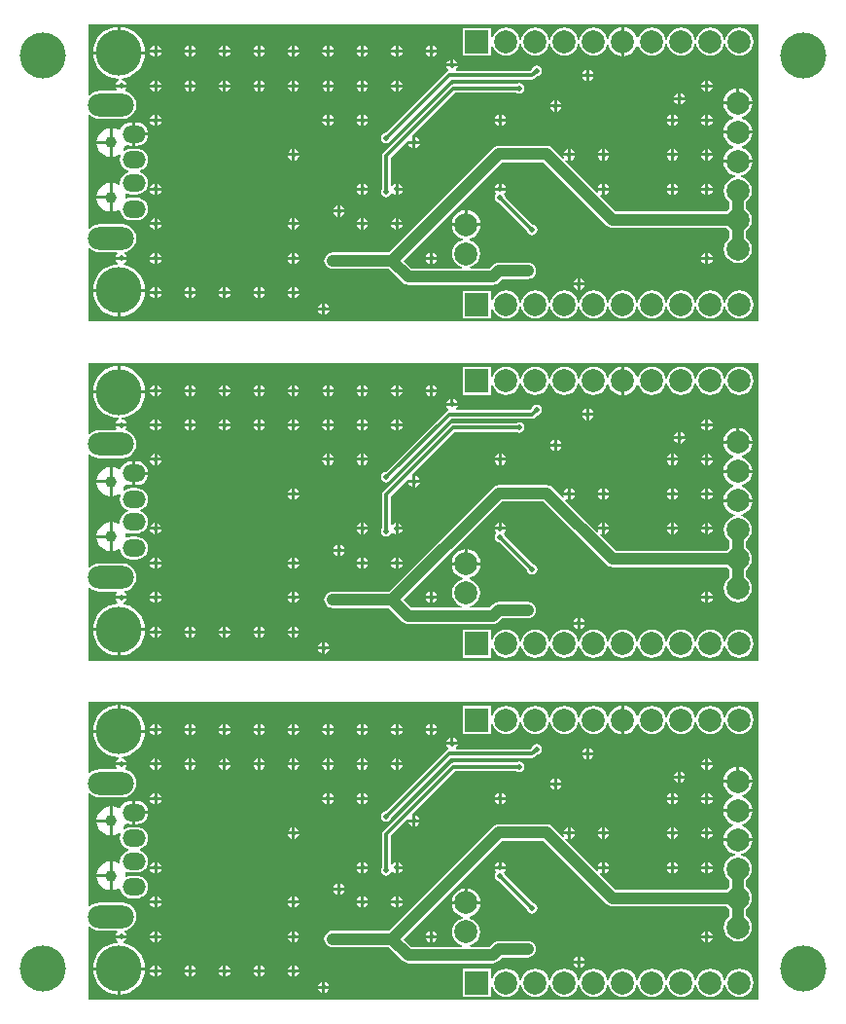
<source format=gbl>
G04 Layer_Physical_Order=2*
G04 Layer_Color=16711680*
%FSLAX44Y44*%
%MOMM*%
G71*
G01*
G75*
%ADD10C,1.0000*%
%ADD23C,0.3000*%
%ADD29C,4.0000*%
%ADD30C,2.0000*%
%ADD31R,2.0000X2.0000*%
%ADD32O,2.0000X1.5240*%
%ADD33O,4.0000X2.0000*%
%ADD34C,0.5000*%
%ADD35C,1.0000*%
G36*
X656839Y3161D02*
X73161D01*
Y66347D01*
X73969Y66621D01*
X74431Y66689D01*
X76918Y64781D01*
X79861Y63561D01*
X83020Y63146D01*
X98283D01*
X98669Y61876D01*
X98336Y61653D01*
X97222Y59986D01*
X97084Y59290D01*
X106856D01*
X106717Y59986D01*
X105603Y61653D01*
X104914Y62114D01*
X105222Y63436D01*
X106179Y63561D01*
X109122Y64781D01*
X111650Y66720D01*
X113589Y69248D01*
X114809Y72191D01*
X115224Y75350D01*
X114809Y78509D01*
X113589Y81452D01*
X111650Y83980D01*
X109122Y85919D01*
X106179Y87139D01*
X103020Y87554D01*
X83020D01*
X79861Y87139D01*
X76918Y85919D01*
X74431Y84011D01*
X73969Y84079D01*
X73161Y84353D01*
Y182347D01*
X73969Y182621D01*
X74431Y182689D01*
X76918Y180781D01*
X79861Y179561D01*
X83020Y179146D01*
X103020D01*
X106179Y179561D01*
X109122Y180781D01*
X111650Y182720D01*
X113589Y185248D01*
X114809Y188191D01*
X115224Y191350D01*
X114809Y194509D01*
X113589Y197452D01*
X111650Y199980D01*
X109122Y201919D01*
X106179Y203139D01*
X105903Y203175D01*
X105670Y204487D01*
X106717Y206053D01*
X106856Y206750D01*
X97084D01*
X97222Y206053D01*
X98043Y204824D01*
X97469Y203554D01*
X83020D01*
X79861Y203139D01*
X76918Y201919D01*
X74431Y200011D01*
X73969Y200079D01*
X73161Y200353D01*
Y261839D01*
X656839D01*
Y3161D01*
D02*
G37*
%LPC*%
G36*
X610700Y116750D02*
X607084D01*
X607222Y116053D01*
X608336Y114386D01*
X610003Y113272D01*
X610700Y113134D01*
Y116750D01*
D02*
G37*
G36*
X616856D02*
X613240D01*
Y113134D01*
X613936Y113272D01*
X615603Y114386D01*
X616717Y116053D01*
X616856Y116750D01*
D02*
G37*
G36*
X130700Y122906D02*
X130003Y122767D01*
X128336Y121653D01*
X127222Y119986D01*
X127084Y119290D01*
X130700D01*
Y122906D01*
D02*
G37*
G36*
X586856Y116750D02*
X583240D01*
Y113134D01*
X583936Y113272D01*
X585603Y114386D01*
X586717Y116053D01*
X586856Y116750D01*
D02*
G37*
G36*
X346856D02*
X343240D01*
Y113134D01*
X343936Y113272D01*
X345603Y114386D01*
X346717Y116053D01*
X346856Y116750D01*
D02*
G37*
G36*
X526856D02*
X523240D01*
Y113134D01*
X523936Y113272D01*
X525603Y114386D01*
X526717Y116053D01*
X526856Y116750D01*
D02*
G37*
G36*
X580700D02*
X577084D01*
X577222Y116053D01*
X578336Y114386D01*
X580003Y113272D01*
X580700Y113134D01*
Y116750D01*
D02*
G37*
G36*
X133240Y122906D02*
Y119290D01*
X136856D01*
X136717Y119986D01*
X135603Y121653D01*
X133936Y122767D01*
X133240Y122906D01*
D02*
G37*
G36*
X433240D02*
Y119290D01*
X436856D01*
X436717Y119986D01*
X435603Y121653D01*
X433936Y122767D01*
X433240Y122906D01*
D02*
G37*
G36*
X520700D02*
X520003Y122767D01*
X518336Y121653D01*
X517222Y119986D01*
X517084Y119290D01*
X520700D01*
Y122906D01*
D02*
G37*
G36*
X523240D02*
Y119290D01*
X526856D01*
X526717Y119986D01*
X525603Y121653D01*
X523936Y122767D01*
X523240Y122906D01*
D02*
G37*
G36*
X430700D02*
X430003Y122767D01*
X428336Y121653D01*
X427222Y119986D01*
X427084Y119290D01*
X430700D01*
Y122906D01*
D02*
G37*
G36*
X310700D02*
X310003Y122767D01*
X308336Y121653D01*
X307222Y119986D01*
X307084Y119290D01*
X310700D01*
Y122906D01*
D02*
G37*
G36*
X313240D02*
Y119290D01*
X316856D01*
X316717Y119986D01*
X315603Y121653D01*
X313936Y122767D01*
X313240Y122906D01*
D02*
G37*
G36*
X343240D02*
Y119290D01*
X346856D01*
X346717Y119986D01*
X345603Y121653D01*
X343936Y122767D01*
X343240Y122906D01*
D02*
G37*
G36*
X290345Y97790D02*
X286729D01*
X286867Y97093D01*
X287981Y95426D01*
X289648Y94312D01*
X290345Y94174D01*
Y97790D01*
D02*
G37*
G36*
X296501D02*
X292885D01*
Y94174D01*
X293582Y94312D01*
X295249Y95426D01*
X296363Y97093D01*
X296501Y97790D01*
D02*
G37*
G36*
X91750Y109727D02*
X80539D01*
X80803Y107723D01*
X82066Y104673D01*
X84076Y102053D01*
X86696Y100043D01*
X89746Y98780D01*
X91750Y98516D01*
Y109727D01*
D02*
G37*
G36*
X343240Y92906D02*
Y89290D01*
X346856D01*
X346717Y89986D01*
X345603Y91653D01*
X343936Y92767D01*
X343240Y92906D01*
D02*
G37*
G36*
X310700D02*
X310003Y92767D01*
X308336Y91653D01*
X307222Y89986D01*
X307084Y89290D01*
X310700D01*
Y92906D01*
D02*
G37*
G36*
X313240D02*
Y89290D01*
X316856D01*
X316717Y89986D01*
X315603Y91653D01*
X313936Y92767D01*
X313240Y92906D01*
D02*
G37*
G36*
X340700D02*
X340003Y92767D01*
X338336Y91653D01*
X337222Y89986D01*
X337084Y89290D01*
X340700D01*
Y92906D01*
D02*
G37*
G36*
X290345Y103946D02*
X289648Y103808D01*
X287981Y102694D01*
X286867Y101026D01*
X286729Y100330D01*
X290345D01*
Y103946D01*
D02*
G37*
G36*
X310700Y116750D02*
X307084D01*
X307222Y116053D01*
X308336Y114386D01*
X310003Y113272D01*
X310700Y113134D01*
Y116750D01*
D02*
G37*
G36*
X316856D02*
X313240D01*
Y113134D01*
X313936Y113272D01*
X315603Y114386D01*
X316717Y116053D01*
X316856Y116750D01*
D02*
G37*
G36*
X253240Y92906D02*
Y89290D01*
X256856D01*
X256717Y89986D01*
X255603Y91653D01*
X253936Y92767D01*
X253240Y92906D01*
D02*
G37*
G36*
X136856Y116750D02*
X133240D01*
Y113134D01*
X133936Y113272D01*
X135603Y114386D01*
X136717Y116053D01*
X136856Y116750D01*
D02*
G37*
G36*
X292885Y103946D02*
Y100330D01*
X296501D01*
X296363Y101026D01*
X295249Y102694D01*
X293582Y103808D01*
X292885Y103946D01*
D02*
G37*
G36*
X91750Y123478D02*
X89746Y123214D01*
X86696Y121951D01*
X84076Y119941D01*
X82066Y117321D01*
X80803Y114271D01*
X80539Y112267D01*
X91750D01*
Y123478D01*
D02*
G37*
G36*
X130700Y116750D02*
X127084D01*
X127222Y116053D01*
X128336Y114386D01*
X130003Y113272D01*
X130700Y113134D01*
Y116750D01*
D02*
G37*
G36*
X493240Y152906D02*
Y149290D01*
X496856D01*
X496717Y149986D01*
X495603Y151653D01*
X493936Y152767D01*
X493240Y152906D01*
D02*
G37*
G36*
X520700D02*
X520003Y152767D01*
X518336Y151653D01*
X517222Y149986D01*
X517084Y149290D01*
X520700D01*
Y152906D01*
D02*
G37*
G36*
X523240D02*
Y149290D01*
X526856D01*
X526717Y149986D01*
X525603Y151653D01*
X523936Y152767D01*
X523240Y152906D01*
D02*
G37*
G36*
X490700D02*
X490003Y152767D01*
X488336Y151653D01*
X487222Y149986D01*
X487084Y149290D01*
X490700D01*
Y152906D01*
D02*
G37*
G36*
X91750Y157427D02*
X80539D01*
X80803Y155423D01*
X82066Y152373D01*
X84076Y149753D01*
X86696Y147743D01*
X89746Y146480D01*
X91750Y146216D01*
Y157427D01*
D02*
G37*
G36*
X250700Y152906D02*
X250003Y152767D01*
X248336Y151653D01*
X247222Y149986D01*
X247084Y149290D01*
X250700D01*
Y152906D01*
D02*
G37*
G36*
X253240D02*
Y149290D01*
X256856D01*
X256717Y149986D01*
X255603Y151653D01*
X253936Y152767D01*
X253240Y152906D01*
D02*
G37*
G36*
X580700D02*
X580003Y152767D01*
X578336Y151653D01*
X577222Y149986D01*
X577084Y149290D01*
X580700D01*
Y152906D01*
D02*
G37*
G36*
X361906Y157480D02*
X358290D01*
Y153864D01*
X358987Y154002D01*
X360654Y155116D01*
X361768Y156784D01*
X361906Y157480D01*
D02*
G37*
G36*
X125480Y164727D02*
X114290D01*
Y155749D01*
X115400D01*
X118052Y156098D01*
X120524Y157122D01*
X122646Y158751D01*
X124275Y160873D01*
X125299Y163345D01*
X125480Y164727D01*
D02*
G37*
G36*
X91750Y171178D02*
X89746Y170914D01*
X86696Y169651D01*
X84076Y167641D01*
X82066Y165021D01*
X80803Y161971D01*
X80539Y159967D01*
X91750D01*
Y171178D01*
D02*
G37*
G36*
X355750Y157480D02*
X352134D01*
X352272Y156784D01*
X353386Y155116D01*
X355053Y154002D01*
X355750Y153864D01*
Y157480D01*
D02*
G37*
G36*
X583240Y152906D02*
Y149290D01*
X586856D01*
X586717Y149986D01*
X585603Y151653D01*
X583936Y152767D01*
X583240Y152906D01*
D02*
G37*
G36*
X610700D02*
X610003Y152767D01*
X608336Y151653D01*
X607222Y149986D01*
X607084Y149290D01*
X610700D01*
Y152906D01*
D02*
G37*
G36*
X613240D02*
Y149290D01*
X616856D01*
X616717Y149986D01*
X615603Y151653D01*
X613936Y152767D01*
X613240Y152906D01*
D02*
G37*
G36*
X250700Y146750D02*
X247084D01*
X247222Y146053D01*
X248336Y144386D01*
X250003Y143272D01*
X250700Y143134D01*
Y146750D01*
D02*
G37*
G36*
X256856D02*
X253240D01*
Y143134D01*
X253936Y143272D01*
X255603Y144386D01*
X256717Y146053D01*
X256856Y146750D01*
D02*
G37*
G36*
X472590Y155751D02*
X430680D01*
X428827Y155507D01*
X427099Y154792D01*
X425616Y153654D01*
X335004Y63041D01*
X285900D01*
X284046Y62797D01*
X282319Y62082D01*
X280836Y60944D01*
X279698Y59461D01*
X278983Y57733D01*
X278739Y55880D01*
X278983Y54026D01*
X279698Y52299D01*
X280836Y50816D01*
X282319Y49678D01*
X284046Y48963D01*
X285900Y48719D01*
X335004D01*
X346876Y36846D01*
X348359Y35708D01*
X350087Y34993D01*
X351940Y34749D01*
X425600D01*
X427453Y34993D01*
X429181Y35708D01*
X430664Y36846D01*
X433646Y39829D01*
X456080D01*
X457934Y40073D01*
X459661Y40788D01*
X461144Y41926D01*
X462282Y43409D01*
X462997Y45136D01*
X463241Y46990D01*
X462997Y48843D01*
X462282Y50571D01*
X461144Y52054D01*
X459661Y53192D01*
X457934Y53907D01*
X456080Y54151D01*
X430680D01*
X428826Y53907D01*
X427099Y53192D01*
X425616Y52054D01*
X422634Y49071D01*
X406015D01*
X405762Y50341D01*
X408334Y51407D01*
X410862Y53346D01*
X412801Y55874D01*
X414021Y58817D01*
X414436Y61976D01*
X414021Y65135D01*
X412801Y68078D01*
X410862Y70606D01*
X408334Y72545D01*
X405391Y73765D01*
X405018Y73814D01*
Y75095D01*
X405506Y75159D01*
X408556Y76422D01*
X411176Y78432D01*
X413186Y81052D01*
X414449Y84102D01*
X414713Y86106D01*
X402232D01*
X389751D01*
X390015Y84102D01*
X391278Y81052D01*
X393288Y78432D01*
X395908Y76422D01*
X398958Y75159D01*
X399446Y75095D01*
Y73814D01*
X399073Y73765D01*
X396130Y72545D01*
X393602Y70606D01*
X391663Y68078D01*
X390443Y65135D01*
X390028Y61976D01*
X390443Y58817D01*
X391663Y55874D01*
X393602Y53346D01*
X396130Y51407D01*
X398702Y50341D01*
X398449Y49071D01*
X354906D01*
X348098Y55880D01*
X433646Y141429D01*
X469624D01*
X524676Y86376D01*
X526159Y85238D01*
X527887Y84523D01*
X529740Y84279D01*
X629203D01*
X630330Y82810D01*
X631799Y81683D01*
Y75797D01*
X630330Y74670D01*
X628391Y72142D01*
X627171Y69199D01*
X626756Y66040D01*
X627171Y62881D01*
X628391Y59938D01*
X630330Y57410D01*
X632858Y55471D01*
X635801Y54251D01*
X638960Y53836D01*
X642119Y54251D01*
X645062Y55471D01*
X647590Y57410D01*
X649529Y59938D01*
X650749Y62881D01*
X651164Y66040D01*
X650749Y69199D01*
X649529Y72142D01*
X647590Y74670D01*
X646121Y75797D01*
Y81683D01*
X647590Y82810D01*
X649529Y85338D01*
X650749Y88281D01*
X651164Y91440D01*
X650749Y94599D01*
X649529Y97542D01*
X647590Y100070D01*
X646121Y101197D01*
Y107083D01*
X647590Y108210D01*
X649529Y110738D01*
X650749Y113681D01*
X651164Y116840D01*
X650749Y119999D01*
X649529Y122942D01*
X647590Y125470D01*
X645062Y127409D01*
X642119Y128629D01*
X641746Y128678D01*
Y129959D01*
X642234Y130023D01*
X645284Y131286D01*
X647904Y133296D01*
X649914Y135916D01*
X651177Y138966D01*
X651441Y140970D01*
X638960D01*
X626479D01*
X626743Y138966D01*
X628006Y135916D01*
X630016Y133296D01*
X632636Y131286D01*
X635686Y130023D01*
X636174Y129959D01*
Y128678D01*
X635801Y128629D01*
X632858Y127409D01*
X630330Y125470D01*
X628391Y122942D01*
X627171Y119999D01*
X626756Y116840D01*
X627171Y113681D01*
X628391Y110738D01*
X630330Y108210D01*
X631799Y107083D01*
Y101197D01*
X630330Y100070D01*
X629203Y98601D01*
X532706D01*
X518676Y112632D01*
X519486Y113618D01*
X520003Y113272D01*
X520700Y113134D01*
Y116750D01*
X517084D01*
X517222Y116053D01*
X517568Y115536D01*
X516581Y114726D01*
X488676Y142632D01*
X489486Y143618D01*
X490003Y143272D01*
X490700Y143134D01*
Y146750D01*
X487084D01*
X487222Y146053D01*
X487568Y145536D01*
X486581Y144726D01*
X477654Y153654D01*
X476171Y154792D01*
X474444Y155507D01*
X472590Y155751D01*
D02*
G37*
G36*
X613240Y122906D02*
Y119290D01*
X616856D01*
X616717Y119986D01*
X615603Y121653D01*
X613936Y122767D01*
X613240Y122906D01*
D02*
G37*
G36*
X580700D02*
X580003Y122767D01*
X578336Y121653D01*
X577222Y119986D01*
X577084Y119290D01*
X580700D01*
Y122906D01*
D02*
G37*
G36*
X583240D02*
Y119290D01*
X586856D01*
X586717Y119986D01*
X585603Y121653D01*
X583936Y122767D01*
X583240Y122906D01*
D02*
G37*
G36*
X610700D02*
X610003Y122767D01*
X608336Y121653D01*
X607222Y119986D01*
X607084Y119290D01*
X610700D01*
Y122906D01*
D02*
G37*
G36*
X496856Y146750D02*
X493240D01*
Y143134D01*
X493936Y143272D01*
X495603Y144386D01*
X496717Y146053D01*
X496856Y146750D01*
D02*
G37*
G36*
X610700D02*
X607084D01*
X607222Y146053D01*
X608336Y144386D01*
X610003Y143272D01*
X610700Y143134D01*
Y146750D01*
D02*
G37*
G36*
X616856D02*
X613240D01*
Y143134D01*
X613936Y143272D01*
X615603Y144386D01*
X616717Y146053D01*
X616856Y146750D01*
D02*
G37*
G36*
X651441Y166370D02*
X638960D01*
X626479D01*
X626743Y164366D01*
X628006Y161316D01*
X630016Y158696D01*
X632636Y156686D01*
X635193Y155627D01*
Y154253D01*
X632636Y153194D01*
X630016Y151184D01*
X628006Y148564D01*
X626743Y145514D01*
X626479Y143510D01*
X638960D01*
X651441D01*
X651177Y145514D01*
X649914Y148564D01*
X647904Y151184D01*
X645284Y153194D01*
X642727Y154253D01*
Y155627D01*
X645284Y156686D01*
X647904Y158696D01*
X649914Y161316D01*
X651177Y164366D01*
X651441Y166370D01*
D02*
G37*
G36*
X586856Y146750D02*
X583240D01*
Y143134D01*
X583936Y143272D01*
X585603Y144386D01*
X586717Y146053D01*
X586856Y146750D01*
D02*
G37*
G36*
X520700D02*
X517084D01*
X517222Y146053D01*
X518336Y144386D01*
X520003Y143272D01*
X520700Y143134D01*
Y146750D01*
D02*
G37*
G36*
X526856D02*
X523240D01*
Y143134D01*
X523936Y143272D01*
X525603Y144386D01*
X526717Y146053D01*
X526856Y146750D01*
D02*
G37*
G36*
X580700D02*
X577084D01*
X577222Y146053D01*
X578336Y144386D01*
X580003Y143272D01*
X580700Y143134D01*
Y146750D01*
D02*
G37*
G36*
X250700Y92906D02*
X250003Y92767D01*
X248336Y91653D01*
X247222Y89986D01*
X247084Y89290D01*
X250700D01*
Y92906D01*
D02*
G37*
G36*
X160700Y32906D02*
X160003Y32767D01*
X158336Y31653D01*
X157222Y29986D01*
X157084Y29290D01*
X160700D01*
Y32906D01*
D02*
G37*
G36*
X163240D02*
Y29290D01*
X166856D01*
X166717Y29986D01*
X165603Y31653D01*
X163936Y32767D01*
X163240Y32906D01*
D02*
G37*
G36*
X190700D02*
X190003Y32767D01*
X188336Y31653D01*
X187222Y29986D01*
X187084Y29290D01*
X190700D01*
Y32906D01*
D02*
G37*
G36*
X133240D02*
Y29290D01*
X136856D01*
X136717Y29986D01*
X135603Y31653D01*
X133936Y32767D01*
X133240Y32906D01*
D02*
G37*
G36*
X250700Y26750D02*
X247084D01*
X247222Y26053D01*
X248336Y24386D01*
X250003Y23272D01*
X250700Y23134D01*
Y26750D01*
D02*
G37*
G36*
X256856D02*
X253240D01*
Y23134D01*
X253936Y23272D01*
X255603Y24386D01*
X256717Y26053D01*
X256856Y26750D01*
D02*
G37*
G36*
X130700Y32906D02*
X130003Y32767D01*
X128336Y31653D01*
X127222Y29986D01*
X127084Y29290D01*
X130700D01*
Y32906D01*
D02*
G37*
G36*
X193240D02*
Y29290D01*
X196856D01*
X196717Y29986D01*
X195603Y31653D01*
X193936Y32767D01*
X193240Y32906D01*
D02*
G37*
G36*
X106856Y56750D02*
X97084D01*
X97222Y56053D01*
X98336Y54386D01*
X99151Y53842D01*
X98823Y52533D01*
X95581Y52214D01*
X91333Y50925D01*
X87417Y48832D01*
X83985Y46015D01*
X81168Y42583D01*
X79075Y38667D01*
X77786Y34419D01*
X77476Y31270D01*
X100000D01*
Y30000D01*
D01*
Y31270D01*
X122524D01*
X122214Y34419D01*
X120925Y38667D01*
X118832Y42583D01*
X116015Y46015D01*
X112583Y48832D01*
X108667Y50925D01*
X104502Y52189D01*
X104389Y52490D01*
X104282Y53503D01*
X105603Y54386D01*
X106717Y56053D01*
X106856Y56750D01*
D02*
G37*
G36*
X499260Y34290D02*
X495644D01*
X495782Y33593D01*
X496896Y31926D01*
X498563Y30812D01*
X499260Y30674D01*
Y34290D01*
D02*
G37*
G36*
X505416D02*
X501800D01*
Y30674D01*
X502496Y30812D01*
X504164Y31926D01*
X505278Y33593D01*
X505416Y34290D01*
D02*
G37*
G36*
X253240Y32906D02*
Y29290D01*
X256856D01*
X256717Y29986D01*
X255603Y31653D01*
X253936Y32767D01*
X253240Y32906D01*
D02*
G37*
G36*
X220700D02*
X220003Y32767D01*
X218336Y31653D01*
X217222Y29986D01*
X217084Y29290D01*
X220700D01*
Y32906D01*
D02*
G37*
G36*
X223240D02*
Y29290D01*
X226856D01*
X226717Y29986D01*
X225603Y31653D01*
X223936Y32767D01*
X223240Y32906D01*
D02*
G37*
G36*
X250700D02*
X250003Y32767D01*
X248336Y31653D01*
X247222Y29986D01*
X247084Y29290D01*
X250700D01*
Y32906D01*
D02*
G37*
G36*
X277010Y18856D02*
X276313Y18718D01*
X274646Y17604D01*
X273532Y15936D01*
X273394Y15240D01*
X277010D01*
Y18856D01*
D02*
G37*
G36*
X279550D02*
Y15240D01*
X283166D01*
X283028Y15936D01*
X281914Y17604D01*
X280247Y18718D01*
X279550Y18856D01*
D02*
G37*
G36*
X640230Y29984D02*
X637071Y29569D01*
X634128Y28349D01*
X631600Y26410D01*
X629661Y23882D01*
X628441Y20939D01*
X628171Y18881D01*
X626889D01*
X626619Y20939D01*
X625399Y23882D01*
X623460Y26410D01*
X620932Y28349D01*
X617989Y29569D01*
X614830Y29984D01*
X611671Y29569D01*
X608728Y28349D01*
X606200Y26410D01*
X604261Y23882D01*
X603041Y20939D01*
X602771Y18881D01*
X601489D01*
X601219Y20939D01*
X599999Y23882D01*
X598060Y26410D01*
X595532Y28349D01*
X592589Y29569D01*
X589430Y29984D01*
X586271Y29569D01*
X583328Y28349D01*
X580800Y26410D01*
X578861Y23882D01*
X577641Y20939D01*
X577370Y18881D01*
X576090D01*
X575819Y20939D01*
X574599Y23882D01*
X572660Y26410D01*
X570132Y28349D01*
X567189Y29569D01*
X564030Y29984D01*
X560871Y29569D01*
X557928Y28349D01*
X555400Y26410D01*
X553461Y23882D01*
X552241Y20939D01*
X551970Y18881D01*
X550690D01*
X550419Y20939D01*
X549199Y23882D01*
X547260Y26410D01*
X544732Y28349D01*
X541789Y29569D01*
X538630Y29984D01*
X535471Y29569D01*
X532528Y28349D01*
X530000Y26410D01*
X528061Y23882D01*
X526841Y20939D01*
X526571Y18881D01*
X525289D01*
X525019Y20939D01*
X523799Y23882D01*
X521860Y26410D01*
X519332Y28349D01*
X516389Y29569D01*
X513230Y29984D01*
X510071Y29569D01*
X507128Y28349D01*
X504600Y26410D01*
X502661Y23882D01*
X501441Y20939D01*
X501171Y18881D01*
X499889D01*
X499619Y20939D01*
X498399Y23882D01*
X496460Y26410D01*
X493932Y28349D01*
X490989Y29569D01*
X487830Y29984D01*
X484671Y29569D01*
X481728Y28349D01*
X479200Y26410D01*
X477261Y23882D01*
X476041Y20939D01*
X475770Y18881D01*
X474490D01*
X474219Y20939D01*
X472999Y23882D01*
X471060Y26410D01*
X468532Y28349D01*
X465589Y29569D01*
X462430Y29984D01*
X459271Y29569D01*
X456328Y28349D01*
X453800Y26410D01*
X451861Y23882D01*
X450641Y20939D01*
X450370Y18881D01*
X449090D01*
X448819Y20939D01*
X447599Y23882D01*
X445660Y26410D01*
X443132Y28349D01*
X440189Y29569D01*
X437030Y29984D01*
X433871Y29569D01*
X430928Y28349D01*
X428400Y26410D01*
X426461Y23882D01*
X425241Y20939D01*
X425000Y19105D01*
X423730Y19188D01*
Y29880D01*
X399530D01*
Y5680D01*
X423730D01*
Y16372D01*
X425000Y16455D01*
X425241Y14621D01*
X426461Y11678D01*
X428400Y9150D01*
X430928Y7211D01*
X433871Y5991D01*
X437030Y5576D01*
X440189Y5991D01*
X443132Y7211D01*
X445660Y9150D01*
X447599Y11678D01*
X448819Y14621D01*
X449090Y16679D01*
X450370D01*
X450641Y14621D01*
X451861Y11678D01*
X453800Y9150D01*
X456328Y7211D01*
X459271Y5991D01*
X462430Y5576D01*
X465589Y5991D01*
X468532Y7211D01*
X471060Y9150D01*
X472999Y11678D01*
X474219Y14621D01*
X474490Y16679D01*
X475770D01*
X476041Y14621D01*
X477261Y11678D01*
X479200Y9150D01*
X481728Y7211D01*
X484671Y5991D01*
X487830Y5576D01*
X490989Y5991D01*
X493932Y7211D01*
X496460Y9150D01*
X498399Y11678D01*
X499619Y14621D01*
X499889Y16679D01*
X501171D01*
X501441Y14621D01*
X502661Y11678D01*
X504600Y9150D01*
X507128Y7211D01*
X510071Y5991D01*
X513230Y5576D01*
X516389Y5991D01*
X519332Y7211D01*
X521860Y9150D01*
X523799Y11678D01*
X525019Y14621D01*
X525289Y16679D01*
X526571D01*
X526841Y14621D01*
X528061Y11678D01*
X530000Y9150D01*
X532528Y7211D01*
X535471Y5991D01*
X538630Y5576D01*
X541789Y5991D01*
X544732Y7211D01*
X547260Y9150D01*
X549199Y11678D01*
X550419Y14621D01*
X550690Y16679D01*
X551970D01*
X552241Y14621D01*
X553461Y11678D01*
X555400Y9150D01*
X557928Y7211D01*
X560871Y5991D01*
X564030Y5576D01*
X567189Y5991D01*
X570132Y7211D01*
X572660Y9150D01*
X574599Y11678D01*
X575819Y14621D01*
X576090Y16679D01*
X577370D01*
X577641Y14621D01*
X578861Y11678D01*
X580800Y9150D01*
X583328Y7211D01*
X586271Y5991D01*
X589430Y5576D01*
X592589Y5991D01*
X595532Y7211D01*
X598060Y9150D01*
X599999Y11678D01*
X601219Y14621D01*
X601489Y16679D01*
X602771D01*
X603041Y14621D01*
X604261Y11678D01*
X606200Y9150D01*
X608728Y7211D01*
X611671Y5991D01*
X614830Y5576D01*
X617989Y5991D01*
X620932Y7211D01*
X623460Y9150D01*
X625399Y11678D01*
X626619Y14621D01*
X626889Y16679D01*
X628171D01*
X628441Y14621D01*
X629661Y11678D01*
X631600Y9150D01*
X634128Y7211D01*
X637071Y5991D01*
X640230Y5576D01*
X643389Y5991D01*
X646332Y7211D01*
X648860Y9150D01*
X650799Y11678D01*
X652019Y14621D01*
X652434Y17780D01*
X652019Y20939D01*
X650799Y23882D01*
X648860Y26410D01*
X646332Y28349D01*
X643389Y29569D01*
X640230Y29984D01*
D02*
G37*
G36*
X283166Y12700D02*
X279550D01*
Y9084D01*
X280247Y9222D01*
X281914Y10336D01*
X283028Y12004D01*
X283166Y12700D01*
D02*
G37*
G36*
X98730Y28730D02*
X77476D01*
X77786Y25581D01*
X79075Y21333D01*
X81168Y17417D01*
X83985Y13985D01*
X87417Y11168D01*
X91333Y9075D01*
X95581Y7786D01*
X98730Y7476D01*
Y28730D01*
D02*
G37*
G36*
X122524D02*
X101270D01*
Y7476D01*
X104419Y7786D01*
X108667Y9075D01*
X112583Y11168D01*
X116015Y13985D01*
X118832Y17417D01*
X120925Y21333D01*
X122214Y25581D01*
X122524Y28730D01*
D02*
G37*
G36*
X277010Y12700D02*
X273394D01*
X273532Y12004D01*
X274646Y10336D01*
X276313Y9222D01*
X277010Y9084D01*
Y12700D01*
D02*
G37*
G36*
X130700Y26750D02*
X127084D01*
X127222Y26053D01*
X128336Y24386D01*
X130003Y23272D01*
X130700Y23134D01*
Y26750D01*
D02*
G37*
G36*
X196856D02*
X193240D01*
Y23134D01*
X193936Y23272D01*
X195603Y24386D01*
X196717Y26053D01*
X196856Y26750D01*
D02*
G37*
G36*
X220700D02*
X217084D01*
X217222Y26053D01*
X218336Y24386D01*
X220003Y23272D01*
X220700Y23134D01*
Y26750D01*
D02*
G37*
G36*
X226856D02*
X223240D01*
Y23134D01*
X223936Y23272D01*
X225603Y24386D01*
X226717Y26053D01*
X226856Y26750D01*
D02*
G37*
G36*
X190700D02*
X187084D01*
X187222Y26053D01*
X188336Y24386D01*
X190003Y23272D01*
X190700Y23134D01*
Y26750D01*
D02*
G37*
G36*
X136856D02*
X133240D01*
Y23134D01*
X133936Y23272D01*
X135603Y24386D01*
X136717Y26053D01*
X136856Y26750D01*
D02*
G37*
G36*
X160700D02*
X157084D01*
X157222Y26053D01*
X158336Y24386D01*
X160003Y23272D01*
X160700Y23134D01*
Y26750D01*
D02*
G37*
G36*
X166856D02*
X163240D01*
Y23134D01*
X163936Y23272D01*
X165603Y24386D01*
X166717Y26053D01*
X166856Y26750D01*
D02*
G37*
G36*
X499260Y40446D02*
X498563Y40308D01*
X496896Y39194D01*
X495782Y37527D01*
X495644Y36830D01*
X499260D01*
Y40446D01*
D02*
G37*
G36*
X136856Y86750D02*
X133240D01*
Y83134D01*
X133936Y83272D01*
X135603Y84386D01*
X136717Y86053D01*
X136856Y86750D01*
D02*
G37*
G36*
X250700D02*
X247084D01*
X247222Y86053D01*
X248336Y84386D01*
X250003Y83272D01*
X250700Y83134D01*
Y86750D01*
D02*
G37*
G36*
X256856D02*
X253240D01*
Y83134D01*
X253936Y83272D01*
X255603Y84386D01*
X256717Y86053D01*
X256856Y86750D01*
D02*
G37*
G36*
X130700D02*
X127084D01*
X127222Y86053D01*
X128336Y84386D01*
X130003Y83272D01*
X130700Y83134D01*
Y86750D01*
D02*
G37*
G36*
X610700Y62906D02*
X610003Y62767D01*
X608336Y61653D01*
X607222Y59986D01*
X607084Y59290D01*
X610700D01*
Y62906D01*
D02*
G37*
G36*
X613240D02*
Y59290D01*
X616856D01*
X616717Y59986D01*
X615603Y61653D01*
X613936Y62767D01*
X613240Y62906D01*
D02*
G37*
G36*
X436856Y116750D02*
X427084D01*
X427222Y116053D01*
X427990Y114904D01*
X428634Y113806D01*
X427617Y112285D01*
X427260Y110490D01*
X427617Y108695D01*
X428634Y107174D01*
X430155Y106157D01*
X431325Y105924D01*
X455324Y81925D01*
X455557Y80755D01*
X456574Y79234D01*
X458095Y78217D01*
X459890Y77860D01*
X461685Y78217D01*
X463206Y79234D01*
X464223Y80755D01*
X464580Y82550D01*
X464223Y84345D01*
X463206Y85866D01*
X461685Y86883D01*
X460515Y87116D01*
X436516Y111115D01*
X436283Y112285D01*
X435266Y113806D01*
X435937Y114886D01*
X436717Y116053D01*
X436856Y116750D01*
D02*
G37*
G36*
X310700Y86750D02*
X307084D01*
X307222Y86053D01*
X308336Y84386D01*
X310003Y83272D01*
X310700Y83134D01*
Y86750D01*
D02*
G37*
G36*
X403502Y99857D02*
Y88646D01*
X414713D01*
X414449Y90650D01*
X413186Y93700D01*
X411176Y96320D01*
X408556Y98330D01*
X405506Y99593D01*
X403502Y99857D01*
D02*
G37*
G36*
X130700Y92906D02*
X130003Y92767D01*
X128336Y91653D01*
X127222Y89986D01*
X127084Y89290D01*
X130700D01*
Y92906D01*
D02*
G37*
G36*
X133240D02*
Y89290D01*
X136856D01*
X136717Y89986D01*
X135603Y91653D01*
X133936Y92767D01*
X133240Y92906D01*
D02*
G37*
G36*
X400962Y99857D02*
X398958Y99593D01*
X395908Y98330D01*
X393288Y96320D01*
X391278Y93700D01*
X390015Y90650D01*
X389751Y88646D01*
X400962D01*
Y99857D01*
D02*
G37*
G36*
X316856Y86750D02*
X313240D01*
Y83134D01*
X313936Y83272D01*
X315603Y84386D01*
X316717Y86053D01*
X316856Y86750D01*
D02*
G37*
G36*
X340700D02*
X337084D01*
X337222Y86053D01*
X338336Y84386D01*
X340003Y83272D01*
X340700Y83134D01*
Y86750D01*
D02*
G37*
G36*
X346856D02*
X343240D01*
Y83134D01*
X343936Y83272D01*
X345603Y84386D01*
X346717Y86053D01*
X346856Y86750D01*
D02*
G37*
G36*
X256856Y56750D02*
X253240D01*
Y53134D01*
X253936Y53272D01*
X255603Y54386D01*
X256717Y56053D01*
X256856Y56750D01*
D02*
G37*
G36*
X370700D02*
X367084D01*
X367222Y56053D01*
X368336Y54386D01*
X370003Y53272D01*
X370700Y53134D01*
Y56750D01*
D02*
G37*
G36*
X376856D02*
X373240D01*
Y53134D01*
X373936Y53272D01*
X375603Y54386D01*
X376717Y56053D01*
X376856Y56750D01*
D02*
G37*
G36*
X250700D02*
X247084D01*
X247222Y56053D01*
X248336Y54386D01*
X250003Y53272D01*
X250700Y53134D01*
Y56750D01*
D02*
G37*
G36*
X501800Y40446D02*
Y36830D01*
X505416D01*
X505278Y37527D01*
X504164Y39194D01*
X502496Y40308D01*
X501800Y40446D01*
D02*
G37*
G36*
X130700Y56750D02*
X127084D01*
X127222Y56053D01*
X128336Y54386D01*
X130003Y53272D01*
X130700Y53134D01*
Y56750D01*
D02*
G37*
G36*
X136856D02*
X133240D01*
Y53134D01*
X133936Y53272D01*
X135603Y54386D01*
X136717Y56053D01*
X136856Y56750D01*
D02*
G37*
G36*
X610700D02*
X607084D01*
X607222Y56053D01*
X608336Y54386D01*
X610003Y53272D01*
X610700Y53134D01*
Y56750D01*
D02*
G37*
G36*
X253240Y62906D02*
Y59290D01*
X256856D01*
X256717Y59986D01*
X255603Y61653D01*
X253936Y62767D01*
X253240Y62906D01*
D02*
G37*
G36*
X370700D02*
X370003Y62767D01*
X368336Y61653D01*
X367222Y59986D01*
X367084Y59290D01*
X370700D01*
Y62906D01*
D02*
G37*
G36*
X373240D02*
Y59290D01*
X376856D01*
X376717Y59986D01*
X375603Y61653D01*
X373936Y62767D01*
X373240Y62906D01*
D02*
G37*
G36*
X250700D02*
X250003Y62767D01*
X248336Y61653D01*
X247222Y59986D01*
X247084Y59290D01*
X250700D01*
Y62906D01*
D02*
G37*
G36*
X616856Y56750D02*
X613240D01*
Y53134D01*
X613936Y53272D01*
X615603Y54386D01*
X616717Y56053D01*
X616856Y56750D01*
D02*
G37*
G36*
X130700Y62906D02*
X130003Y62767D01*
X128336Y61653D01*
X127222Y59986D01*
X127084Y59290D01*
X130700D01*
Y62906D01*
D02*
G37*
G36*
X133240D02*
Y59290D01*
X136856D01*
X136717Y59986D01*
X135603Y61653D01*
X133936Y62767D01*
X133240Y62906D01*
D02*
G37*
G36*
X358290Y163636D02*
Y160020D01*
X361906D01*
X361768Y160716D01*
X360654Y162384D01*
X358987Y163498D01*
X358290Y163636D01*
D02*
G37*
G36*
X388770Y230946D02*
X388074Y230808D01*
X386406Y229694D01*
X385292Y228027D01*
X385154Y227330D01*
X388770D01*
Y230946D01*
D02*
G37*
G36*
X391310D02*
Y227330D01*
X394926D01*
X394788Y228027D01*
X393674Y229694D01*
X392006Y230808D01*
X391310Y230946D01*
D02*
G37*
G36*
X130700Y236750D02*
X127084D01*
X127222Y236053D01*
X128336Y234386D01*
X130003Y233272D01*
X130700Y233134D01*
Y236750D01*
D02*
G37*
G36*
X463700Y225670D02*
X461905Y225313D01*
X460384Y224296D01*
X459367Y222775D01*
X459134Y221605D01*
X458370Y220840D01*
X393586D01*
X393201Y222111D01*
X393674Y222426D01*
X394788Y224093D01*
X394926Y224790D01*
X385154D01*
X385292Y224093D01*
X386406Y222426D01*
X386993Y222034D01*
X386725Y220686D01*
X386095Y220561D01*
X384905Y219765D01*
X332265Y167126D01*
X331095Y166893D01*
X329574Y165876D01*
X328557Y164355D01*
X328200Y162560D01*
X328557Y160765D01*
X329574Y159244D01*
X331095Y158227D01*
X332890Y157870D01*
X334685Y158227D01*
X336206Y159244D01*
X337223Y160765D01*
X337456Y161935D01*
X389020Y213500D01*
X459890D01*
X461295Y213779D01*
X462486Y214575D01*
X464325Y216414D01*
X465495Y216647D01*
X467016Y217664D01*
X468033Y219185D01*
X468390Y220980D01*
X468033Y222775D01*
X467016Y224296D01*
X465495Y225313D01*
X463700Y225670D01*
D02*
G37*
G36*
X513036Y215900D02*
X509420D01*
Y212284D01*
X510117Y212422D01*
X511784Y213536D01*
X512898Y215203D01*
X513036Y215900D01*
D02*
G37*
G36*
X506880Y222056D02*
X506184Y221918D01*
X504516Y220804D01*
X503402Y219137D01*
X503264Y218440D01*
X506880D01*
Y222056D01*
D02*
G37*
G36*
X509420D02*
Y218440D01*
X513036D01*
X512898Y219137D01*
X511784Y220804D01*
X510117Y221918D01*
X509420Y222056D01*
D02*
G37*
G36*
X136856Y236750D02*
X133240D01*
Y233134D01*
X133936Y233272D01*
X135603Y234386D01*
X136717Y236053D01*
X136856Y236750D01*
D02*
G37*
G36*
X220700D02*
X217084D01*
X217222Y236053D01*
X218336Y234386D01*
X220003Y233272D01*
X220700Y233134D01*
Y236750D01*
D02*
G37*
G36*
X226856D02*
X223240D01*
Y233134D01*
X223936Y233272D01*
X225603Y234386D01*
X226717Y236053D01*
X226856Y236750D01*
D02*
G37*
G36*
X250700D02*
X247084D01*
X247222Y236053D01*
X248336Y234386D01*
X250003Y233272D01*
X250700Y233134D01*
Y236750D01*
D02*
G37*
G36*
X196856D02*
X193240D01*
Y233134D01*
X193936Y233272D01*
X195603Y234386D01*
X196717Y236053D01*
X196856Y236750D01*
D02*
G37*
G36*
X160700D02*
X157084D01*
X157222Y236053D01*
X158336Y234386D01*
X160003Y233272D01*
X160700Y233134D01*
Y236750D01*
D02*
G37*
G36*
X166856D02*
X163240D01*
Y233134D01*
X163936Y233272D01*
X165603Y234386D01*
X166717Y236053D01*
X166856Y236750D01*
D02*
G37*
G36*
X190700D02*
X187084D01*
X187222Y236053D01*
X188336Y234386D01*
X190003Y233272D01*
X190700Y233134D01*
Y236750D01*
D02*
G37*
G36*
X250700Y212906D02*
X250003Y212767D01*
X248336Y211653D01*
X247222Y209986D01*
X247084Y209290D01*
X250700D01*
Y212906D01*
D02*
G37*
G36*
X253240D02*
Y209290D01*
X256856D01*
X256717Y209986D01*
X255603Y211653D01*
X253936Y212767D01*
X253240Y212906D01*
D02*
G37*
G36*
X280700D02*
X280003Y212767D01*
X278336Y211653D01*
X277222Y209986D01*
X277084Y209290D01*
X280700D01*
Y212906D01*
D02*
G37*
G36*
X223240D02*
Y209290D01*
X226856D01*
X226717Y209986D01*
X225603Y211653D01*
X223936Y212767D01*
X223240Y212906D01*
D02*
G37*
G36*
X190700D02*
X190003Y212767D01*
X188336Y211653D01*
X187222Y209986D01*
X187084Y209290D01*
X190700D01*
Y212906D01*
D02*
G37*
G36*
X193240D02*
Y209290D01*
X196856D01*
X196717Y209986D01*
X195603Y211653D01*
X193936Y212767D01*
X193240Y212906D01*
D02*
G37*
G36*
X220700D02*
X220003Y212767D01*
X218336Y211653D01*
X217222Y209986D01*
X217084Y209290D01*
X220700D01*
Y212906D01*
D02*
G37*
G36*
X283240D02*
Y209290D01*
X286856D01*
X286717Y209986D01*
X285603Y211653D01*
X283936Y212767D01*
X283240Y212906D01*
D02*
G37*
G36*
X610700D02*
X610003Y212767D01*
X608336Y211653D01*
X607222Y209986D01*
X607084Y209290D01*
X610700D01*
Y212906D01*
D02*
G37*
G36*
X613240D02*
Y209290D01*
X616856D01*
X616717Y209986D01*
X615603Y211653D01*
X613936Y212767D01*
X613240Y212906D01*
D02*
G37*
G36*
X506880Y215900D02*
X503264D01*
X503402Y215203D01*
X504516Y213536D01*
X506184Y212422D01*
X506880Y212284D01*
Y215900D01*
D02*
G37*
G36*
X343240Y212906D02*
Y209290D01*
X346856D01*
X346717Y209986D01*
X345603Y211653D01*
X343936Y212767D01*
X343240Y212906D01*
D02*
G37*
G36*
X310700D02*
X310003Y212767D01*
X308336Y211653D01*
X307222Y209986D01*
X307084Y209290D01*
X310700D01*
Y212906D01*
D02*
G37*
G36*
X313240D02*
Y209290D01*
X316856D01*
X316717Y209986D01*
X315603Y211653D01*
X313936Y212767D01*
X313240Y212906D01*
D02*
G37*
G36*
X340700D02*
X340003Y212767D01*
X338336Y211653D01*
X337222Y209986D01*
X337084Y209290D01*
X340700D01*
Y212906D01*
D02*
G37*
G36*
X256856Y236750D02*
X253240D01*
Y233134D01*
X253936Y233272D01*
X255603Y234386D01*
X256717Y236053D01*
X256856Y236750D01*
D02*
G37*
G36*
X250700Y242906D02*
X250003Y242767D01*
X248336Y241653D01*
X247222Y239986D01*
X247084Y239290D01*
X250700D01*
Y242906D01*
D02*
G37*
G36*
X253240D02*
Y239290D01*
X256856D01*
X256717Y239986D01*
X255603Y241653D01*
X253936Y242767D01*
X253240Y242906D01*
D02*
G37*
G36*
X280700D02*
X280003Y242767D01*
X278336Y241653D01*
X277222Y239986D01*
X277084Y239290D01*
X280700D01*
Y242906D01*
D02*
G37*
G36*
X223240D02*
Y239290D01*
X226856D01*
X226717Y239986D01*
X225603Y241653D01*
X223936Y242767D01*
X223240Y242906D01*
D02*
G37*
G36*
X190700D02*
X190003Y242767D01*
X188336Y241653D01*
X187222Y239986D01*
X187084Y239290D01*
X190700D01*
Y242906D01*
D02*
G37*
G36*
X193240D02*
Y239290D01*
X196856D01*
X196717Y239986D01*
X195603Y241653D01*
X193936Y242767D01*
X193240Y242906D01*
D02*
G37*
G36*
X220700D02*
X220003Y242767D01*
X218336Y241653D01*
X217222Y239986D01*
X217084Y239290D01*
X220700D01*
Y242906D01*
D02*
G37*
G36*
X283240D02*
Y239290D01*
X286856D01*
X286717Y239986D01*
X285603Y241653D01*
X283936Y242767D01*
X283240Y242906D01*
D02*
G37*
G36*
X370700D02*
X370003Y242767D01*
X368336Y241653D01*
X367222Y239986D01*
X367084Y239290D01*
X370700D01*
Y242906D01*
D02*
G37*
G36*
X373240D02*
Y239290D01*
X376856D01*
X376717Y239986D01*
X375603Y241653D01*
X373936Y242767D01*
X373240Y242906D01*
D02*
G37*
G36*
X537360Y258861D02*
X535356Y258597D01*
X532306Y257334D01*
X529686Y255324D01*
X527676Y252704D01*
X526413Y249654D01*
X526349Y249166D01*
X525068D01*
X525019Y249539D01*
X523799Y252482D01*
X521860Y255010D01*
X519332Y256949D01*
X516389Y258169D01*
X513230Y258584D01*
X510071Y258169D01*
X507128Y256949D01*
X504600Y255010D01*
X502661Y252482D01*
X501441Y249539D01*
X501171Y247481D01*
X499889D01*
X499619Y249539D01*
X498399Y252482D01*
X496460Y255010D01*
X493932Y256949D01*
X490989Y258169D01*
X487830Y258584D01*
X484671Y258169D01*
X481728Y256949D01*
X479200Y255010D01*
X477261Y252482D01*
X476041Y249539D01*
X475770Y247481D01*
X474490D01*
X474219Y249539D01*
X472999Y252482D01*
X471060Y255010D01*
X468532Y256949D01*
X465589Y258169D01*
X462430Y258584D01*
X459271Y258169D01*
X456328Y256949D01*
X453800Y255010D01*
X451861Y252482D01*
X450641Y249539D01*
X450370Y247481D01*
X449090D01*
X448819Y249539D01*
X447599Y252482D01*
X445660Y255010D01*
X443132Y256949D01*
X440189Y258169D01*
X437030Y258584D01*
X433871Y258169D01*
X430928Y256949D01*
X428400Y255010D01*
X426461Y252482D01*
X425241Y249539D01*
X425000Y247705D01*
X423730Y247788D01*
Y258480D01*
X399530D01*
Y234280D01*
X423730D01*
Y244972D01*
X425000Y245055D01*
X425241Y243221D01*
X426461Y240278D01*
X428400Y237750D01*
X430928Y235811D01*
X433871Y234591D01*
X437030Y234176D01*
X440189Y234591D01*
X443132Y235811D01*
X445660Y237750D01*
X447599Y240278D01*
X448819Y243221D01*
X449090Y245279D01*
X450370D01*
X450641Y243221D01*
X451861Y240278D01*
X453800Y237750D01*
X456328Y235811D01*
X459271Y234591D01*
X462430Y234176D01*
X465589Y234591D01*
X468532Y235811D01*
X471060Y237750D01*
X472999Y240278D01*
X474219Y243221D01*
X474490Y245279D01*
X475770D01*
X476041Y243221D01*
X477261Y240278D01*
X479200Y237750D01*
X481728Y235811D01*
X484671Y234591D01*
X487830Y234176D01*
X490989Y234591D01*
X493932Y235811D01*
X496460Y237750D01*
X498399Y240278D01*
X499619Y243221D01*
X499889Y245279D01*
X501171D01*
X501441Y243221D01*
X502661Y240278D01*
X504600Y237750D01*
X507128Y235811D01*
X510071Y234591D01*
X513230Y234176D01*
X516389Y234591D01*
X519332Y235811D01*
X521860Y237750D01*
X523799Y240278D01*
X525019Y243221D01*
X525068Y243594D01*
X526349D01*
X526413Y243106D01*
X527676Y240056D01*
X529686Y237436D01*
X532306Y235426D01*
X535356Y234163D01*
X537360Y233899D01*
Y246380D01*
Y258861D01*
D02*
G37*
G36*
X343240Y242906D02*
Y239290D01*
X346856D01*
X346717Y239986D01*
X345603Y241653D01*
X343936Y242767D01*
X343240Y242906D01*
D02*
G37*
G36*
X310700D02*
X310003Y242767D01*
X308336Y241653D01*
X307222Y239986D01*
X307084Y239290D01*
X310700D01*
Y242906D01*
D02*
G37*
G36*
X313240D02*
Y239290D01*
X316856D01*
X316717Y239986D01*
X315603Y241653D01*
X313936Y242767D01*
X313240Y242906D01*
D02*
G37*
G36*
X340700D02*
X340003Y242767D01*
X338336Y241653D01*
X337222Y239986D01*
X337084Y239290D01*
X340700D01*
Y242906D01*
D02*
G37*
G36*
Y236750D02*
X337084D01*
X337222Y236053D01*
X338336Y234386D01*
X340003Y233272D01*
X340700Y233134D01*
Y236750D01*
D02*
G37*
G36*
X346856D02*
X343240D01*
Y233134D01*
X343936Y233272D01*
X345603Y234386D01*
X346717Y236053D01*
X346856Y236750D01*
D02*
G37*
G36*
X370700D02*
X367084D01*
X367222Y236053D01*
X368336Y234386D01*
X370003Y233272D01*
X370700Y233134D01*
Y236750D01*
D02*
G37*
G36*
X316856D02*
X313240D01*
Y233134D01*
X313936Y233272D01*
X315603Y234386D01*
X316717Y236053D01*
X316856Y236750D01*
D02*
G37*
G36*
X280700D02*
X277084D01*
X277222Y236053D01*
X278336Y234386D01*
X280003Y233272D01*
X280700Y233134D01*
Y236750D01*
D02*
G37*
G36*
X286856D02*
X283240D01*
Y233134D01*
X283936Y233272D01*
X285603Y234386D01*
X286717Y236053D01*
X286856Y236750D01*
D02*
G37*
G36*
X310700D02*
X307084D01*
X307222Y236053D01*
X308336Y234386D01*
X310003Y233272D01*
X310700Y233134D01*
Y236750D01*
D02*
G37*
G36*
X376856D02*
X373240D01*
Y233134D01*
X373936Y233272D01*
X375603Y234386D01*
X376717Y236053D01*
X376856Y236750D01*
D02*
G37*
G36*
X133240Y242906D02*
Y239290D01*
X136856D01*
X136717Y239986D01*
X135603Y241653D01*
X133936Y242767D01*
X133240Y242906D01*
D02*
G37*
G36*
X160700D02*
X160003Y242767D01*
X158336Y241653D01*
X157222Y239986D01*
X157084Y239290D01*
X160700D01*
Y242906D01*
D02*
G37*
G36*
X163240D02*
Y239290D01*
X166856D01*
X166717Y239986D01*
X165603Y241653D01*
X163936Y242767D01*
X163240Y242906D01*
D02*
G37*
G36*
X130700D02*
X130003Y242767D01*
X128336Y241653D01*
X127222Y239986D01*
X127084Y239290D01*
X130700D01*
Y242906D01*
D02*
G37*
G36*
X539900Y258861D02*
Y246380D01*
Y233899D01*
X541904Y234163D01*
X544954Y235426D01*
X547574Y237436D01*
X549584Y240056D01*
X550847Y243106D01*
X550911Y243594D01*
X552192D01*
X552241Y243221D01*
X553461Y240278D01*
X555400Y237750D01*
X557928Y235811D01*
X560871Y234591D01*
X564030Y234176D01*
X567189Y234591D01*
X570132Y235811D01*
X572660Y237750D01*
X574599Y240278D01*
X575819Y243221D01*
X576090Y245279D01*
X577370D01*
X577641Y243221D01*
X578861Y240278D01*
X580800Y237750D01*
X583328Y235811D01*
X586271Y234591D01*
X589430Y234176D01*
X592589Y234591D01*
X595532Y235811D01*
X598060Y237750D01*
X599999Y240278D01*
X601219Y243221D01*
X601489Y245279D01*
X602771D01*
X603041Y243221D01*
X604261Y240278D01*
X606200Y237750D01*
X608728Y235811D01*
X611671Y234591D01*
X614830Y234176D01*
X617989Y234591D01*
X620932Y235811D01*
X623460Y237750D01*
X625399Y240278D01*
X626619Y243221D01*
X626889Y245279D01*
X628171D01*
X628441Y243221D01*
X629661Y240278D01*
X631600Y237750D01*
X634128Y235811D01*
X637071Y234591D01*
X640230Y234176D01*
X643389Y234591D01*
X646332Y235811D01*
X648860Y237750D01*
X650799Y240278D01*
X652019Y243221D01*
X652434Y246380D01*
X652019Y249539D01*
X650799Y252482D01*
X648860Y255010D01*
X646332Y256949D01*
X643389Y258169D01*
X640230Y258584D01*
X637071Y258169D01*
X634128Y256949D01*
X631600Y255010D01*
X629661Y252482D01*
X628441Y249539D01*
X628171Y247481D01*
X626889D01*
X626619Y249539D01*
X625399Y252482D01*
X623460Y255010D01*
X620932Y256949D01*
X617989Y258169D01*
X614830Y258584D01*
X611671Y258169D01*
X608728Y256949D01*
X606200Y255010D01*
X604261Y252482D01*
X603041Y249539D01*
X602771Y247481D01*
X601489D01*
X601219Y249539D01*
X599999Y252482D01*
X598060Y255010D01*
X595532Y256949D01*
X592589Y258169D01*
X589430Y258584D01*
X586271Y258169D01*
X583328Y256949D01*
X580800Y255010D01*
X578861Y252482D01*
X577641Y249539D01*
X577370Y247481D01*
X576090D01*
X575819Y249539D01*
X574599Y252482D01*
X572660Y255010D01*
X570132Y256949D01*
X567189Y258169D01*
X564030Y258584D01*
X560871Y258169D01*
X557928Y256949D01*
X555400Y255010D01*
X553461Y252482D01*
X552241Y249539D01*
X552192Y249166D01*
X550911D01*
X550847Y249654D01*
X549584Y252704D01*
X547574Y255324D01*
X544954Y257334D01*
X541904Y258597D01*
X539900Y258861D01*
D02*
G37*
G36*
X98730Y259224D02*
X95581Y258914D01*
X91333Y257625D01*
X87417Y255532D01*
X83985Y252715D01*
X81168Y249283D01*
X79075Y245367D01*
X77786Y241119D01*
X77476Y237970D01*
X98730D01*
Y259224D01*
D02*
G37*
G36*
X101270D02*
Y237970D01*
X122524D01*
X122214Y241119D01*
X120925Y245367D01*
X118832Y249283D01*
X116015Y252715D01*
X112583Y255532D01*
X108667Y257625D01*
X104419Y258914D01*
X101270Y259224D01*
D02*
G37*
G36*
X310700Y182906D02*
X310003Y182767D01*
X308336Y181653D01*
X307222Y179986D01*
X307084Y179290D01*
X310700D01*
Y182906D01*
D02*
G37*
G36*
X313240D02*
Y179290D01*
X316856D01*
X316717Y179986D01*
X315603Y181653D01*
X313936Y182767D01*
X313240Y182906D01*
D02*
G37*
G36*
X430700D02*
X430003Y182767D01*
X428336Y181653D01*
X427222Y179986D01*
X427084Y179290D01*
X430700D01*
Y182906D01*
D02*
G37*
G36*
X283240D02*
Y179290D01*
X286856D01*
X286717Y179986D01*
X285603Y181653D01*
X283936Y182767D01*
X283240Y182906D01*
D02*
G37*
G36*
X130700D02*
X130003Y182767D01*
X128336Y181653D01*
X127222Y179986D01*
X127084Y179290D01*
X130700D01*
Y182906D01*
D02*
G37*
G36*
X133240D02*
Y179290D01*
X136856D01*
X136717Y179986D01*
X135603Y181653D01*
X133936Y182767D01*
X133240Y182906D01*
D02*
G37*
G36*
X280700D02*
X280003Y182767D01*
X278336Y181653D01*
X277222Y179986D01*
X277084Y179290D01*
X280700D01*
Y182906D01*
D02*
G37*
G36*
X433240D02*
Y179290D01*
X436856D01*
X436717Y179986D01*
X435603Y181653D01*
X433936Y182767D01*
X433240Y182906D01*
D02*
G37*
G36*
X478940Y189230D02*
X475324D01*
X475462Y188533D01*
X476576Y186866D01*
X478243Y185752D01*
X478940Y185614D01*
Y189230D01*
D02*
G37*
G36*
X485096D02*
X481480D01*
Y185614D01*
X482177Y185752D01*
X483844Y186866D01*
X484958Y188533D01*
X485096Y189230D01*
D02*
G37*
G36*
X478940Y195386D02*
X478243Y195248D01*
X476576Y194134D01*
X475462Y192467D01*
X475324Y191770D01*
X478940D01*
Y195386D01*
D02*
G37*
G36*
X613240Y182906D02*
Y179290D01*
X616856D01*
X616717Y179986D01*
X615603Y181653D01*
X613936Y182767D01*
X613240Y182906D01*
D02*
G37*
G36*
X580700D02*
X580003Y182767D01*
X578336Y181653D01*
X577222Y179986D01*
X577084Y179290D01*
X580700D01*
Y182906D01*
D02*
G37*
G36*
X583240D02*
Y179290D01*
X586856D01*
X586717Y179986D01*
X585603Y181653D01*
X583936Y182767D01*
X583240Y182906D01*
D02*
G37*
G36*
X610700D02*
X610003Y182767D01*
X608336Y181653D01*
X607222Y179986D01*
X607084Y179290D01*
X610700D01*
Y182906D01*
D02*
G37*
G36*
X136856Y176750D02*
X133240D01*
Y173134D01*
X133936Y173272D01*
X135603Y174386D01*
X136717Y176053D01*
X136856Y176750D01*
D02*
G37*
G36*
X280700D02*
X277084D01*
X277222Y176053D01*
X278336Y174386D01*
X280003Y173272D01*
X280700Y173134D01*
Y176750D01*
D02*
G37*
G36*
X286856D02*
X283240D01*
Y173134D01*
X283936Y173272D01*
X285603Y174386D01*
X286717Y176053D01*
X286856Y176750D01*
D02*
G37*
G36*
X130700D02*
X127084D01*
X127222Y176053D01*
X128336Y174386D01*
X130003Y173272D01*
X130700Y173134D01*
Y176750D01*
D02*
G37*
G36*
X115400Y176245D02*
X114290D01*
Y167267D01*
X125480D01*
X125299Y168649D01*
X124275Y171121D01*
X122646Y173243D01*
X120524Y174872D01*
X118052Y175896D01*
X115400Y176245D01*
D02*
G37*
G36*
X651441Y191770D02*
X638960D01*
X626479D01*
X626743Y189766D01*
X628006Y186716D01*
X630016Y184096D01*
X632636Y182086D01*
X635193Y181027D01*
Y179653D01*
X632636Y178594D01*
X630016Y176584D01*
X628006Y173964D01*
X626743Y170914D01*
X626479Y168910D01*
X638960D01*
X651441D01*
X651177Y170914D01*
X649914Y173964D01*
X647904Y176584D01*
X645284Y178594D01*
X642727Y179653D01*
Y181027D01*
X645284Y182086D01*
X647904Y184096D01*
X649914Y186716D01*
X651177Y189766D01*
X651441Y191770D01*
D02*
G37*
G36*
X111750Y176245D02*
X110640D01*
X107988Y175896D01*
X105516Y174872D01*
X103394Y173243D01*
X101765Y171121D01*
X101222Y169810D01*
X99676Y169396D01*
X99344Y169651D01*
X96294Y170914D01*
X94290Y171178D01*
Y158697D01*
Y146216D01*
X96294Y146480D01*
X99344Y147743D01*
X100694Y148779D01*
X100904Y148710D01*
X101626Y147136D01*
X101170Y146034D01*
X100836Y143497D01*
X101170Y140960D01*
X102150Y138595D01*
X103708Y136565D01*
X105738Y135007D01*
X107806Y134150D01*
X107830Y134053D01*
Y132941D01*
X107806Y132844D01*
X105738Y131987D01*
X103708Y130429D01*
X102150Y128399D01*
X101170Y126034D01*
X100836Y123497D01*
X100996Y122284D01*
X99805Y121597D01*
X99344Y121951D01*
X96294Y123214D01*
X94290Y123478D01*
Y110997D01*
Y98516D01*
X96294Y98780D01*
X99344Y100043D01*
X99650Y100278D01*
X101005Y99717D01*
X101170Y98460D01*
X102150Y96095D01*
X103708Y94065D01*
X105738Y92507D01*
X108103Y91527D01*
X110640Y91193D01*
X115400D01*
X117937Y91527D01*
X120302Y92507D01*
X122332Y94065D01*
X123890Y96095D01*
X124870Y98460D01*
X125204Y100997D01*
X124870Y103534D01*
X123890Y105899D01*
X122332Y107929D01*
X120302Y109487D01*
X117937Y110467D01*
X115400Y110801D01*
X110640D01*
X108103Y110467D01*
X106809Y109931D01*
X105645Y110824D01*
X105668Y110997D01*
X105297Y113814D01*
X106147Y114625D01*
X106411Y114728D01*
X108103Y114027D01*
X110640Y113693D01*
X115400D01*
X117937Y114027D01*
X120302Y115007D01*
X122332Y116565D01*
X123890Y118595D01*
X124870Y120960D01*
X125204Y123497D01*
X124870Y126034D01*
X123890Y128399D01*
X122332Y130429D01*
X120302Y131987D01*
X118234Y132844D01*
X118210Y132941D01*
Y134053D01*
X118234Y134150D01*
X120302Y135007D01*
X122332Y136565D01*
X123890Y138595D01*
X124870Y140960D01*
X125204Y143497D01*
X124870Y146034D01*
X123890Y148399D01*
X122332Y150429D01*
X120302Y151987D01*
X117937Y152967D01*
X115400Y153301D01*
X110640D01*
X108103Y152967D01*
X105738Y151987D01*
X104621Y151130D01*
X103715Y152036D01*
X103974Y152373D01*
X105237Y155423D01*
X105292Y155840D01*
X106678Y156641D01*
X107988Y156098D01*
X110640Y155749D01*
X111750D01*
Y165997D01*
Y176245D01*
D02*
G37*
G36*
X310700Y176750D02*
X307084D01*
X307222Y176053D01*
X308336Y174386D01*
X310003Y173272D01*
X310700Y173134D01*
Y176750D01*
D02*
G37*
G36*
X586856D02*
X583240D01*
Y173134D01*
X583936Y173272D01*
X585603Y174386D01*
X586717Y176053D01*
X586856Y176750D01*
D02*
G37*
G36*
X610700D02*
X607084D01*
X607222Y176053D01*
X608336Y174386D01*
X610003Y173272D01*
X610700Y173134D01*
Y176750D01*
D02*
G37*
G36*
X616856D02*
X613240D01*
Y173134D01*
X613936Y173272D01*
X615603Y174386D01*
X616717Y176053D01*
X616856Y176750D01*
D02*
G37*
G36*
X580700D02*
X577084D01*
X577222Y176053D01*
X578336Y174386D01*
X580003Y173272D01*
X580700Y173134D01*
Y176750D01*
D02*
G37*
G36*
X316856D02*
X313240D01*
Y173134D01*
X313936Y173272D01*
X315603Y174386D01*
X316717Y176053D01*
X316856Y176750D01*
D02*
G37*
G36*
X430700D02*
X427084D01*
X427222Y176053D01*
X428336Y174386D01*
X430003Y173272D01*
X430700Y173134D01*
Y176750D01*
D02*
G37*
G36*
X436856D02*
X433240D01*
Y173134D01*
X433936Y173272D01*
X435603Y174386D01*
X436717Y176053D01*
X436856Y176750D01*
D02*
G37*
G36*
X481480Y195386D02*
Y191770D01*
X485096D01*
X484958Y192467D01*
X483844Y194134D01*
X482177Y195248D01*
X481480Y195386D01*
D02*
G37*
G36*
X310700Y206750D02*
X307084D01*
X307222Y206053D01*
X308336Y204386D01*
X310003Y203272D01*
X310700Y203134D01*
Y206750D01*
D02*
G37*
G36*
X316856D02*
X313240D01*
Y203134D01*
X313936Y203272D01*
X315603Y204386D01*
X316717Y206053D01*
X316856Y206750D01*
D02*
G37*
G36*
X340700D02*
X337084D01*
X337222Y206053D01*
X338336Y204386D01*
X340003Y203272D01*
X340700Y203134D01*
Y206750D01*
D02*
G37*
G36*
X286856D02*
X283240D01*
Y203134D01*
X283936Y203272D01*
X285603Y204386D01*
X286717Y206053D01*
X286856Y206750D01*
D02*
G37*
G36*
X250700D02*
X247084D01*
X247222Y206053D01*
X248336Y204386D01*
X250003Y203272D01*
X250700Y203134D01*
Y206750D01*
D02*
G37*
G36*
X256856D02*
X253240D01*
Y203134D01*
X253936Y203272D01*
X255603Y204386D01*
X256717Y206053D01*
X256856Y206750D01*
D02*
G37*
G36*
X280700D02*
X277084D01*
X277222Y206053D01*
X278336Y204386D01*
X280003Y203272D01*
X280700Y203134D01*
Y206750D01*
D02*
G37*
G36*
X346856D02*
X343240D01*
Y203134D01*
X343936Y203272D01*
X345603Y204386D01*
X346717Y206053D01*
X346856Y206750D01*
D02*
G37*
G36*
X133240Y212906D02*
Y209290D01*
X136856D01*
X136717Y209986D01*
X135603Y211653D01*
X133936Y212767D01*
X133240Y212906D01*
D02*
G37*
G36*
X160700D02*
X160003Y212767D01*
X158336Y211653D01*
X157222Y209986D01*
X157084Y209290D01*
X160700D01*
Y212906D01*
D02*
G37*
G36*
X163240D02*
Y209290D01*
X166856D01*
X166717Y209986D01*
X165603Y211653D01*
X163936Y212767D01*
X163240Y212906D01*
D02*
G37*
G36*
X130700D02*
X130003Y212767D01*
X128336Y211653D01*
X127222Y209986D01*
X127084Y209290D01*
X130700D01*
Y212906D01*
D02*
G37*
G36*
X610700Y206750D02*
X607084D01*
X607222Y206053D01*
X608336Y204386D01*
X610003Y203272D01*
X610700Y203134D01*
Y206750D01*
D02*
G37*
G36*
X616856D02*
X613240D01*
Y203134D01*
X613936Y203272D01*
X615603Y204386D01*
X616717Y206053D01*
X616856Y206750D01*
D02*
G37*
G36*
X122524Y235430D02*
X77476D01*
X77786Y232281D01*
X79075Y228033D01*
X81168Y224117D01*
X83985Y220685D01*
X87417Y217868D01*
X91333Y215775D01*
X95581Y214486D01*
X100000Y214051D01*
X100116Y212790D01*
X100003Y212767D01*
X98336Y211653D01*
X97222Y209986D01*
X97084Y209290D01*
X106856D01*
X106717Y209986D01*
X105603Y211653D01*
X103936Y212767D01*
X102607Y213032D01*
X102670Y214314D01*
X104419Y214486D01*
X108667Y215775D01*
X112583Y217868D01*
X116015Y220685D01*
X118832Y224117D01*
X120925Y228033D01*
X122214Y232281D01*
X122524Y235430D01*
D02*
G37*
G36*
X586890Y201736D02*
X586194Y201598D01*
X584526Y200484D01*
X583412Y198817D01*
X583274Y198120D01*
X586890D01*
Y201736D01*
D02*
G37*
G36*
X589430D02*
Y198120D01*
X593046D01*
X592908Y198817D01*
X591794Y200484D01*
X590126Y201598D01*
X589430Y201736D01*
D02*
G37*
G36*
X448460Y210430D02*
X446665Y210073D01*
X445674Y209410D01*
X391310D01*
X389905Y209131D01*
X388715Y208335D01*
X330295Y149915D01*
X329499Y148725D01*
X329220Y147320D01*
Y118356D01*
X328557Y117365D01*
X328200Y115570D01*
X328557Y113775D01*
X329574Y112254D01*
X331095Y111237D01*
X332890Y110880D01*
X334685Y111237D01*
X336206Y112254D01*
X337223Y113775D01*
X337248Y113902D01*
X338604Y114207D01*
X340003Y113272D01*
X340700Y113134D01*
Y118020D01*
Y122906D01*
X340003Y122767D01*
X338336Y121653D01*
X337831Y120897D01*
X336561Y121282D01*
Y145800D01*
X350854Y160093D01*
X350989Y160020D01*
X355750D01*
Y164781D01*
X355677Y164917D01*
X392830Y202069D01*
X445674D01*
X446665Y201407D01*
X448460Y201050D01*
X450255Y201407D01*
X451776Y202424D01*
X452793Y203945D01*
X453150Y205740D01*
X452793Y207535D01*
X451776Y209056D01*
X450255Y210073D01*
X448460Y210430D01*
D02*
G37*
G36*
X640230Y205521D02*
Y194310D01*
X651441D01*
X651177Y196314D01*
X649914Y199364D01*
X647904Y201984D01*
X645284Y203994D01*
X642234Y205257D01*
X640230Y205521D01*
D02*
G37*
G36*
X586890Y195580D02*
X583274D01*
X583412Y194883D01*
X584526Y193216D01*
X586194Y192102D01*
X586890Y191964D01*
Y195580D01*
D02*
G37*
G36*
X593046D02*
X589430D01*
Y191964D01*
X590126Y192102D01*
X591794Y193216D01*
X592908Y194883D01*
X593046Y195580D01*
D02*
G37*
G36*
X637690Y205521D02*
X635686Y205257D01*
X632636Y203994D01*
X630016Y201984D01*
X628006Y199364D01*
X626743Y196314D01*
X626479Y194310D01*
X637690D01*
Y205521D01*
D02*
G37*
G36*
X130700Y206750D02*
X127084D01*
X127222Y206053D01*
X128336Y204386D01*
X130003Y203272D01*
X130700Y203134D01*
Y206750D01*
D02*
G37*
G36*
X196856D02*
X193240D01*
Y203134D01*
X193936Y203272D01*
X195603Y204386D01*
X196717Y206053D01*
X196856Y206750D01*
D02*
G37*
G36*
X220700D02*
X217084D01*
X217222Y206053D01*
X218336Y204386D01*
X220003Y203272D01*
X220700Y203134D01*
Y206750D01*
D02*
G37*
G36*
X226856D02*
X223240D01*
Y203134D01*
X223936Y203272D01*
X225603Y204386D01*
X226717Y206053D01*
X226856Y206750D01*
D02*
G37*
G36*
X190700D02*
X187084D01*
X187222Y206053D01*
X188336Y204386D01*
X190003Y203272D01*
X190700Y203134D01*
Y206750D01*
D02*
G37*
G36*
X136856D02*
X133240D01*
Y203134D01*
X133936Y203272D01*
X135603Y204386D01*
X136717Y206053D01*
X136856Y206750D01*
D02*
G37*
G36*
X160700D02*
X157084D01*
X157222Y206053D01*
X158336Y204386D01*
X160003Y203272D01*
X160700Y203134D01*
Y206750D01*
D02*
G37*
G36*
X166856D02*
X163240D01*
Y203134D01*
X163936Y203272D01*
X165603Y204386D01*
X166717Y206053D01*
X166856Y206750D01*
D02*
G37*
%LPD*%
G36*
X656839Y298161D02*
X73161D01*
Y361347D01*
X73969Y361622D01*
X74431Y361689D01*
X76918Y359781D01*
X79861Y358561D01*
X83020Y358146D01*
X98283D01*
X98669Y356876D01*
X98336Y356653D01*
X97222Y354986D01*
X97084Y354290D01*
X106856D01*
X106717Y354986D01*
X105603Y356653D01*
X104914Y357114D01*
X105222Y358436D01*
X106179Y358561D01*
X109122Y359781D01*
X111650Y361720D01*
X113589Y364248D01*
X114809Y367191D01*
X115224Y370350D01*
X114809Y373509D01*
X113589Y376452D01*
X111650Y378980D01*
X109122Y380919D01*
X106179Y382139D01*
X103020Y382554D01*
X83020D01*
X79861Y382139D01*
X76918Y380919D01*
X74431Y379011D01*
X73969Y379078D01*
X73161Y379353D01*
Y477347D01*
X73969Y477621D01*
X74431Y477689D01*
X76918Y475781D01*
X79861Y474561D01*
X83020Y474146D01*
X103020D01*
X106179Y474561D01*
X109122Y475781D01*
X111650Y477720D01*
X113589Y480248D01*
X114809Y483191D01*
X115224Y486350D01*
X114809Y489509D01*
X113589Y492452D01*
X111650Y494980D01*
X109122Y496919D01*
X106179Y498139D01*
X105903Y498175D01*
X105670Y499487D01*
X106717Y501053D01*
X106856Y501750D01*
X97084D01*
X97222Y501053D01*
X98043Y499824D01*
X97469Y498554D01*
X83020D01*
X79861Y498139D01*
X76918Y496919D01*
X74431Y495011D01*
X73969Y495079D01*
X73161Y495353D01*
Y556839D01*
X656839D01*
Y298161D01*
D02*
G37*
%LPC*%
G36*
X610700Y411750D02*
X607084D01*
X607222Y411053D01*
X608336Y409386D01*
X610003Y408272D01*
X610700Y408134D01*
Y411750D01*
D02*
G37*
G36*
X616856D02*
X613240D01*
Y408134D01*
X613936Y408272D01*
X615603Y409386D01*
X616717Y411053D01*
X616856Y411750D01*
D02*
G37*
G36*
X130700Y417906D02*
X130003Y417767D01*
X128336Y416653D01*
X127222Y414986D01*
X127084Y414290D01*
X130700D01*
Y417906D01*
D02*
G37*
G36*
X586856Y411750D02*
X583240D01*
Y408134D01*
X583936Y408272D01*
X585603Y409386D01*
X586717Y411053D01*
X586856Y411750D01*
D02*
G37*
G36*
X346856D02*
X343240D01*
Y408134D01*
X343936Y408272D01*
X345603Y409386D01*
X346717Y411053D01*
X346856Y411750D01*
D02*
G37*
G36*
X526856D02*
X523240D01*
Y408134D01*
X523936Y408272D01*
X525603Y409386D01*
X526717Y411053D01*
X526856Y411750D01*
D02*
G37*
G36*
X580700D02*
X577084D01*
X577222Y411053D01*
X578336Y409386D01*
X580003Y408272D01*
X580700Y408134D01*
Y411750D01*
D02*
G37*
G36*
X133240Y417906D02*
Y414290D01*
X136856D01*
X136717Y414986D01*
X135603Y416653D01*
X133936Y417767D01*
X133240Y417906D01*
D02*
G37*
G36*
X433240D02*
Y414290D01*
X436856D01*
X436717Y414986D01*
X435603Y416653D01*
X433936Y417767D01*
X433240Y417906D01*
D02*
G37*
G36*
X520700D02*
X520003Y417767D01*
X518336Y416653D01*
X517222Y414986D01*
X517084Y414290D01*
X520700D01*
Y417906D01*
D02*
G37*
G36*
X523240D02*
Y414290D01*
X526856D01*
X526717Y414986D01*
X525603Y416653D01*
X523936Y417767D01*
X523240Y417906D01*
D02*
G37*
G36*
X430700D02*
X430003Y417767D01*
X428336Y416653D01*
X427222Y414986D01*
X427084Y414290D01*
X430700D01*
Y417906D01*
D02*
G37*
G36*
X310700D02*
X310003Y417767D01*
X308336Y416653D01*
X307222Y414986D01*
X307084Y414290D01*
X310700D01*
Y417906D01*
D02*
G37*
G36*
X313240D02*
Y414290D01*
X316856D01*
X316717Y414986D01*
X315603Y416653D01*
X313936Y417767D01*
X313240Y417906D01*
D02*
G37*
G36*
X343240D02*
Y414290D01*
X346856D01*
X346717Y414986D01*
X345603Y416653D01*
X343936Y417767D01*
X343240Y417906D01*
D02*
G37*
G36*
X290345Y392790D02*
X286729D01*
X286867Y392094D01*
X287981Y390426D01*
X289648Y389312D01*
X290345Y389174D01*
Y392790D01*
D02*
G37*
G36*
X296501D02*
X292885D01*
Y389174D01*
X293582Y389312D01*
X295249Y390426D01*
X296363Y392094D01*
X296501Y392790D01*
D02*
G37*
G36*
X91750Y404727D02*
X80539D01*
X80803Y402723D01*
X82066Y399673D01*
X84076Y397053D01*
X86696Y395043D01*
X89746Y393780D01*
X91750Y393516D01*
Y404727D01*
D02*
G37*
G36*
X343240Y387906D02*
Y384290D01*
X346856D01*
X346717Y384986D01*
X345603Y386653D01*
X343936Y387767D01*
X343240Y387906D01*
D02*
G37*
G36*
X310700D02*
X310003Y387767D01*
X308336Y386653D01*
X307222Y384986D01*
X307084Y384290D01*
X310700D01*
Y387906D01*
D02*
G37*
G36*
X313240D02*
Y384290D01*
X316856D01*
X316717Y384986D01*
X315603Y386653D01*
X313936Y387767D01*
X313240Y387906D01*
D02*
G37*
G36*
X340700D02*
X340003Y387767D01*
X338336Y386653D01*
X337222Y384986D01*
X337084Y384290D01*
X340700D01*
Y387906D01*
D02*
G37*
G36*
X290345Y398946D02*
X289648Y398808D01*
X287981Y397694D01*
X286867Y396026D01*
X286729Y395330D01*
X290345D01*
Y398946D01*
D02*
G37*
G36*
X310700Y411750D02*
X307084D01*
X307222Y411053D01*
X308336Y409386D01*
X310003Y408272D01*
X310700Y408134D01*
Y411750D01*
D02*
G37*
G36*
X316856D02*
X313240D01*
Y408134D01*
X313936Y408272D01*
X315603Y409386D01*
X316717Y411053D01*
X316856Y411750D01*
D02*
G37*
G36*
X253240Y387906D02*
Y384290D01*
X256856D01*
X256717Y384986D01*
X255603Y386653D01*
X253936Y387767D01*
X253240Y387906D01*
D02*
G37*
G36*
X136856Y411750D02*
X133240D01*
Y408134D01*
X133936Y408272D01*
X135603Y409386D01*
X136717Y411053D01*
X136856Y411750D01*
D02*
G37*
G36*
X292885Y398946D02*
Y395330D01*
X296501D01*
X296363Y396026D01*
X295249Y397694D01*
X293582Y398808D01*
X292885Y398946D01*
D02*
G37*
G36*
X91750Y418478D02*
X89746Y418214D01*
X86696Y416951D01*
X84076Y414941D01*
X82066Y412321D01*
X80803Y409271D01*
X80539Y407267D01*
X91750D01*
Y418478D01*
D02*
G37*
G36*
X130700Y411750D02*
X127084D01*
X127222Y411053D01*
X128336Y409386D01*
X130003Y408272D01*
X130700Y408134D01*
Y411750D01*
D02*
G37*
G36*
X493240Y447906D02*
Y444290D01*
X496856D01*
X496717Y444986D01*
X495603Y446653D01*
X493936Y447767D01*
X493240Y447906D01*
D02*
G37*
G36*
X520700D02*
X520003Y447767D01*
X518336Y446653D01*
X517222Y444986D01*
X517084Y444290D01*
X520700D01*
Y447906D01*
D02*
G37*
G36*
X523240D02*
Y444290D01*
X526856D01*
X526717Y444986D01*
X525603Y446653D01*
X523936Y447767D01*
X523240Y447906D01*
D02*
G37*
G36*
X490700D02*
X490003Y447767D01*
X488336Y446653D01*
X487222Y444986D01*
X487084Y444290D01*
X490700D01*
Y447906D01*
D02*
G37*
G36*
X91750Y452427D02*
X80539D01*
X80803Y450423D01*
X82066Y447373D01*
X84076Y444753D01*
X86696Y442743D01*
X89746Y441480D01*
X91750Y441216D01*
Y452427D01*
D02*
G37*
G36*
X250700Y447906D02*
X250003Y447767D01*
X248336Y446653D01*
X247222Y444986D01*
X247084Y444290D01*
X250700D01*
Y447906D01*
D02*
G37*
G36*
X253240D02*
Y444290D01*
X256856D01*
X256717Y444986D01*
X255603Y446653D01*
X253936Y447767D01*
X253240Y447906D01*
D02*
G37*
G36*
X580700D02*
X580003Y447767D01*
X578336Y446653D01*
X577222Y444986D01*
X577084Y444290D01*
X580700D01*
Y447906D01*
D02*
G37*
G36*
X361906Y452480D02*
X358290D01*
Y448864D01*
X358987Y449002D01*
X360654Y450116D01*
X361768Y451783D01*
X361906Y452480D01*
D02*
G37*
G36*
X125480Y459727D02*
X114290D01*
Y450749D01*
X115400D01*
X118052Y451099D01*
X120524Y452122D01*
X122646Y453751D01*
X124275Y455873D01*
X125299Y458345D01*
X125480Y459727D01*
D02*
G37*
G36*
X91750Y466178D02*
X89746Y465914D01*
X86696Y464651D01*
X84076Y462641D01*
X82066Y460021D01*
X80803Y456971D01*
X80539Y454967D01*
X91750D01*
Y466178D01*
D02*
G37*
G36*
X355750Y452480D02*
X352134D01*
X352272Y451783D01*
X353386Y450116D01*
X355053Y449002D01*
X355750Y448864D01*
Y452480D01*
D02*
G37*
G36*
X583240Y447906D02*
Y444290D01*
X586856D01*
X586717Y444986D01*
X585603Y446653D01*
X583936Y447767D01*
X583240Y447906D01*
D02*
G37*
G36*
X610700D02*
X610003Y447767D01*
X608336Y446653D01*
X607222Y444986D01*
X607084Y444290D01*
X610700D01*
Y447906D01*
D02*
G37*
G36*
X613240D02*
Y444290D01*
X616856D01*
X616717Y444986D01*
X615603Y446653D01*
X613936Y447767D01*
X613240Y447906D01*
D02*
G37*
G36*
X250700Y441750D02*
X247084D01*
X247222Y441053D01*
X248336Y439386D01*
X250003Y438272D01*
X250700Y438134D01*
Y441750D01*
D02*
G37*
G36*
X256856D02*
X253240D01*
Y438134D01*
X253936Y438272D01*
X255603Y439386D01*
X256717Y441053D01*
X256856Y441750D01*
D02*
G37*
G36*
X472590Y450751D02*
X430680D01*
X428827Y450507D01*
X427099Y449792D01*
X425616Y448654D01*
X335004Y358041D01*
X285900D01*
X284046Y357797D01*
X282319Y357082D01*
X280836Y355944D01*
X279698Y354461D01*
X278983Y352733D01*
X278739Y350880D01*
X278983Y349026D01*
X279698Y347299D01*
X280836Y345816D01*
X282319Y344678D01*
X284046Y343963D01*
X285900Y343719D01*
X335004D01*
X346876Y331846D01*
X348359Y330708D01*
X350087Y329993D01*
X351940Y329749D01*
X425600D01*
X427453Y329993D01*
X429181Y330708D01*
X430664Y331846D01*
X433646Y334829D01*
X456080D01*
X457934Y335073D01*
X459661Y335788D01*
X461144Y336926D01*
X462282Y338409D01*
X462997Y340136D01*
X463241Y341990D01*
X462997Y343843D01*
X462282Y345571D01*
X461144Y347054D01*
X459661Y348192D01*
X457934Y348907D01*
X456080Y349151D01*
X430680D01*
X428826Y348907D01*
X427099Y348192D01*
X425616Y347054D01*
X422634Y344071D01*
X406015D01*
X405762Y345341D01*
X408334Y346407D01*
X410862Y348346D01*
X412801Y350874D01*
X414021Y353817D01*
X414436Y356976D01*
X414021Y360135D01*
X412801Y363078D01*
X410862Y365606D01*
X408334Y367545D01*
X405391Y368765D01*
X405018Y368814D01*
Y370095D01*
X405506Y370159D01*
X408556Y371422D01*
X411176Y373432D01*
X413186Y376052D01*
X414449Y379102D01*
X414713Y381106D01*
X402232D01*
X389751D01*
X390015Y379102D01*
X391278Y376052D01*
X393288Y373432D01*
X395908Y371422D01*
X398958Y370159D01*
X399446Y370095D01*
Y368814D01*
X399073Y368765D01*
X396130Y367545D01*
X393602Y365606D01*
X391663Y363078D01*
X390443Y360135D01*
X390028Y356976D01*
X390443Y353817D01*
X391663Y350874D01*
X393602Y348346D01*
X396130Y346407D01*
X398702Y345341D01*
X398449Y344071D01*
X354906D01*
X348098Y350880D01*
X433646Y436429D01*
X469624D01*
X524676Y381376D01*
X526159Y380238D01*
X527887Y379523D01*
X529740Y379279D01*
X629203D01*
X630330Y377810D01*
X631799Y376683D01*
Y370797D01*
X630330Y369670D01*
X628391Y367142D01*
X627171Y364199D01*
X626756Y361040D01*
X627171Y357881D01*
X628391Y354938D01*
X630330Y352410D01*
X632858Y350471D01*
X635801Y349251D01*
X638960Y348836D01*
X642119Y349251D01*
X645062Y350471D01*
X647590Y352410D01*
X649529Y354938D01*
X650749Y357881D01*
X651164Y361040D01*
X650749Y364199D01*
X649529Y367142D01*
X647590Y369670D01*
X646121Y370797D01*
Y376683D01*
X647590Y377810D01*
X649529Y380338D01*
X650749Y383281D01*
X651164Y386440D01*
X650749Y389599D01*
X649529Y392542D01*
X647590Y395070D01*
X646121Y396197D01*
Y402083D01*
X647590Y403210D01*
X649529Y405738D01*
X650749Y408681D01*
X651164Y411840D01*
X650749Y414999D01*
X649529Y417942D01*
X647590Y420470D01*
X645062Y422409D01*
X642119Y423629D01*
X641746Y423678D01*
Y424959D01*
X642234Y425023D01*
X645284Y426286D01*
X647904Y428296D01*
X649914Y430916D01*
X651177Y433966D01*
X651441Y435970D01*
X638960D01*
X626479D01*
X626743Y433966D01*
X628006Y430916D01*
X630016Y428296D01*
X632636Y426286D01*
X635686Y425023D01*
X636174Y424959D01*
Y423678D01*
X635801Y423629D01*
X632858Y422409D01*
X630330Y420470D01*
X628391Y417942D01*
X627171Y414999D01*
X626756Y411840D01*
X627171Y408681D01*
X628391Y405738D01*
X630330Y403210D01*
X631799Y402083D01*
Y396197D01*
X630330Y395070D01*
X629203Y393601D01*
X532706D01*
X518676Y407632D01*
X519486Y408618D01*
X520003Y408272D01*
X520700Y408134D01*
Y411750D01*
X517084D01*
X517222Y411053D01*
X517568Y410536D01*
X516581Y409726D01*
X488676Y437632D01*
X489486Y438618D01*
X490003Y438272D01*
X490700Y438134D01*
Y441750D01*
X487084D01*
X487222Y441053D01*
X487568Y440536D01*
X486581Y439726D01*
X477654Y448654D01*
X476171Y449792D01*
X474444Y450507D01*
X472590Y450751D01*
D02*
G37*
G36*
X613240Y417906D02*
Y414290D01*
X616856D01*
X616717Y414986D01*
X615603Y416653D01*
X613936Y417767D01*
X613240Y417906D01*
D02*
G37*
G36*
X580700D02*
X580003Y417767D01*
X578336Y416653D01*
X577222Y414986D01*
X577084Y414290D01*
X580700D01*
Y417906D01*
D02*
G37*
G36*
X583240D02*
Y414290D01*
X586856D01*
X586717Y414986D01*
X585603Y416653D01*
X583936Y417767D01*
X583240Y417906D01*
D02*
G37*
G36*
X610700D02*
X610003Y417767D01*
X608336Y416653D01*
X607222Y414986D01*
X607084Y414290D01*
X610700D01*
Y417906D01*
D02*
G37*
G36*
X496856Y441750D02*
X493240D01*
Y438134D01*
X493936Y438272D01*
X495603Y439386D01*
X496717Y441053D01*
X496856Y441750D01*
D02*
G37*
G36*
X610700D02*
X607084D01*
X607222Y441053D01*
X608336Y439386D01*
X610003Y438272D01*
X610700Y438134D01*
Y441750D01*
D02*
G37*
G36*
X616856D02*
X613240D01*
Y438134D01*
X613936Y438272D01*
X615603Y439386D01*
X616717Y441053D01*
X616856Y441750D01*
D02*
G37*
G36*
X651441Y461370D02*
X638960D01*
X626479D01*
X626743Y459366D01*
X628006Y456316D01*
X630016Y453696D01*
X632636Y451686D01*
X635193Y450627D01*
Y449253D01*
X632636Y448194D01*
X630016Y446184D01*
X628006Y443564D01*
X626743Y440514D01*
X626479Y438510D01*
X638960D01*
X651441D01*
X651177Y440514D01*
X649914Y443564D01*
X647904Y446184D01*
X645284Y448194D01*
X642727Y449253D01*
Y450627D01*
X645284Y451686D01*
X647904Y453696D01*
X649914Y456316D01*
X651177Y459366D01*
X651441Y461370D01*
D02*
G37*
G36*
X586856Y441750D02*
X583240D01*
Y438134D01*
X583936Y438272D01*
X585603Y439386D01*
X586717Y441053D01*
X586856Y441750D01*
D02*
G37*
G36*
X520700D02*
X517084D01*
X517222Y441053D01*
X518336Y439386D01*
X520003Y438272D01*
X520700Y438134D01*
Y441750D01*
D02*
G37*
G36*
X526856D02*
X523240D01*
Y438134D01*
X523936Y438272D01*
X525603Y439386D01*
X526717Y441053D01*
X526856Y441750D01*
D02*
G37*
G36*
X580700D02*
X577084D01*
X577222Y441053D01*
X578336Y439386D01*
X580003Y438272D01*
X580700Y438134D01*
Y441750D01*
D02*
G37*
G36*
X250700Y387906D02*
X250003Y387767D01*
X248336Y386653D01*
X247222Y384986D01*
X247084Y384290D01*
X250700D01*
Y387906D01*
D02*
G37*
G36*
X160700Y327906D02*
X160003Y327767D01*
X158336Y326653D01*
X157222Y324986D01*
X157084Y324290D01*
X160700D01*
Y327906D01*
D02*
G37*
G36*
X163240D02*
Y324290D01*
X166856D01*
X166717Y324986D01*
X165603Y326653D01*
X163936Y327767D01*
X163240Y327906D01*
D02*
G37*
G36*
X190700D02*
X190003Y327767D01*
X188336Y326653D01*
X187222Y324986D01*
X187084Y324290D01*
X190700D01*
Y327906D01*
D02*
G37*
G36*
X133240D02*
Y324290D01*
X136856D01*
X136717Y324986D01*
X135603Y326653D01*
X133936Y327767D01*
X133240Y327906D01*
D02*
G37*
G36*
X250700Y321750D02*
X247084D01*
X247222Y321053D01*
X248336Y319386D01*
X250003Y318272D01*
X250700Y318134D01*
Y321750D01*
D02*
G37*
G36*
X256856D02*
X253240D01*
Y318134D01*
X253936Y318272D01*
X255603Y319386D01*
X256717Y321053D01*
X256856Y321750D01*
D02*
G37*
G36*
X130700Y327906D02*
X130003Y327767D01*
X128336Y326653D01*
X127222Y324986D01*
X127084Y324290D01*
X130700D01*
Y327906D01*
D02*
G37*
G36*
X193240D02*
Y324290D01*
X196856D01*
X196717Y324986D01*
X195603Y326653D01*
X193936Y327767D01*
X193240Y327906D01*
D02*
G37*
G36*
X106856Y351750D02*
X97084D01*
X97222Y351053D01*
X98336Y349386D01*
X99151Y348842D01*
X98823Y347533D01*
X95581Y347214D01*
X91333Y345925D01*
X87417Y343832D01*
X83985Y341015D01*
X81168Y337583D01*
X79075Y333667D01*
X77786Y329419D01*
X77476Y326270D01*
X100000D01*
Y325000D01*
D01*
Y326270D01*
X122524D01*
X122214Y329419D01*
X120925Y333667D01*
X118832Y337583D01*
X116015Y341015D01*
X112583Y343832D01*
X108667Y345925D01*
X104502Y347188D01*
X104389Y347490D01*
X104282Y348503D01*
X105603Y349386D01*
X106717Y351053D01*
X106856Y351750D01*
D02*
G37*
G36*
X499260Y329290D02*
X495644D01*
X495782Y328593D01*
X496896Y326926D01*
X498563Y325812D01*
X499260Y325674D01*
Y329290D01*
D02*
G37*
G36*
X505416D02*
X501800D01*
Y325674D01*
X502496Y325812D01*
X504164Y326926D01*
X505278Y328593D01*
X505416Y329290D01*
D02*
G37*
G36*
X253240Y327906D02*
Y324290D01*
X256856D01*
X256717Y324986D01*
X255603Y326653D01*
X253936Y327767D01*
X253240Y327906D01*
D02*
G37*
G36*
X220700D02*
X220003Y327767D01*
X218336Y326653D01*
X217222Y324986D01*
X217084Y324290D01*
X220700D01*
Y327906D01*
D02*
G37*
G36*
X223240D02*
Y324290D01*
X226856D01*
X226717Y324986D01*
X225603Y326653D01*
X223936Y327767D01*
X223240Y327906D01*
D02*
G37*
G36*
X250700D02*
X250003Y327767D01*
X248336Y326653D01*
X247222Y324986D01*
X247084Y324290D01*
X250700D01*
Y327906D01*
D02*
G37*
G36*
X277010Y313856D02*
X276313Y313718D01*
X274646Y312604D01*
X273532Y310937D01*
X273394Y310240D01*
X277010D01*
Y313856D01*
D02*
G37*
G36*
X279550D02*
Y310240D01*
X283166D01*
X283028Y310937D01*
X281914Y312604D01*
X280247Y313718D01*
X279550Y313856D01*
D02*
G37*
G36*
X640230Y324984D02*
X637071Y324569D01*
X634128Y323349D01*
X631600Y321410D01*
X629661Y318882D01*
X628441Y315939D01*
X628171Y313881D01*
X626889D01*
X626619Y315939D01*
X625399Y318882D01*
X623460Y321410D01*
X620932Y323349D01*
X617989Y324569D01*
X614830Y324984D01*
X611671Y324569D01*
X608728Y323349D01*
X606200Y321410D01*
X604261Y318882D01*
X603041Y315939D01*
X602771Y313881D01*
X601489D01*
X601219Y315939D01*
X599999Y318882D01*
X598060Y321410D01*
X595532Y323349D01*
X592589Y324569D01*
X589430Y324984D01*
X586271Y324569D01*
X583328Y323349D01*
X580800Y321410D01*
X578861Y318882D01*
X577641Y315939D01*
X577370Y313881D01*
X576090D01*
X575819Y315939D01*
X574599Y318882D01*
X572660Y321410D01*
X570132Y323349D01*
X567189Y324569D01*
X564030Y324984D01*
X560871Y324569D01*
X557928Y323349D01*
X555400Y321410D01*
X553461Y318882D01*
X552241Y315939D01*
X551970Y313881D01*
X550690D01*
X550419Y315939D01*
X549199Y318882D01*
X547260Y321410D01*
X544732Y323349D01*
X541789Y324569D01*
X538630Y324984D01*
X535471Y324569D01*
X532528Y323349D01*
X530000Y321410D01*
X528061Y318882D01*
X526841Y315939D01*
X526571Y313881D01*
X525289D01*
X525019Y315939D01*
X523799Y318882D01*
X521860Y321410D01*
X519332Y323349D01*
X516389Y324569D01*
X513230Y324984D01*
X510071Y324569D01*
X507128Y323349D01*
X504600Y321410D01*
X502661Y318882D01*
X501441Y315939D01*
X501171Y313881D01*
X499889D01*
X499619Y315939D01*
X498399Y318882D01*
X496460Y321410D01*
X493932Y323349D01*
X490989Y324569D01*
X487830Y324984D01*
X484671Y324569D01*
X481728Y323349D01*
X479200Y321410D01*
X477261Y318882D01*
X476041Y315939D01*
X475770Y313881D01*
X474490D01*
X474219Y315939D01*
X472999Y318882D01*
X471060Y321410D01*
X468532Y323349D01*
X465589Y324569D01*
X462430Y324984D01*
X459271Y324569D01*
X456328Y323349D01*
X453800Y321410D01*
X451861Y318882D01*
X450641Y315939D01*
X450370Y313881D01*
X449090D01*
X448819Y315939D01*
X447599Y318882D01*
X445660Y321410D01*
X443132Y323349D01*
X440189Y324569D01*
X437030Y324984D01*
X433871Y324569D01*
X430928Y323349D01*
X428400Y321410D01*
X426461Y318882D01*
X425241Y315939D01*
X425000Y314105D01*
X423730Y314188D01*
Y324880D01*
X399530D01*
Y300680D01*
X423730D01*
Y311372D01*
X425000Y311455D01*
X425241Y309621D01*
X426461Y306678D01*
X428400Y304150D01*
X430928Y302211D01*
X433871Y300991D01*
X437030Y300576D01*
X440189Y300991D01*
X443132Y302211D01*
X445660Y304150D01*
X447599Y306678D01*
X448819Y309621D01*
X449090Y311679D01*
X450370D01*
X450641Y309621D01*
X451861Y306678D01*
X453800Y304150D01*
X456328Y302211D01*
X459271Y300991D01*
X462430Y300576D01*
X465589Y300991D01*
X468532Y302211D01*
X471060Y304150D01*
X472999Y306678D01*
X474219Y309621D01*
X474490Y311679D01*
X475770D01*
X476041Y309621D01*
X477261Y306678D01*
X479200Y304150D01*
X481728Y302211D01*
X484671Y300991D01*
X487830Y300576D01*
X490989Y300991D01*
X493932Y302211D01*
X496460Y304150D01*
X498399Y306678D01*
X499619Y309621D01*
X499889Y311679D01*
X501171D01*
X501441Y309621D01*
X502661Y306678D01*
X504600Y304150D01*
X507128Y302211D01*
X510071Y300991D01*
X513230Y300576D01*
X516389Y300991D01*
X519332Y302211D01*
X521860Y304150D01*
X523799Y306678D01*
X525019Y309621D01*
X525289Y311679D01*
X526571D01*
X526841Y309621D01*
X528061Y306678D01*
X530000Y304150D01*
X532528Y302211D01*
X535471Y300991D01*
X538630Y300576D01*
X541789Y300991D01*
X544732Y302211D01*
X547260Y304150D01*
X549199Y306678D01*
X550419Y309621D01*
X550690Y311679D01*
X551970D01*
X552241Y309621D01*
X553461Y306678D01*
X555400Y304150D01*
X557928Y302211D01*
X560871Y300991D01*
X564030Y300576D01*
X567189Y300991D01*
X570132Y302211D01*
X572660Y304150D01*
X574599Y306678D01*
X575819Y309621D01*
X576090Y311679D01*
X577370D01*
X577641Y309621D01*
X578861Y306678D01*
X580800Y304150D01*
X583328Y302211D01*
X586271Y300991D01*
X589430Y300576D01*
X592589Y300991D01*
X595532Y302211D01*
X598060Y304150D01*
X599999Y306678D01*
X601219Y309621D01*
X601489Y311679D01*
X602771D01*
X603041Y309621D01*
X604261Y306678D01*
X606200Y304150D01*
X608728Y302211D01*
X611671Y300991D01*
X614830Y300576D01*
X617989Y300991D01*
X620932Y302211D01*
X623460Y304150D01*
X625399Y306678D01*
X626619Y309621D01*
X626889Y311679D01*
X628171D01*
X628441Y309621D01*
X629661Y306678D01*
X631600Y304150D01*
X634128Y302211D01*
X637071Y300991D01*
X640230Y300576D01*
X643389Y300991D01*
X646332Y302211D01*
X648860Y304150D01*
X650799Y306678D01*
X652019Y309621D01*
X652434Y312780D01*
X652019Y315939D01*
X650799Y318882D01*
X648860Y321410D01*
X646332Y323349D01*
X643389Y324569D01*
X640230Y324984D01*
D02*
G37*
G36*
X283166Y307700D02*
X279550D01*
Y304084D01*
X280247Y304222D01*
X281914Y305336D01*
X283028Y307003D01*
X283166Y307700D01*
D02*
G37*
G36*
X98730Y323730D02*
X77476D01*
X77786Y320581D01*
X79075Y316333D01*
X81168Y312417D01*
X83985Y308985D01*
X87417Y306168D01*
X91333Y304075D01*
X95581Y302786D01*
X98730Y302476D01*
Y323730D01*
D02*
G37*
G36*
X122524D02*
X101270D01*
Y302476D01*
X104419Y302786D01*
X108667Y304075D01*
X112583Y306168D01*
X116015Y308985D01*
X118832Y312417D01*
X120925Y316333D01*
X122214Y320581D01*
X122524Y323730D01*
D02*
G37*
G36*
X277010Y307700D02*
X273394D01*
X273532Y307003D01*
X274646Y305336D01*
X276313Y304222D01*
X277010Y304084D01*
Y307700D01*
D02*
G37*
G36*
X130700Y321750D02*
X127084D01*
X127222Y321053D01*
X128336Y319386D01*
X130003Y318272D01*
X130700Y318134D01*
Y321750D01*
D02*
G37*
G36*
X196856D02*
X193240D01*
Y318134D01*
X193936Y318272D01*
X195603Y319386D01*
X196717Y321053D01*
X196856Y321750D01*
D02*
G37*
G36*
X220700D02*
X217084D01*
X217222Y321053D01*
X218336Y319386D01*
X220003Y318272D01*
X220700Y318134D01*
Y321750D01*
D02*
G37*
G36*
X226856D02*
X223240D01*
Y318134D01*
X223936Y318272D01*
X225603Y319386D01*
X226717Y321053D01*
X226856Y321750D01*
D02*
G37*
G36*
X190700D02*
X187084D01*
X187222Y321053D01*
X188336Y319386D01*
X190003Y318272D01*
X190700Y318134D01*
Y321750D01*
D02*
G37*
G36*
X136856D02*
X133240D01*
Y318134D01*
X133936Y318272D01*
X135603Y319386D01*
X136717Y321053D01*
X136856Y321750D01*
D02*
G37*
G36*
X160700D02*
X157084D01*
X157222Y321053D01*
X158336Y319386D01*
X160003Y318272D01*
X160700Y318134D01*
Y321750D01*
D02*
G37*
G36*
X166856D02*
X163240D01*
Y318134D01*
X163936Y318272D01*
X165603Y319386D01*
X166717Y321053D01*
X166856Y321750D01*
D02*
G37*
G36*
X499260Y335446D02*
X498563Y335308D01*
X496896Y334194D01*
X495782Y332527D01*
X495644Y331830D01*
X499260D01*
Y335446D01*
D02*
G37*
G36*
X136856Y381750D02*
X133240D01*
Y378134D01*
X133936Y378272D01*
X135603Y379386D01*
X136717Y381053D01*
X136856Y381750D01*
D02*
G37*
G36*
X250700D02*
X247084D01*
X247222Y381053D01*
X248336Y379386D01*
X250003Y378272D01*
X250700Y378134D01*
Y381750D01*
D02*
G37*
G36*
X256856D02*
X253240D01*
Y378134D01*
X253936Y378272D01*
X255603Y379386D01*
X256717Y381053D01*
X256856Y381750D01*
D02*
G37*
G36*
X130700D02*
X127084D01*
X127222Y381053D01*
X128336Y379386D01*
X130003Y378272D01*
X130700Y378134D01*
Y381750D01*
D02*
G37*
G36*
X610700Y357906D02*
X610003Y357767D01*
X608336Y356653D01*
X607222Y354986D01*
X607084Y354290D01*
X610700D01*
Y357906D01*
D02*
G37*
G36*
X613240D02*
Y354290D01*
X616856D01*
X616717Y354986D01*
X615603Y356653D01*
X613936Y357767D01*
X613240Y357906D01*
D02*
G37*
G36*
X436856Y411750D02*
X427084D01*
X427222Y411053D01*
X427990Y409904D01*
X428634Y408806D01*
X427617Y407285D01*
X427260Y405490D01*
X427617Y403695D01*
X428634Y402174D01*
X430155Y401157D01*
X431325Y400924D01*
X455324Y376925D01*
X455557Y375755D01*
X456574Y374234D01*
X458095Y373217D01*
X459890Y372860D01*
X461685Y373217D01*
X463206Y374234D01*
X464223Y375755D01*
X464580Y377550D01*
X464223Y379345D01*
X463206Y380866D01*
X461685Y381883D01*
X460515Y382116D01*
X436516Y406115D01*
X436283Y407285D01*
X435266Y408806D01*
X435937Y409886D01*
X436717Y411053D01*
X436856Y411750D01*
D02*
G37*
G36*
X310700Y381750D02*
X307084D01*
X307222Y381053D01*
X308336Y379386D01*
X310003Y378272D01*
X310700Y378134D01*
Y381750D01*
D02*
G37*
G36*
X403502Y394857D02*
Y383646D01*
X414713D01*
X414449Y385650D01*
X413186Y388700D01*
X411176Y391320D01*
X408556Y393330D01*
X405506Y394593D01*
X403502Y394857D01*
D02*
G37*
G36*
X130700Y387906D02*
X130003Y387767D01*
X128336Y386653D01*
X127222Y384986D01*
X127084Y384290D01*
X130700D01*
Y387906D01*
D02*
G37*
G36*
X133240D02*
Y384290D01*
X136856D01*
X136717Y384986D01*
X135603Y386653D01*
X133936Y387767D01*
X133240Y387906D01*
D02*
G37*
G36*
X400962Y394857D02*
X398958Y394593D01*
X395908Y393330D01*
X393288Y391320D01*
X391278Y388700D01*
X390015Y385650D01*
X389751Y383646D01*
X400962D01*
Y394857D01*
D02*
G37*
G36*
X316856Y381750D02*
X313240D01*
Y378134D01*
X313936Y378272D01*
X315603Y379386D01*
X316717Y381053D01*
X316856Y381750D01*
D02*
G37*
G36*
X340700D02*
X337084D01*
X337222Y381053D01*
X338336Y379386D01*
X340003Y378272D01*
X340700Y378134D01*
Y381750D01*
D02*
G37*
G36*
X346856D02*
X343240D01*
Y378134D01*
X343936Y378272D01*
X345603Y379386D01*
X346717Y381053D01*
X346856Y381750D01*
D02*
G37*
G36*
X256856Y351750D02*
X253240D01*
Y348134D01*
X253936Y348272D01*
X255603Y349386D01*
X256717Y351053D01*
X256856Y351750D01*
D02*
G37*
G36*
X370700D02*
X367084D01*
X367222Y351053D01*
X368336Y349386D01*
X370003Y348272D01*
X370700Y348134D01*
Y351750D01*
D02*
G37*
G36*
X376856D02*
X373240D01*
Y348134D01*
X373936Y348272D01*
X375603Y349386D01*
X376717Y351053D01*
X376856Y351750D01*
D02*
G37*
G36*
X250700D02*
X247084D01*
X247222Y351053D01*
X248336Y349386D01*
X250003Y348272D01*
X250700Y348134D01*
Y351750D01*
D02*
G37*
G36*
X501800Y335446D02*
Y331830D01*
X505416D01*
X505278Y332527D01*
X504164Y334194D01*
X502496Y335308D01*
X501800Y335446D01*
D02*
G37*
G36*
X130700Y351750D02*
X127084D01*
X127222Y351053D01*
X128336Y349386D01*
X130003Y348272D01*
X130700Y348134D01*
Y351750D01*
D02*
G37*
G36*
X136856D02*
X133240D01*
Y348134D01*
X133936Y348272D01*
X135603Y349386D01*
X136717Y351053D01*
X136856Y351750D01*
D02*
G37*
G36*
X610700D02*
X607084D01*
X607222Y351053D01*
X608336Y349386D01*
X610003Y348272D01*
X610700Y348134D01*
Y351750D01*
D02*
G37*
G36*
X253240Y357906D02*
Y354290D01*
X256856D01*
X256717Y354986D01*
X255603Y356653D01*
X253936Y357767D01*
X253240Y357906D01*
D02*
G37*
G36*
X370700D02*
X370003Y357767D01*
X368336Y356653D01*
X367222Y354986D01*
X367084Y354290D01*
X370700D01*
Y357906D01*
D02*
G37*
G36*
X373240D02*
Y354290D01*
X376856D01*
X376717Y354986D01*
X375603Y356653D01*
X373936Y357767D01*
X373240Y357906D01*
D02*
G37*
G36*
X250700D02*
X250003Y357767D01*
X248336Y356653D01*
X247222Y354986D01*
X247084Y354290D01*
X250700D01*
Y357906D01*
D02*
G37*
G36*
X616856Y351750D02*
X613240D01*
Y348134D01*
X613936Y348272D01*
X615603Y349386D01*
X616717Y351053D01*
X616856Y351750D01*
D02*
G37*
G36*
X130700Y357906D02*
X130003Y357767D01*
X128336Y356653D01*
X127222Y354986D01*
X127084Y354290D01*
X130700D01*
Y357906D01*
D02*
G37*
G36*
X133240D02*
Y354290D01*
X136856D01*
X136717Y354986D01*
X135603Y356653D01*
X133936Y357767D01*
X133240Y357906D01*
D02*
G37*
G36*
X358290Y458636D02*
Y455020D01*
X361906D01*
X361768Y455717D01*
X360654Y457384D01*
X358987Y458498D01*
X358290Y458636D01*
D02*
G37*
G36*
X388770Y525946D02*
X388074Y525808D01*
X386406Y524694D01*
X385292Y523027D01*
X385154Y522330D01*
X388770D01*
Y525946D01*
D02*
G37*
G36*
X391310D02*
Y522330D01*
X394926D01*
X394788Y523027D01*
X393674Y524694D01*
X392006Y525808D01*
X391310Y525946D01*
D02*
G37*
G36*
X130700Y531750D02*
X127084D01*
X127222Y531053D01*
X128336Y529386D01*
X130003Y528272D01*
X130700Y528134D01*
Y531750D01*
D02*
G37*
G36*
X463700Y520670D02*
X461905Y520313D01*
X460384Y519296D01*
X459367Y517775D01*
X459134Y516605D01*
X458370Y515840D01*
X393586D01*
X393201Y517110D01*
X393674Y517426D01*
X394788Y519094D01*
X394926Y519790D01*
X385154D01*
X385292Y519094D01*
X386406Y517426D01*
X386993Y517034D01*
X386725Y515686D01*
X386095Y515561D01*
X384905Y514765D01*
X332265Y462126D01*
X331095Y461893D01*
X329574Y460876D01*
X328557Y459355D01*
X328200Y457560D01*
X328557Y455765D01*
X329574Y454244D01*
X331095Y453227D01*
X332890Y452870D01*
X334685Y453227D01*
X336206Y454244D01*
X337223Y455765D01*
X337456Y456935D01*
X389020Y508499D01*
X459890D01*
X461295Y508779D01*
X462486Y509575D01*
X464325Y511414D01*
X465495Y511647D01*
X467016Y512664D01*
X468033Y514185D01*
X468390Y515980D01*
X468033Y517775D01*
X467016Y519296D01*
X465495Y520313D01*
X463700Y520670D01*
D02*
G37*
G36*
X513036Y510900D02*
X509420D01*
Y507284D01*
X510117Y507422D01*
X511784Y508536D01*
X512898Y510204D01*
X513036Y510900D01*
D02*
G37*
G36*
X506880Y517056D02*
X506184Y516918D01*
X504516Y515804D01*
X503402Y514137D01*
X503264Y513440D01*
X506880D01*
Y517056D01*
D02*
G37*
G36*
X509420D02*
Y513440D01*
X513036D01*
X512898Y514137D01*
X511784Y515804D01*
X510117Y516918D01*
X509420Y517056D01*
D02*
G37*
G36*
X136856Y531750D02*
X133240D01*
Y528134D01*
X133936Y528272D01*
X135603Y529386D01*
X136717Y531053D01*
X136856Y531750D01*
D02*
G37*
G36*
X220700D02*
X217084D01*
X217222Y531053D01*
X218336Y529386D01*
X220003Y528272D01*
X220700Y528134D01*
Y531750D01*
D02*
G37*
G36*
X226856D02*
X223240D01*
Y528134D01*
X223936Y528272D01*
X225603Y529386D01*
X226717Y531053D01*
X226856Y531750D01*
D02*
G37*
G36*
X250700D02*
X247084D01*
X247222Y531053D01*
X248336Y529386D01*
X250003Y528272D01*
X250700Y528134D01*
Y531750D01*
D02*
G37*
G36*
X196856D02*
X193240D01*
Y528134D01*
X193936Y528272D01*
X195603Y529386D01*
X196717Y531053D01*
X196856Y531750D01*
D02*
G37*
G36*
X160700D02*
X157084D01*
X157222Y531053D01*
X158336Y529386D01*
X160003Y528272D01*
X160700Y528134D01*
Y531750D01*
D02*
G37*
G36*
X166856D02*
X163240D01*
Y528134D01*
X163936Y528272D01*
X165603Y529386D01*
X166717Y531053D01*
X166856Y531750D01*
D02*
G37*
G36*
X190700D02*
X187084D01*
X187222Y531053D01*
X188336Y529386D01*
X190003Y528272D01*
X190700Y528134D01*
Y531750D01*
D02*
G37*
G36*
X250700Y507906D02*
X250003Y507767D01*
X248336Y506653D01*
X247222Y504986D01*
X247084Y504290D01*
X250700D01*
Y507906D01*
D02*
G37*
G36*
X253240D02*
Y504290D01*
X256856D01*
X256717Y504986D01*
X255603Y506653D01*
X253936Y507767D01*
X253240Y507906D01*
D02*
G37*
G36*
X280700D02*
X280003Y507767D01*
X278336Y506653D01*
X277222Y504986D01*
X277084Y504290D01*
X280700D01*
Y507906D01*
D02*
G37*
G36*
X223240D02*
Y504290D01*
X226856D01*
X226717Y504986D01*
X225603Y506653D01*
X223936Y507767D01*
X223240Y507906D01*
D02*
G37*
G36*
X190700D02*
X190003Y507767D01*
X188336Y506653D01*
X187222Y504986D01*
X187084Y504290D01*
X190700D01*
Y507906D01*
D02*
G37*
G36*
X193240D02*
Y504290D01*
X196856D01*
X196717Y504986D01*
X195603Y506653D01*
X193936Y507767D01*
X193240Y507906D01*
D02*
G37*
G36*
X220700D02*
X220003Y507767D01*
X218336Y506653D01*
X217222Y504986D01*
X217084Y504290D01*
X220700D01*
Y507906D01*
D02*
G37*
G36*
X283240D02*
Y504290D01*
X286856D01*
X286717Y504986D01*
X285603Y506653D01*
X283936Y507767D01*
X283240Y507906D01*
D02*
G37*
G36*
X610700D02*
X610003Y507767D01*
X608336Y506653D01*
X607222Y504986D01*
X607084Y504290D01*
X610700D01*
Y507906D01*
D02*
G37*
G36*
X613240D02*
Y504290D01*
X616856D01*
X616717Y504986D01*
X615603Y506653D01*
X613936Y507767D01*
X613240Y507906D01*
D02*
G37*
G36*
X506880Y510900D02*
X503264D01*
X503402Y510204D01*
X504516Y508536D01*
X506184Y507422D01*
X506880Y507284D01*
Y510900D01*
D02*
G37*
G36*
X343240Y507906D02*
Y504290D01*
X346856D01*
X346717Y504986D01*
X345603Y506653D01*
X343936Y507767D01*
X343240Y507906D01*
D02*
G37*
G36*
X310700D02*
X310003Y507767D01*
X308336Y506653D01*
X307222Y504986D01*
X307084Y504290D01*
X310700D01*
Y507906D01*
D02*
G37*
G36*
X313240D02*
Y504290D01*
X316856D01*
X316717Y504986D01*
X315603Y506653D01*
X313936Y507767D01*
X313240Y507906D01*
D02*
G37*
G36*
X340700D02*
X340003Y507767D01*
X338336Y506653D01*
X337222Y504986D01*
X337084Y504290D01*
X340700D01*
Y507906D01*
D02*
G37*
G36*
X256856Y531750D02*
X253240D01*
Y528134D01*
X253936Y528272D01*
X255603Y529386D01*
X256717Y531053D01*
X256856Y531750D01*
D02*
G37*
G36*
X250700Y537906D02*
X250003Y537767D01*
X248336Y536653D01*
X247222Y534986D01*
X247084Y534290D01*
X250700D01*
Y537906D01*
D02*
G37*
G36*
X253240D02*
Y534290D01*
X256856D01*
X256717Y534986D01*
X255603Y536653D01*
X253936Y537767D01*
X253240Y537906D01*
D02*
G37*
G36*
X280700D02*
X280003Y537767D01*
X278336Y536653D01*
X277222Y534986D01*
X277084Y534290D01*
X280700D01*
Y537906D01*
D02*
G37*
G36*
X223240D02*
Y534290D01*
X226856D01*
X226717Y534986D01*
X225603Y536653D01*
X223936Y537767D01*
X223240Y537906D01*
D02*
G37*
G36*
X190700D02*
X190003Y537767D01*
X188336Y536653D01*
X187222Y534986D01*
X187084Y534290D01*
X190700D01*
Y537906D01*
D02*
G37*
G36*
X193240D02*
Y534290D01*
X196856D01*
X196717Y534986D01*
X195603Y536653D01*
X193936Y537767D01*
X193240Y537906D01*
D02*
G37*
G36*
X220700D02*
X220003Y537767D01*
X218336Y536653D01*
X217222Y534986D01*
X217084Y534290D01*
X220700D01*
Y537906D01*
D02*
G37*
G36*
X283240D02*
Y534290D01*
X286856D01*
X286717Y534986D01*
X285603Y536653D01*
X283936Y537767D01*
X283240Y537906D01*
D02*
G37*
G36*
X370700D02*
X370003Y537767D01*
X368336Y536653D01*
X367222Y534986D01*
X367084Y534290D01*
X370700D01*
Y537906D01*
D02*
G37*
G36*
X373240D02*
Y534290D01*
X376856D01*
X376717Y534986D01*
X375603Y536653D01*
X373936Y537767D01*
X373240Y537906D01*
D02*
G37*
G36*
X537360Y553861D02*
X535356Y553597D01*
X532306Y552334D01*
X529686Y550324D01*
X527676Y547704D01*
X526413Y544654D01*
X526349Y544166D01*
X525068D01*
X525019Y544539D01*
X523799Y547482D01*
X521860Y550010D01*
X519332Y551949D01*
X516389Y553169D01*
X513230Y553584D01*
X510071Y553169D01*
X507128Y551949D01*
X504600Y550010D01*
X502661Y547482D01*
X501441Y544539D01*
X501171Y542481D01*
X499889D01*
X499619Y544539D01*
X498399Y547482D01*
X496460Y550010D01*
X493932Y551949D01*
X490989Y553169D01*
X487830Y553584D01*
X484671Y553169D01*
X481728Y551949D01*
X479200Y550010D01*
X477261Y547482D01*
X476041Y544539D01*
X475770Y542481D01*
X474490D01*
X474219Y544539D01*
X472999Y547482D01*
X471060Y550010D01*
X468532Y551949D01*
X465589Y553169D01*
X462430Y553584D01*
X459271Y553169D01*
X456328Y551949D01*
X453800Y550010D01*
X451861Y547482D01*
X450641Y544539D01*
X450370Y542481D01*
X449090D01*
X448819Y544539D01*
X447599Y547482D01*
X445660Y550010D01*
X443132Y551949D01*
X440189Y553169D01*
X437030Y553584D01*
X433871Y553169D01*
X430928Y551949D01*
X428400Y550010D01*
X426461Y547482D01*
X425241Y544539D01*
X425000Y542705D01*
X423730Y542788D01*
Y553480D01*
X399530D01*
Y529280D01*
X423730D01*
Y539972D01*
X425000Y540055D01*
X425241Y538221D01*
X426461Y535278D01*
X428400Y532750D01*
X430928Y530811D01*
X433871Y529591D01*
X437030Y529176D01*
X440189Y529591D01*
X443132Y530811D01*
X445660Y532750D01*
X447599Y535278D01*
X448819Y538221D01*
X449090Y540279D01*
X450370D01*
X450641Y538221D01*
X451861Y535278D01*
X453800Y532750D01*
X456328Y530811D01*
X459271Y529591D01*
X462430Y529176D01*
X465589Y529591D01*
X468532Y530811D01*
X471060Y532750D01*
X472999Y535278D01*
X474219Y538221D01*
X474490Y540279D01*
X475770D01*
X476041Y538221D01*
X477261Y535278D01*
X479200Y532750D01*
X481728Y530811D01*
X484671Y529591D01*
X487830Y529176D01*
X490989Y529591D01*
X493932Y530811D01*
X496460Y532750D01*
X498399Y535278D01*
X499619Y538221D01*
X499889Y540279D01*
X501171D01*
X501441Y538221D01*
X502661Y535278D01*
X504600Y532750D01*
X507128Y530811D01*
X510071Y529591D01*
X513230Y529176D01*
X516389Y529591D01*
X519332Y530811D01*
X521860Y532750D01*
X523799Y535278D01*
X525019Y538221D01*
X525068Y538594D01*
X526349D01*
X526413Y538106D01*
X527676Y535056D01*
X529686Y532436D01*
X532306Y530426D01*
X535356Y529163D01*
X537360Y528899D01*
Y541380D01*
Y553861D01*
D02*
G37*
G36*
X343240Y537906D02*
Y534290D01*
X346856D01*
X346717Y534986D01*
X345603Y536653D01*
X343936Y537767D01*
X343240Y537906D01*
D02*
G37*
G36*
X310700D02*
X310003Y537767D01*
X308336Y536653D01*
X307222Y534986D01*
X307084Y534290D01*
X310700D01*
Y537906D01*
D02*
G37*
G36*
X313240D02*
Y534290D01*
X316856D01*
X316717Y534986D01*
X315603Y536653D01*
X313936Y537767D01*
X313240Y537906D01*
D02*
G37*
G36*
X340700D02*
X340003Y537767D01*
X338336Y536653D01*
X337222Y534986D01*
X337084Y534290D01*
X340700D01*
Y537906D01*
D02*
G37*
G36*
Y531750D02*
X337084D01*
X337222Y531053D01*
X338336Y529386D01*
X340003Y528272D01*
X340700Y528134D01*
Y531750D01*
D02*
G37*
G36*
X346856D02*
X343240D01*
Y528134D01*
X343936Y528272D01*
X345603Y529386D01*
X346717Y531053D01*
X346856Y531750D01*
D02*
G37*
G36*
X370700D02*
X367084D01*
X367222Y531053D01*
X368336Y529386D01*
X370003Y528272D01*
X370700Y528134D01*
Y531750D01*
D02*
G37*
G36*
X316856D02*
X313240D01*
Y528134D01*
X313936Y528272D01*
X315603Y529386D01*
X316717Y531053D01*
X316856Y531750D01*
D02*
G37*
G36*
X280700D02*
X277084D01*
X277222Y531053D01*
X278336Y529386D01*
X280003Y528272D01*
X280700Y528134D01*
Y531750D01*
D02*
G37*
G36*
X286856D02*
X283240D01*
Y528134D01*
X283936Y528272D01*
X285603Y529386D01*
X286717Y531053D01*
X286856Y531750D01*
D02*
G37*
G36*
X310700D02*
X307084D01*
X307222Y531053D01*
X308336Y529386D01*
X310003Y528272D01*
X310700Y528134D01*
Y531750D01*
D02*
G37*
G36*
X376856D02*
X373240D01*
Y528134D01*
X373936Y528272D01*
X375603Y529386D01*
X376717Y531053D01*
X376856Y531750D01*
D02*
G37*
G36*
X133240Y537906D02*
Y534290D01*
X136856D01*
X136717Y534986D01*
X135603Y536653D01*
X133936Y537767D01*
X133240Y537906D01*
D02*
G37*
G36*
X160700D02*
X160003Y537767D01*
X158336Y536653D01*
X157222Y534986D01*
X157084Y534290D01*
X160700D01*
Y537906D01*
D02*
G37*
G36*
X163240D02*
Y534290D01*
X166856D01*
X166717Y534986D01*
X165603Y536653D01*
X163936Y537767D01*
X163240Y537906D01*
D02*
G37*
G36*
X130700D02*
X130003Y537767D01*
X128336Y536653D01*
X127222Y534986D01*
X127084Y534290D01*
X130700D01*
Y537906D01*
D02*
G37*
G36*
X539900Y553861D02*
Y541380D01*
Y528899D01*
X541904Y529163D01*
X544954Y530426D01*
X547574Y532436D01*
X549584Y535056D01*
X550847Y538106D01*
X550911Y538594D01*
X552192D01*
X552241Y538221D01*
X553461Y535278D01*
X555400Y532750D01*
X557928Y530811D01*
X560871Y529591D01*
X564030Y529176D01*
X567189Y529591D01*
X570132Y530811D01*
X572660Y532750D01*
X574599Y535278D01*
X575819Y538221D01*
X576090Y540279D01*
X577370D01*
X577641Y538221D01*
X578861Y535278D01*
X580800Y532750D01*
X583328Y530811D01*
X586271Y529591D01*
X589430Y529176D01*
X592589Y529591D01*
X595532Y530811D01*
X598060Y532750D01*
X599999Y535278D01*
X601219Y538221D01*
X601489Y540279D01*
X602771D01*
X603041Y538221D01*
X604261Y535278D01*
X606200Y532750D01*
X608728Y530811D01*
X611671Y529591D01*
X614830Y529176D01*
X617989Y529591D01*
X620932Y530811D01*
X623460Y532750D01*
X625399Y535278D01*
X626619Y538221D01*
X626889Y540279D01*
X628171D01*
X628441Y538221D01*
X629661Y535278D01*
X631600Y532750D01*
X634128Y530811D01*
X637071Y529591D01*
X640230Y529176D01*
X643389Y529591D01*
X646332Y530811D01*
X648860Y532750D01*
X650799Y535278D01*
X652019Y538221D01*
X652434Y541380D01*
X652019Y544539D01*
X650799Y547482D01*
X648860Y550010D01*
X646332Y551949D01*
X643389Y553169D01*
X640230Y553584D01*
X637071Y553169D01*
X634128Y551949D01*
X631600Y550010D01*
X629661Y547482D01*
X628441Y544539D01*
X628171Y542481D01*
X626889D01*
X626619Y544539D01*
X625399Y547482D01*
X623460Y550010D01*
X620932Y551949D01*
X617989Y553169D01*
X614830Y553584D01*
X611671Y553169D01*
X608728Y551949D01*
X606200Y550010D01*
X604261Y547482D01*
X603041Y544539D01*
X602771Y542481D01*
X601489D01*
X601219Y544539D01*
X599999Y547482D01*
X598060Y550010D01*
X595532Y551949D01*
X592589Y553169D01*
X589430Y553584D01*
X586271Y553169D01*
X583328Y551949D01*
X580800Y550010D01*
X578861Y547482D01*
X577641Y544539D01*
X577370Y542481D01*
X576090D01*
X575819Y544539D01*
X574599Y547482D01*
X572660Y550010D01*
X570132Y551949D01*
X567189Y553169D01*
X564030Y553584D01*
X560871Y553169D01*
X557928Y551949D01*
X555400Y550010D01*
X553461Y547482D01*
X552241Y544539D01*
X552192Y544166D01*
X550911D01*
X550847Y544654D01*
X549584Y547704D01*
X547574Y550324D01*
X544954Y552334D01*
X541904Y553597D01*
X539900Y553861D01*
D02*
G37*
G36*
X98730Y554224D02*
X95581Y553914D01*
X91333Y552625D01*
X87417Y550532D01*
X83985Y547715D01*
X81168Y544283D01*
X79075Y540367D01*
X77786Y536119D01*
X77476Y532970D01*
X98730D01*
Y554224D01*
D02*
G37*
G36*
X101270D02*
Y532970D01*
X122524D01*
X122214Y536119D01*
X120925Y540367D01*
X118832Y544283D01*
X116015Y547715D01*
X112583Y550532D01*
X108667Y552625D01*
X104419Y553914D01*
X101270Y554224D01*
D02*
G37*
G36*
X310700Y477906D02*
X310003Y477767D01*
X308336Y476653D01*
X307222Y474986D01*
X307084Y474290D01*
X310700D01*
Y477906D01*
D02*
G37*
G36*
X313240D02*
Y474290D01*
X316856D01*
X316717Y474986D01*
X315603Y476653D01*
X313936Y477767D01*
X313240Y477906D01*
D02*
G37*
G36*
X430700D02*
X430003Y477767D01*
X428336Y476653D01*
X427222Y474986D01*
X427084Y474290D01*
X430700D01*
Y477906D01*
D02*
G37*
G36*
X283240D02*
Y474290D01*
X286856D01*
X286717Y474986D01*
X285603Y476653D01*
X283936Y477767D01*
X283240Y477906D01*
D02*
G37*
G36*
X130700D02*
X130003Y477767D01*
X128336Y476653D01*
X127222Y474986D01*
X127084Y474290D01*
X130700D01*
Y477906D01*
D02*
G37*
G36*
X133240D02*
Y474290D01*
X136856D01*
X136717Y474986D01*
X135603Y476653D01*
X133936Y477767D01*
X133240Y477906D01*
D02*
G37*
G36*
X280700D02*
X280003Y477767D01*
X278336Y476653D01*
X277222Y474986D01*
X277084Y474290D01*
X280700D01*
Y477906D01*
D02*
G37*
G36*
X433240D02*
Y474290D01*
X436856D01*
X436717Y474986D01*
X435603Y476653D01*
X433936Y477767D01*
X433240Y477906D01*
D02*
G37*
G36*
X478940Y484230D02*
X475324D01*
X475462Y483534D01*
X476576Y481866D01*
X478243Y480752D01*
X478940Y480614D01*
Y484230D01*
D02*
G37*
G36*
X485096D02*
X481480D01*
Y480614D01*
X482177Y480752D01*
X483844Y481866D01*
X484958Y483534D01*
X485096Y484230D01*
D02*
G37*
G36*
X478940Y490386D02*
X478243Y490248D01*
X476576Y489134D01*
X475462Y487467D01*
X475324Y486770D01*
X478940D01*
Y490386D01*
D02*
G37*
G36*
X613240Y477906D02*
Y474290D01*
X616856D01*
X616717Y474986D01*
X615603Y476653D01*
X613936Y477767D01*
X613240Y477906D01*
D02*
G37*
G36*
X580700D02*
X580003Y477767D01*
X578336Y476653D01*
X577222Y474986D01*
X577084Y474290D01*
X580700D01*
Y477906D01*
D02*
G37*
G36*
X583240D02*
Y474290D01*
X586856D01*
X586717Y474986D01*
X585603Y476653D01*
X583936Y477767D01*
X583240Y477906D01*
D02*
G37*
G36*
X610700D02*
X610003Y477767D01*
X608336Y476653D01*
X607222Y474986D01*
X607084Y474290D01*
X610700D01*
Y477906D01*
D02*
G37*
G36*
X136856Y471750D02*
X133240D01*
Y468134D01*
X133936Y468272D01*
X135603Y469386D01*
X136717Y471053D01*
X136856Y471750D01*
D02*
G37*
G36*
X280700D02*
X277084D01*
X277222Y471053D01*
X278336Y469386D01*
X280003Y468272D01*
X280700Y468134D01*
Y471750D01*
D02*
G37*
G36*
X286856D02*
X283240D01*
Y468134D01*
X283936Y468272D01*
X285603Y469386D01*
X286717Y471053D01*
X286856Y471750D01*
D02*
G37*
G36*
X130700D02*
X127084D01*
X127222Y471053D01*
X128336Y469386D01*
X130003Y468272D01*
X130700Y468134D01*
Y471750D01*
D02*
G37*
G36*
X115400Y471245D02*
X114290D01*
Y462267D01*
X125480D01*
X125299Y463649D01*
X124275Y466121D01*
X122646Y468243D01*
X120524Y469872D01*
X118052Y470896D01*
X115400Y471245D01*
D02*
G37*
G36*
X651441Y486770D02*
X638960D01*
X626479D01*
X626743Y484766D01*
X628006Y481716D01*
X630016Y479096D01*
X632636Y477086D01*
X635193Y476027D01*
Y474653D01*
X632636Y473594D01*
X630016Y471584D01*
X628006Y468964D01*
X626743Y465914D01*
X626479Y463910D01*
X638960D01*
X651441D01*
X651177Y465914D01*
X649914Y468964D01*
X647904Y471584D01*
X645284Y473594D01*
X642727Y474653D01*
Y476027D01*
X645284Y477086D01*
X647904Y479096D01*
X649914Y481716D01*
X651177Y484766D01*
X651441Y486770D01*
D02*
G37*
G36*
X111750Y471245D02*
X110640D01*
X107988Y470896D01*
X105516Y469872D01*
X103394Y468243D01*
X101765Y466121D01*
X101222Y464810D01*
X99676Y464396D01*
X99344Y464651D01*
X96294Y465914D01*
X94290Y466178D01*
Y453697D01*
Y441216D01*
X96294Y441480D01*
X99344Y442743D01*
X100694Y443779D01*
X100904Y443710D01*
X101626Y442136D01*
X101170Y441034D01*
X100836Y438497D01*
X101170Y435960D01*
X102150Y433595D01*
X103708Y431565D01*
X105738Y430007D01*
X107806Y429150D01*
X107830Y429053D01*
Y427941D01*
X107806Y427844D01*
X105738Y426987D01*
X103708Y425429D01*
X102150Y423399D01*
X101170Y421034D01*
X100836Y418497D01*
X100996Y417284D01*
X99805Y416597D01*
X99344Y416951D01*
X96294Y418214D01*
X94290Y418478D01*
Y405997D01*
Y393516D01*
X96294Y393780D01*
X99344Y395043D01*
X99650Y395278D01*
X101005Y394717D01*
X101170Y393460D01*
X102150Y391095D01*
X103708Y389065D01*
X105738Y387507D01*
X108103Y386527D01*
X110640Y386193D01*
X115400D01*
X117937Y386527D01*
X120302Y387507D01*
X122332Y389065D01*
X123890Y391095D01*
X124870Y393460D01*
X125204Y395997D01*
X124870Y398534D01*
X123890Y400899D01*
X122332Y402929D01*
X120302Y404487D01*
X117937Y405467D01*
X115400Y405801D01*
X110640D01*
X108103Y405467D01*
X106809Y404931D01*
X105645Y405824D01*
X105668Y405997D01*
X105297Y408815D01*
X106147Y409625D01*
X106411Y409728D01*
X108103Y409027D01*
X110640Y408693D01*
X115400D01*
X117937Y409027D01*
X120302Y410007D01*
X122332Y411565D01*
X123890Y413595D01*
X124870Y415960D01*
X125204Y418497D01*
X124870Y421034D01*
X123890Y423399D01*
X122332Y425429D01*
X120302Y426987D01*
X118234Y427844D01*
X118210Y427941D01*
Y429053D01*
X118234Y429150D01*
X120302Y430007D01*
X122332Y431565D01*
X123890Y433595D01*
X124870Y435960D01*
X125204Y438497D01*
X124870Y441034D01*
X123890Y443399D01*
X122332Y445429D01*
X120302Y446987D01*
X117937Y447967D01*
X115400Y448301D01*
X110640D01*
X108103Y447967D01*
X105738Y446987D01*
X104621Y446130D01*
X103715Y447036D01*
X103974Y447373D01*
X105237Y450423D01*
X105292Y450840D01*
X106678Y451641D01*
X107988Y451099D01*
X110640Y450749D01*
X111750D01*
Y460997D01*
Y471245D01*
D02*
G37*
G36*
X310700Y471750D02*
X307084D01*
X307222Y471053D01*
X308336Y469386D01*
X310003Y468272D01*
X310700Y468134D01*
Y471750D01*
D02*
G37*
G36*
X586856D02*
X583240D01*
Y468134D01*
X583936Y468272D01*
X585603Y469386D01*
X586717Y471053D01*
X586856Y471750D01*
D02*
G37*
G36*
X610700D02*
X607084D01*
X607222Y471053D01*
X608336Y469386D01*
X610003Y468272D01*
X610700Y468134D01*
Y471750D01*
D02*
G37*
G36*
X616856D02*
X613240D01*
Y468134D01*
X613936Y468272D01*
X615603Y469386D01*
X616717Y471053D01*
X616856Y471750D01*
D02*
G37*
G36*
X580700D02*
X577084D01*
X577222Y471053D01*
X578336Y469386D01*
X580003Y468272D01*
X580700Y468134D01*
Y471750D01*
D02*
G37*
G36*
X316856D02*
X313240D01*
Y468134D01*
X313936Y468272D01*
X315603Y469386D01*
X316717Y471053D01*
X316856Y471750D01*
D02*
G37*
G36*
X430700D02*
X427084D01*
X427222Y471053D01*
X428336Y469386D01*
X430003Y468272D01*
X430700Y468134D01*
Y471750D01*
D02*
G37*
G36*
X436856D02*
X433240D01*
Y468134D01*
X433936Y468272D01*
X435603Y469386D01*
X436717Y471053D01*
X436856Y471750D01*
D02*
G37*
G36*
X481480Y490386D02*
Y486770D01*
X485096D01*
X484958Y487467D01*
X483844Y489134D01*
X482177Y490248D01*
X481480Y490386D01*
D02*
G37*
G36*
X310700Y501750D02*
X307084D01*
X307222Y501053D01*
X308336Y499386D01*
X310003Y498272D01*
X310700Y498134D01*
Y501750D01*
D02*
G37*
G36*
X316856D02*
X313240D01*
Y498134D01*
X313936Y498272D01*
X315603Y499386D01*
X316717Y501053D01*
X316856Y501750D01*
D02*
G37*
G36*
X340700D02*
X337084D01*
X337222Y501053D01*
X338336Y499386D01*
X340003Y498272D01*
X340700Y498134D01*
Y501750D01*
D02*
G37*
G36*
X286856D02*
X283240D01*
Y498134D01*
X283936Y498272D01*
X285603Y499386D01*
X286717Y501053D01*
X286856Y501750D01*
D02*
G37*
G36*
X250700D02*
X247084D01*
X247222Y501053D01*
X248336Y499386D01*
X250003Y498272D01*
X250700Y498134D01*
Y501750D01*
D02*
G37*
G36*
X256856D02*
X253240D01*
Y498134D01*
X253936Y498272D01*
X255603Y499386D01*
X256717Y501053D01*
X256856Y501750D01*
D02*
G37*
G36*
X280700D02*
X277084D01*
X277222Y501053D01*
X278336Y499386D01*
X280003Y498272D01*
X280700Y498134D01*
Y501750D01*
D02*
G37*
G36*
X346856D02*
X343240D01*
Y498134D01*
X343936Y498272D01*
X345603Y499386D01*
X346717Y501053D01*
X346856Y501750D01*
D02*
G37*
G36*
X133240Y507906D02*
Y504290D01*
X136856D01*
X136717Y504986D01*
X135603Y506653D01*
X133936Y507767D01*
X133240Y507906D01*
D02*
G37*
G36*
X160700D02*
X160003Y507767D01*
X158336Y506653D01*
X157222Y504986D01*
X157084Y504290D01*
X160700D01*
Y507906D01*
D02*
G37*
G36*
X163240D02*
Y504290D01*
X166856D01*
X166717Y504986D01*
X165603Y506653D01*
X163936Y507767D01*
X163240Y507906D01*
D02*
G37*
G36*
X130700D02*
X130003Y507767D01*
X128336Y506653D01*
X127222Y504986D01*
X127084Y504290D01*
X130700D01*
Y507906D01*
D02*
G37*
G36*
X610700Y501750D02*
X607084D01*
X607222Y501053D01*
X608336Y499386D01*
X610003Y498272D01*
X610700Y498134D01*
Y501750D01*
D02*
G37*
G36*
X616856D02*
X613240D01*
Y498134D01*
X613936Y498272D01*
X615603Y499386D01*
X616717Y501053D01*
X616856Y501750D01*
D02*
G37*
G36*
X122524Y530430D02*
X77476D01*
X77786Y527281D01*
X79075Y523033D01*
X81168Y519117D01*
X83985Y515685D01*
X87417Y512868D01*
X91333Y510775D01*
X95581Y509486D01*
X100000Y509051D01*
X100116Y507790D01*
X100003Y507767D01*
X98336Y506653D01*
X97222Y504986D01*
X97084Y504290D01*
X106856D01*
X106717Y504986D01*
X105603Y506653D01*
X103936Y507767D01*
X102607Y508032D01*
X102670Y509314D01*
X104419Y509486D01*
X108667Y510775D01*
X112583Y512868D01*
X116015Y515685D01*
X118832Y519117D01*
X120925Y523033D01*
X122214Y527281D01*
X122524Y530430D01*
D02*
G37*
G36*
X586890Y496736D02*
X586194Y496598D01*
X584526Y495484D01*
X583412Y493816D01*
X583274Y493120D01*
X586890D01*
Y496736D01*
D02*
G37*
G36*
X589430D02*
Y493120D01*
X593046D01*
X592908Y493816D01*
X591794Y495484D01*
X590126Y496598D01*
X589430Y496736D01*
D02*
G37*
G36*
X448460Y505430D02*
X446665Y505073D01*
X445674Y504411D01*
X391310D01*
X389905Y504131D01*
X388715Y503335D01*
X330295Y444915D01*
X329499Y443725D01*
X329220Y442320D01*
Y413356D01*
X328557Y412365D01*
X328200Y410570D01*
X328557Y408775D01*
X329574Y407254D01*
X331095Y406237D01*
X332890Y405880D01*
X334685Y406237D01*
X336206Y407254D01*
X337223Y408775D01*
X337248Y408902D01*
X338604Y409207D01*
X340003Y408272D01*
X340700Y408134D01*
Y413020D01*
Y417906D01*
X340003Y417767D01*
X338336Y416653D01*
X337831Y415897D01*
X336561Y416282D01*
Y440800D01*
X350854Y455093D01*
X350989Y455020D01*
X355750D01*
Y459781D01*
X355677Y459917D01*
X392830Y497070D01*
X445674D01*
X446665Y496407D01*
X448460Y496050D01*
X450255Y496407D01*
X451776Y497424D01*
X452793Y498945D01*
X453150Y500740D01*
X452793Y502535D01*
X451776Y504056D01*
X450255Y505073D01*
X448460Y505430D01*
D02*
G37*
G36*
X640230Y500521D02*
Y489310D01*
X651441D01*
X651177Y491314D01*
X649914Y494364D01*
X647904Y496984D01*
X645284Y498994D01*
X642234Y500257D01*
X640230Y500521D01*
D02*
G37*
G36*
X586890Y490580D02*
X583274D01*
X583412Y489883D01*
X584526Y488216D01*
X586194Y487102D01*
X586890Y486964D01*
Y490580D01*
D02*
G37*
G36*
X593046D02*
X589430D01*
Y486964D01*
X590126Y487102D01*
X591794Y488216D01*
X592908Y489883D01*
X593046Y490580D01*
D02*
G37*
G36*
X637690Y500521D02*
X635686Y500257D01*
X632636Y498994D01*
X630016Y496984D01*
X628006Y494364D01*
X626743Y491314D01*
X626479Y489310D01*
X637690D01*
Y500521D01*
D02*
G37*
G36*
X130700Y501750D02*
X127084D01*
X127222Y501053D01*
X128336Y499386D01*
X130003Y498272D01*
X130700Y498134D01*
Y501750D01*
D02*
G37*
G36*
X196856D02*
X193240D01*
Y498134D01*
X193936Y498272D01*
X195603Y499386D01*
X196717Y501053D01*
X196856Y501750D01*
D02*
G37*
G36*
X220700D02*
X217084D01*
X217222Y501053D01*
X218336Y499386D01*
X220003Y498272D01*
X220700Y498134D01*
Y501750D01*
D02*
G37*
G36*
X226856D02*
X223240D01*
Y498134D01*
X223936Y498272D01*
X225603Y499386D01*
X226717Y501053D01*
X226856Y501750D01*
D02*
G37*
G36*
X190700D02*
X187084D01*
X187222Y501053D01*
X188336Y499386D01*
X190003Y498272D01*
X190700Y498134D01*
Y501750D01*
D02*
G37*
G36*
X136856D02*
X133240D01*
Y498134D01*
X133936Y498272D01*
X135603Y499386D01*
X136717Y501053D01*
X136856Y501750D01*
D02*
G37*
G36*
X160700D02*
X157084D01*
X157222Y501053D01*
X158336Y499386D01*
X160003Y498272D01*
X160700Y498134D01*
Y501750D01*
D02*
G37*
G36*
X166856D02*
X163240D01*
Y498134D01*
X163936Y498272D01*
X165603Y499386D01*
X166717Y501053D01*
X166856Y501750D01*
D02*
G37*
%LPD*%
G36*
X656839Y593161D02*
X73161D01*
Y656347D01*
X73969Y656621D01*
X74431Y656689D01*
X76918Y654781D01*
X79861Y653561D01*
X83020Y653146D01*
X98283D01*
X98669Y651876D01*
X98336Y651653D01*
X97222Y649986D01*
X97084Y649290D01*
X106856D01*
X106717Y649986D01*
X105603Y651653D01*
X104914Y652114D01*
X105222Y653436D01*
X106179Y653561D01*
X109122Y654781D01*
X111650Y656720D01*
X113589Y659248D01*
X114809Y662191D01*
X115224Y665350D01*
X114809Y668509D01*
X113589Y671452D01*
X111650Y673980D01*
X109122Y675919D01*
X106179Y677139D01*
X103020Y677554D01*
X83020D01*
X79861Y677139D01*
X76918Y675919D01*
X74431Y674011D01*
X73969Y674079D01*
X73161Y674353D01*
Y772347D01*
X73969Y772622D01*
X74431Y772689D01*
X76918Y770781D01*
X79861Y769561D01*
X83020Y769146D01*
X103020D01*
X106179Y769561D01*
X109122Y770781D01*
X111650Y772720D01*
X113589Y775248D01*
X114809Y778191D01*
X115224Y781350D01*
X114809Y784509D01*
X113589Y787452D01*
X111650Y789980D01*
X109122Y791919D01*
X106179Y793139D01*
X105903Y793175D01*
X105670Y794486D01*
X106717Y796053D01*
X106856Y796750D01*
X97084D01*
X97222Y796053D01*
X98043Y794824D01*
X97469Y793554D01*
X83020D01*
X79861Y793139D01*
X76918Y791919D01*
X74431Y790011D01*
X73969Y790079D01*
X73161Y790353D01*
Y851839D01*
X656839D01*
Y593161D01*
D02*
G37*
%LPC*%
G36*
X610700Y706750D02*
X607084D01*
X607222Y706053D01*
X608336Y704386D01*
X610003Y703272D01*
X610700Y703134D01*
Y706750D01*
D02*
G37*
G36*
X616856D02*
X613240D01*
Y703134D01*
X613936Y703272D01*
X615603Y704386D01*
X616717Y706053D01*
X616856Y706750D01*
D02*
G37*
G36*
X130700Y712906D02*
X130003Y712767D01*
X128336Y711653D01*
X127222Y709986D01*
X127084Y709290D01*
X130700D01*
Y712906D01*
D02*
G37*
G36*
X586856Y706750D02*
X583240D01*
Y703134D01*
X583936Y703272D01*
X585603Y704386D01*
X586717Y706053D01*
X586856Y706750D01*
D02*
G37*
G36*
X346856D02*
X343240D01*
Y703134D01*
X343936Y703272D01*
X345603Y704386D01*
X346717Y706053D01*
X346856Y706750D01*
D02*
G37*
G36*
X526856D02*
X523240D01*
Y703134D01*
X523936Y703272D01*
X525603Y704386D01*
X526717Y706053D01*
X526856Y706750D01*
D02*
G37*
G36*
X580700D02*
X577084D01*
X577222Y706053D01*
X578336Y704386D01*
X580003Y703272D01*
X580700Y703134D01*
Y706750D01*
D02*
G37*
G36*
X133240Y712906D02*
Y709290D01*
X136856D01*
X136717Y709986D01*
X135603Y711653D01*
X133936Y712767D01*
X133240Y712906D01*
D02*
G37*
G36*
X433240D02*
Y709290D01*
X436856D01*
X436717Y709986D01*
X435603Y711653D01*
X433936Y712767D01*
X433240Y712906D01*
D02*
G37*
G36*
X520700D02*
X520003Y712767D01*
X518336Y711653D01*
X517222Y709986D01*
X517084Y709290D01*
X520700D01*
Y712906D01*
D02*
G37*
G36*
X523240D02*
Y709290D01*
X526856D01*
X526717Y709986D01*
X525603Y711653D01*
X523936Y712767D01*
X523240Y712906D01*
D02*
G37*
G36*
X430700D02*
X430003Y712767D01*
X428336Y711653D01*
X427222Y709986D01*
X427084Y709290D01*
X430700D01*
Y712906D01*
D02*
G37*
G36*
X310700D02*
X310003Y712767D01*
X308336Y711653D01*
X307222Y709986D01*
X307084Y709290D01*
X310700D01*
Y712906D01*
D02*
G37*
G36*
X313240D02*
Y709290D01*
X316856D01*
X316717Y709986D01*
X315603Y711653D01*
X313936Y712767D01*
X313240Y712906D01*
D02*
G37*
G36*
X343240D02*
Y709290D01*
X346856D01*
X346717Y709986D01*
X345603Y711653D01*
X343936Y712767D01*
X343240Y712906D01*
D02*
G37*
G36*
X290345Y687790D02*
X286729D01*
X286867Y687094D01*
X287981Y685426D01*
X289648Y684312D01*
X290345Y684174D01*
Y687790D01*
D02*
G37*
G36*
X296501D02*
X292885D01*
Y684174D01*
X293582Y684312D01*
X295249Y685426D01*
X296363Y687094D01*
X296501Y687790D01*
D02*
G37*
G36*
X91750Y699727D02*
X80539D01*
X80803Y697723D01*
X82066Y694673D01*
X84076Y692053D01*
X86696Y690043D01*
X89746Y688780D01*
X91750Y688516D01*
Y699727D01*
D02*
G37*
G36*
X343240Y682906D02*
Y679290D01*
X346856D01*
X346717Y679986D01*
X345603Y681653D01*
X343936Y682767D01*
X343240Y682906D01*
D02*
G37*
G36*
X310700D02*
X310003Y682767D01*
X308336Y681653D01*
X307222Y679986D01*
X307084Y679290D01*
X310700D01*
Y682906D01*
D02*
G37*
G36*
X313240D02*
Y679290D01*
X316856D01*
X316717Y679986D01*
X315603Y681653D01*
X313936Y682767D01*
X313240Y682906D01*
D02*
G37*
G36*
X340700D02*
X340003Y682767D01*
X338336Y681653D01*
X337222Y679986D01*
X337084Y679290D01*
X340700D01*
Y682906D01*
D02*
G37*
G36*
X290345Y693946D02*
X289648Y693808D01*
X287981Y692694D01*
X286867Y691027D01*
X286729Y690330D01*
X290345D01*
Y693946D01*
D02*
G37*
G36*
X310700Y706750D02*
X307084D01*
X307222Y706053D01*
X308336Y704386D01*
X310003Y703272D01*
X310700Y703134D01*
Y706750D01*
D02*
G37*
G36*
X316856D02*
X313240D01*
Y703134D01*
X313936Y703272D01*
X315603Y704386D01*
X316717Y706053D01*
X316856Y706750D01*
D02*
G37*
G36*
X253240Y682906D02*
Y679290D01*
X256856D01*
X256717Y679986D01*
X255603Y681653D01*
X253936Y682767D01*
X253240Y682906D01*
D02*
G37*
G36*
X136856Y706750D02*
X133240D01*
Y703134D01*
X133936Y703272D01*
X135603Y704386D01*
X136717Y706053D01*
X136856Y706750D01*
D02*
G37*
G36*
X292885Y693946D02*
Y690330D01*
X296501D01*
X296363Y691027D01*
X295249Y692694D01*
X293582Y693808D01*
X292885Y693946D01*
D02*
G37*
G36*
X91750Y713478D02*
X89746Y713214D01*
X86696Y711951D01*
X84076Y709941D01*
X82066Y707321D01*
X80803Y704271D01*
X80539Y702267D01*
X91750D01*
Y713478D01*
D02*
G37*
G36*
X130700Y706750D02*
X127084D01*
X127222Y706053D01*
X128336Y704386D01*
X130003Y703272D01*
X130700Y703134D01*
Y706750D01*
D02*
G37*
G36*
X493240Y742906D02*
Y739290D01*
X496856D01*
X496717Y739986D01*
X495603Y741653D01*
X493936Y742767D01*
X493240Y742906D01*
D02*
G37*
G36*
X520700D02*
X520003Y742767D01*
X518336Y741653D01*
X517222Y739986D01*
X517084Y739290D01*
X520700D01*
Y742906D01*
D02*
G37*
G36*
X523240D02*
Y739290D01*
X526856D01*
X526717Y739986D01*
X525603Y741653D01*
X523936Y742767D01*
X523240Y742906D01*
D02*
G37*
G36*
X490700D02*
X490003Y742767D01*
X488336Y741653D01*
X487222Y739986D01*
X487084Y739290D01*
X490700D01*
Y742906D01*
D02*
G37*
G36*
X91750Y747427D02*
X80539D01*
X80803Y745423D01*
X82066Y742373D01*
X84076Y739753D01*
X86696Y737743D01*
X89746Y736480D01*
X91750Y736216D01*
Y747427D01*
D02*
G37*
G36*
X250700Y742906D02*
X250003Y742767D01*
X248336Y741653D01*
X247222Y739986D01*
X247084Y739290D01*
X250700D01*
Y742906D01*
D02*
G37*
G36*
X253240D02*
Y739290D01*
X256856D01*
X256717Y739986D01*
X255603Y741653D01*
X253936Y742767D01*
X253240Y742906D01*
D02*
G37*
G36*
X580700D02*
X580003Y742767D01*
X578336Y741653D01*
X577222Y739986D01*
X577084Y739290D01*
X580700D01*
Y742906D01*
D02*
G37*
G36*
X361906Y747480D02*
X358290D01*
Y743864D01*
X358987Y744002D01*
X360654Y745116D01*
X361768Y746784D01*
X361906Y747480D01*
D02*
G37*
G36*
X125480Y754727D02*
X114290D01*
Y745749D01*
X115400D01*
X118052Y746098D01*
X120524Y747122D01*
X122646Y748751D01*
X124275Y750873D01*
X125299Y753345D01*
X125480Y754727D01*
D02*
G37*
G36*
X91750Y761178D02*
X89746Y760914D01*
X86696Y759651D01*
X84076Y757641D01*
X82066Y755021D01*
X80803Y751971D01*
X80539Y749967D01*
X91750D01*
Y761178D01*
D02*
G37*
G36*
X355750Y747480D02*
X352134D01*
X352272Y746784D01*
X353386Y745116D01*
X355053Y744002D01*
X355750Y743864D01*
Y747480D01*
D02*
G37*
G36*
X583240Y742906D02*
Y739290D01*
X586856D01*
X586717Y739986D01*
X585603Y741653D01*
X583936Y742767D01*
X583240Y742906D01*
D02*
G37*
G36*
X610700D02*
X610003Y742767D01*
X608336Y741653D01*
X607222Y739986D01*
X607084Y739290D01*
X610700D01*
Y742906D01*
D02*
G37*
G36*
X613240D02*
Y739290D01*
X616856D01*
X616717Y739986D01*
X615603Y741653D01*
X613936Y742767D01*
X613240Y742906D01*
D02*
G37*
G36*
X250700Y736750D02*
X247084D01*
X247222Y736053D01*
X248336Y734386D01*
X250003Y733272D01*
X250700Y733134D01*
Y736750D01*
D02*
G37*
G36*
X256856D02*
X253240D01*
Y733134D01*
X253936Y733272D01*
X255603Y734386D01*
X256717Y736053D01*
X256856Y736750D01*
D02*
G37*
G36*
X472590Y745751D02*
X430680D01*
X428827Y745507D01*
X427099Y744792D01*
X425616Y743654D01*
X335004Y653041D01*
X285900D01*
X284046Y652797D01*
X282319Y652082D01*
X280836Y650944D01*
X279698Y649461D01*
X278983Y647734D01*
X278739Y645880D01*
X278983Y644026D01*
X279698Y642299D01*
X280836Y640816D01*
X282319Y639678D01*
X284046Y638963D01*
X285900Y638719D01*
X335004D01*
X346876Y626846D01*
X348359Y625708D01*
X350087Y624993D01*
X351940Y624749D01*
X425600D01*
X427453Y624993D01*
X429181Y625708D01*
X430664Y626846D01*
X433646Y629829D01*
X456080D01*
X457934Y630073D01*
X459661Y630788D01*
X461144Y631926D01*
X462282Y633409D01*
X462997Y635136D01*
X463241Y636990D01*
X462997Y638843D01*
X462282Y640571D01*
X461144Y642054D01*
X459661Y643192D01*
X457934Y643907D01*
X456080Y644151D01*
X430680D01*
X428826Y643907D01*
X427099Y643192D01*
X425616Y642054D01*
X422634Y639071D01*
X406015D01*
X405762Y640341D01*
X408334Y641407D01*
X410862Y643346D01*
X412801Y645874D01*
X414021Y648817D01*
X414436Y651976D01*
X414021Y655135D01*
X412801Y658078D01*
X410862Y660606D01*
X408334Y662545D01*
X405391Y663765D01*
X405018Y663814D01*
Y665095D01*
X405506Y665159D01*
X408556Y666422D01*
X411176Y668432D01*
X413186Y671052D01*
X414449Y674102D01*
X414713Y676106D01*
X402232D01*
X389751D01*
X390015Y674102D01*
X391278Y671052D01*
X393288Y668432D01*
X395908Y666422D01*
X398958Y665159D01*
X399446Y665095D01*
Y663814D01*
X399073Y663765D01*
X396130Y662545D01*
X393602Y660606D01*
X391663Y658078D01*
X390443Y655135D01*
X390028Y651976D01*
X390443Y648817D01*
X391663Y645874D01*
X393602Y643346D01*
X396130Y641407D01*
X398702Y640341D01*
X398449Y639071D01*
X354906D01*
X348098Y645880D01*
X433646Y731429D01*
X469624D01*
X524676Y676376D01*
X526159Y675238D01*
X527887Y674523D01*
X529740Y674279D01*
X629203D01*
X630330Y672810D01*
X631799Y671683D01*
Y665797D01*
X630330Y664670D01*
X628391Y662142D01*
X627171Y659199D01*
X626756Y656040D01*
X627171Y652881D01*
X628391Y649938D01*
X630330Y647410D01*
X632858Y645471D01*
X635801Y644251D01*
X638960Y643836D01*
X642119Y644251D01*
X645062Y645471D01*
X647590Y647410D01*
X649529Y649938D01*
X650749Y652881D01*
X651164Y656040D01*
X650749Y659199D01*
X649529Y662142D01*
X647590Y664670D01*
X646121Y665797D01*
Y671683D01*
X647590Y672810D01*
X649529Y675338D01*
X650749Y678281D01*
X651164Y681440D01*
X650749Y684599D01*
X649529Y687542D01*
X647590Y690070D01*
X646121Y691197D01*
Y697083D01*
X647590Y698210D01*
X649529Y700738D01*
X650749Y703681D01*
X651164Y706840D01*
X650749Y709999D01*
X649529Y712942D01*
X647590Y715470D01*
X645062Y717409D01*
X642119Y718629D01*
X641746Y718678D01*
Y719959D01*
X642234Y720023D01*
X645284Y721286D01*
X647904Y723296D01*
X649914Y725916D01*
X651177Y728966D01*
X651441Y730970D01*
X638960D01*
X626479D01*
X626743Y728966D01*
X628006Y725916D01*
X630016Y723296D01*
X632636Y721286D01*
X635686Y720023D01*
X636174Y719959D01*
Y718678D01*
X635801Y718629D01*
X632858Y717409D01*
X630330Y715470D01*
X628391Y712942D01*
X627171Y709999D01*
X626756Y706840D01*
X627171Y703681D01*
X628391Y700738D01*
X630330Y698210D01*
X631799Y697083D01*
Y691197D01*
X630330Y690070D01*
X629203Y688601D01*
X532706D01*
X518676Y702632D01*
X519486Y703618D01*
X520003Y703272D01*
X520700Y703134D01*
Y706750D01*
X517084D01*
X517222Y706053D01*
X517568Y705536D01*
X516581Y704726D01*
X488676Y732632D01*
X489486Y733618D01*
X490003Y733272D01*
X490700Y733134D01*
Y736750D01*
X487084D01*
X487222Y736053D01*
X487568Y735536D01*
X486581Y734726D01*
X477654Y743654D01*
X476171Y744792D01*
X474444Y745507D01*
X472590Y745751D01*
D02*
G37*
G36*
X613240Y712906D02*
Y709290D01*
X616856D01*
X616717Y709986D01*
X615603Y711653D01*
X613936Y712767D01*
X613240Y712906D01*
D02*
G37*
G36*
X580700D02*
X580003Y712767D01*
X578336Y711653D01*
X577222Y709986D01*
X577084Y709290D01*
X580700D01*
Y712906D01*
D02*
G37*
G36*
X583240D02*
Y709290D01*
X586856D01*
X586717Y709986D01*
X585603Y711653D01*
X583936Y712767D01*
X583240Y712906D01*
D02*
G37*
G36*
X610700D02*
X610003Y712767D01*
X608336Y711653D01*
X607222Y709986D01*
X607084Y709290D01*
X610700D01*
Y712906D01*
D02*
G37*
G36*
X496856Y736750D02*
X493240D01*
Y733134D01*
X493936Y733272D01*
X495603Y734386D01*
X496717Y736053D01*
X496856Y736750D01*
D02*
G37*
G36*
X610700D02*
X607084D01*
X607222Y736053D01*
X608336Y734386D01*
X610003Y733272D01*
X610700Y733134D01*
Y736750D01*
D02*
G37*
G36*
X616856D02*
X613240D01*
Y733134D01*
X613936Y733272D01*
X615603Y734386D01*
X616717Y736053D01*
X616856Y736750D01*
D02*
G37*
G36*
X651441Y756370D02*
X638960D01*
X626479D01*
X626743Y754366D01*
X628006Y751316D01*
X630016Y748696D01*
X632636Y746686D01*
X635193Y745627D01*
Y744253D01*
X632636Y743194D01*
X630016Y741184D01*
X628006Y738564D01*
X626743Y735514D01*
X626479Y733510D01*
X638960D01*
X651441D01*
X651177Y735514D01*
X649914Y738564D01*
X647904Y741184D01*
X645284Y743194D01*
X642727Y744253D01*
Y745627D01*
X645284Y746686D01*
X647904Y748696D01*
X649914Y751316D01*
X651177Y754366D01*
X651441Y756370D01*
D02*
G37*
G36*
X586856Y736750D02*
X583240D01*
Y733134D01*
X583936Y733272D01*
X585603Y734386D01*
X586717Y736053D01*
X586856Y736750D01*
D02*
G37*
G36*
X520700D02*
X517084D01*
X517222Y736053D01*
X518336Y734386D01*
X520003Y733272D01*
X520700Y733134D01*
Y736750D01*
D02*
G37*
G36*
X526856D02*
X523240D01*
Y733134D01*
X523936Y733272D01*
X525603Y734386D01*
X526717Y736053D01*
X526856Y736750D01*
D02*
G37*
G36*
X580700D02*
X577084D01*
X577222Y736053D01*
X578336Y734386D01*
X580003Y733272D01*
X580700Y733134D01*
Y736750D01*
D02*
G37*
G36*
X250700Y682906D02*
X250003Y682767D01*
X248336Y681653D01*
X247222Y679986D01*
X247084Y679290D01*
X250700D01*
Y682906D01*
D02*
G37*
G36*
X160700Y622906D02*
X160003Y622767D01*
X158336Y621653D01*
X157222Y619986D01*
X157084Y619290D01*
X160700D01*
Y622906D01*
D02*
G37*
G36*
X163240D02*
Y619290D01*
X166856D01*
X166717Y619986D01*
X165603Y621653D01*
X163936Y622767D01*
X163240Y622906D01*
D02*
G37*
G36*
X190700D02*
X190003Y622767D01*
X188336Y621653D01*
X187222Y619986D01*
X187084Y619290D01*
X190700D01*
Y622906D01*
D02*
G37*
G36*
X133240D02*
Y619290D01*
X136856D01*
X136717Y619986D01*
X135603Y621653D01*
X133936Y622767D01*
X133240Y622906D01*
D02*
G37*
G36*
X250700Y616750D02*
X247084D01*
X247222Y616053D01*
X248336Y614386D01*
X250003Y613272D01*
X250700Y613134D01*
Y616750D01*
D02*
G37*
G36*
X256856D02*
X253240D01*
Y613134D01*
X253936Y613272D01*
X255603Y614386D01*
X256717Y616053D01*
X256856Y616750D01*
D02*
G37*
G36*
X130700Y622906D02*
X130003Y622767D01*
X128336Y621653D01*
X127222Y619986D01*
X127084Y619290D01*
X130700D01*
Y622906D01*
D02*
G37*
G36*
X193240D02*
Y619290D01*
X196856D01*
X196717Y619986D01*
X195603Y621653D01*
X193936Y622767D01*
X193240Y622906D01*
D02*
G37*
G36*
X106856Y646750D02*
X97084D01*
X97222Y646053D01*
X98336Y644386D01*
X99151Y643842D01*
X98823Y642533D01*
X95581Y642214D01*
X91333Y640925D01*
X87417Y638832D01*
X83985Y636015D01*
X81168Y632583D01*
X79075Y628667D01*
X77786Y624419D01*
X77476Y621270D01*
X100000D01*
Y620000D01*
D01*
Y621270D01*
X122524D01*
X122214Y624419D01*
X120925Y628667D01*
X118832Y632583D01*
X116015Y636015D01*
X112583Y638832D01*
X108667Y640925D01*
X104502Y642188D01*
X104389Y642490D01*
X104282Y643503D01*
X105603Y644386D01*
X106717Y646053D01*
X106856Y646750D01*
D02*
G37*
G36*
X499260Y624290D02*
X495644D01*
X495782Y623593D01*
X496896Y621926D01*
X498563Y620812D01*
X499260Y620674D01*
Y624290D01*
D02*
G37*
G36*
X505416D02*
X501800D01*
Y620674D01*
X502496Y620812D01*
X504164Y621926D01*
X505278Y623593D01*
X505416Y624290D01*
D02*
G37*
G36*
X253240Y622906D02*
Y619290D01*
X256856D01*
X256717Y619986D01*
X255603Y621653D01*
X253936Y622767D01*
X253240Y622906D01*
D02*
G37*
G36*
X220700D02*
X220003Y622767D01*
X218336Y621653D01*
X217222Y619986D01*
X217084Y619290D01*
X220700D01*
Y622906D01*
D02*
G37*
G36*
X223240D02*
Y619290D01*
X226856D01*
X226717Y619986D01*
X225603Y621653D01*
X223936Y622767D01*
X223240Y622906D01*
D02*
G37*
G36*
X250700D02*
X250003Y622767D01*
X248336Y621653D01*
X247222Y619986D01*
X247084Y619290D01*
X250700D01*
Y622906D01*
D02*
G37*
G36*
X277010Y608856D02*
X276313Y608718D01*
X274646Y607604D01*
X273532Y605937D01*
X273394Y605240D01*
X277010D01*
Y608856D01*
D02*
G37*
G36*
X279550D02*
Y605240D01*
X283166D01*
X283028Y605937D01*
X281914Y607604D01*
X280247Y608718D01*
X279550Y608856D01*
D02*
G37*
G36*
X640230Y619984D02*
X637071Y619569D01*
X634128Y618349D01*
X631600Y616410D01*
X629661Y613882D01*
X628441Y610939D01*
X628171Y608881D01*
X626889D01*
X626619Y610939D01*
X625399Y613882D01*
X623460Y616410D01*
X620932Y618349D01*
X617989Y619569D01*
X614830Y619984D01*
X611671Y619569D01*
X608728Y618349D01*
X606200Y616410D01*
X604261Y613882D01*
X603041Y610939D01*
X602771Y608881D01*
X601489D01*
X601219Y610939D01*
X599999Y613882D01*
X598060Y616410D01*
X595532Y618349D01*
X592589Y619569D01*
X589430Y619984D01*
X586271Y619569D01*
X583328Y618349D01*
X580800Y616410D01*
X578861Y613882D01*
X577641Y610939D01*
X577370Y608881D01*
X576090D01*
X575819Y610939D01*
X574599Y613882D01*
X572660Y616410D01*
X570132Y618349D01*
X567189Y619569D01*
X564030Y619984D01*
X560871Y619569D01*
X557928Y618349D01*
X555400Y616410D01*
X553461Y613882D01*
X552241Y610939D01*
X551970Y608881D01*
X550690D01*
X550419Y610939D01*
X549199Y613882D01*
X547260Y616410D01*
X544732Y618349D01*
X541789Y619569D01*
X538630Y619984D01*
X535471Y619569D01*
X532528Y618349D01*
X530000Y616410D01*
X528061Y613882D01*
X526841Y610939D01*
X526571Y608881D01*
X525289D01*
X525019Y610939D01*
X523799Y613882D01*
X521860Y616410D01*
X519332Y618349D01*
X516389Y619569D01*
X513230Y619984D01*
X510071Y619569D01*
X507128Y618349D01*
X504600Y616410D01*
X502661Y613882D01*
X501441Y610939D01*
X501171Y608881D01*
X499889D01*
X499619Y610939D01*
X498399Y613882D01*
X496460Y616410D01*
X493932Y618349D01*
X490989Y619569D01*
X487830Y619984D01*
X484671Y619569D01*
X481728Y618349D01*
X479200Y616410D01*
X477261Y613882D01*
X476041Y610939D01*
X475770Y608881D01*
X474490D01*
X474219Y610939D01*
X472999Y613882D01*
X471060Y616410D01*
X468532Y618349D01*
X465589Y619569D01*
X462430Y619984D01*
X459271Y619569D01*
X456328Y618349D01*
X453800Y616410D01*
X451861Y613882D01*
X450641Y610939D01*
X450370Y608881D01*
X449090D01*
X448819Y610939D01*
X447599Y613882D01*
X445660Y616410D01*
X443132Y618349D01*
X440189Y619569D01*
X437030Y619984D01*
X433871Y619569D01*
X430928Y618349D01*
X428400Y616410D01*
X426461Y613882D01*
X425241Y610939D01*
X425000Y609105D01*
X423730Y609188D01*
Y619880D01*
X399530D01*
Y595680D01*
X423730D01*
Y606372D01*
X425000Y606455D01*
X425241Y604621D01*
X426461Y601678D01*
X428400Y599150D01*
X430928Y597211D01*
X433871Y595991D01*
X437030Y595576D01*
X440189Y595991D01*
X443132Y597211D01*
X445660Y599150D01*
X447599Y601678D01*
X448819Y604621D01*
X449090Y606679D01*
X450370D01*
X450641Y604621D01*
X451861Y601678D01*
X453800Y599150D01*
X456328Y597211D01*
X459271Y595991D01*
X462430Y595576D01*
X465589Y595991D01*
X468532Y597211D01*
X471060Y599150D01*
X472999Y601678D01*
X474219Y604621D01*
X474490Y606679D01*
X475770D01*
X476041Y604621D01*
X477261Y601678D01*
X479200Y599150D01*
X481728Y597211D01*
X484671Y595991D01*
X487830Y595576D01*
X490989Y595991D01*
X493932Y597211D01*
X496460Y599150D01*
X498399Y601678D01*
X499619Y604621D01*
X499889Y606679D01*
X501171D01*
X501441Y604621D01*
X502661Y601678D01*
X504600Y599150D01*
X507128Y597211D01*
X510071Y595991D01*
X513230Y595576D01*
X516389Y595991D01*
X519332Y597211D01*
X521860Y599150D01*
X523799Y601678D01*
X525019Y604621D01*
X525289Y606679D01*
X526571D01*
X526841Y604621D01*
X528061Y601678D01*
X530000Y599150D01*
X532528Y597211D01*
X535471Y595991D01*
X538630Y595576D01*
X541789Y595991D01*
X544732Y597211D01*
X547260Y599150D01*
X549199Y601678D01*
X550419Y604621D01*
X550690Y606679D01*
X551970D01*
X552241Y604621D01*
X553461Y601678D01*
X555400Y599150D01*
X557928Y597211D01*
X560871Y595991D01*
X564030Y595576D01*
X567189Y595991D01*
X570132Y597211D01*
X572660Y599150D01*
X574599Y601678D01*
X575819Y604621D01*
X576090Y606679D01*
X577370D01*
X577641Y604621D01*
X578861Y601678D01*
X580800Y599150D01*
X583328Y597211D01*
X586271Y595991D01*
X589430Y595576D01*
X592589Y595991D01*
X595532Y597211D01*
X598060Y599150D01*
X599999Y601678D01*
X601219Y604621D01*
X601489Y606679D01*
X602771D01*
X603041Y604621D01*
X604261Y601678D01*
X606200Y599150D01*
X608728Y597211D01*
X611671Y595991D01*
X614830Y595576D01*
X617989Y595991D01*
X620932Y597211D01*
X623460Y599150D01*
X625399Y601678D01*
X626619Y604621D01*
X626889Y606679D01*
X628171D01*
X628441Y604621D01*
X629661Y601678D01*
X631600Y599150D01*
X634128Y597211D01*
X637071Y595991D01*
X640230Y595576D01*
X643389Y595991D01*
X646332Y597211D01*
X648860Y599150D01*
X650799Y601678D01*
X652019Y604621D01*
X652434Y607780D01*
X652019Y610939D01*
X650799Y613882D01*
X648860Y616410D01*
X646332Y618349D01*
X643389Y619569D01*
X640230Y619984D01*
D02*
G37*
G36*
X283166Y602700D02*
X279550D01*
Y599084D01*
X280247Y599222D01*
X281914Y600336D01*
X283028Y602004D01*
X283166Y602700D01*
D02*
G37*
G36*
X98730Y618730D02*
X77476D01*
X77786Y615581D01*
X79075Y611333D01*
X81168Y607417D01*
X83985Y603985D01*
X87417Y601168D01*
X91333Y599075D01*
X95581Y597786D01*
X98730Y597476D01*
Y618730D01*
D02*
G37*
G36*
X122524D02*
X101270D01*
Y597476D01*
X104419Y597786D01*
X108667Y599075D01*
X112583Y601168D01*
X116015Y603985D01*
X118832Y607417D01*
X120925Y611333D01*
X122214Y615581D01*
X122524Y618730D01*
D02*
G37*
G36*
X277010Y602700D02*
X273394D01*
X273532Y602004D01*
X274646Y600336D01*
X276313Y599222D01*
X277010Y599084D01*
Y602700D01*
D02*
G37*
G36*
X130700Y616750D02*
X127084D01*
X127222Y616053D01*
X128336Y614386D01*
X130003Y613272D01*
X130700Y613134D01*
Y616750D01*
D02*
G37*
G36*
X196856D02*
X193240D01*
Y613134D01*
X193936Y613272D01*
X195603Y614386D01*
X196717Y616053D01*
X196856Y616750D01*
D02*
G37*
G36*
X220700D02*
X217084D01*
X217222Y616053D01*
X218336Y614386D01*
X220003Y613272D01*
X220700Y613134D01*
Y616750D01*
D02*
G37*
G36*
X226856D02*
X223240D01*
Y613134D01*
X223936Y613272D01*
X225603Y614386D01*
X226717Y616053D01*
X226856Y616750D01*
D02*
G37*
G36*
X190700D02*
X187084D01*
X187222Y616053D01*
X188336Y614386D01*
X190003Y613272D01*
X190700Y613134D01*
Y616750D01*
D02*
G37*
G36*
X136856D02*
X133240D01*
Y613134D01*
X133936Y613272D01*
X135603Y614386D01*
X136717Y616053D01*
X136856Y616750D01*
D02*
G37*
G36*
X160700D02*
X157084D01*
X157222Y616053D01*
X158336Y614386D01*
X160003Y613272D01*
X160700Y613134D01*
Y616750D01*
D02*
G37*
G36*
X166856D02*
X163240D01*
Y613134D01*
X163936Y613272D01*
X165603Y614386D01*
X166717Y616053D01*
X166856Y616750D01*
D02*
G37*
G36*
X499260Y630446D02*
X498563Y630308D01*
X496896Y629194D01*
X495782Y627527D01*
X495644Y626830D01*
X499260D01*
Y630446D01*
D02*
G37*
G36*
X136856Y676750D02*
X133240D01*
Y673134D01*
X133936Y673272D01*
X135603Y674386D01*
X136717Y676053D01*
X136856Y676750D01*
D02*
G37*
G36*
X250700D02*
X247084D01*
X247222Y676053D01*
X248336Y674386D01*
X250003Y673272D01*
X250700Y673134D01*
Y676750D01*
D02*
G37*
G36*
X256856D02*
X253240D01*
Y673134D01*
X253936Y673272D01*
X255603Y674386D01*
X256717Y676053D01*
X256856Y676750D01*
D02*
G37*
G36*
X130700D02*
X127084D01*
X127222Y676053D01*
X128336Y674386D01*
X130003Y673272D01*
X130700Y673134D01*
Y676750D01*
D02*
G37*
G36*
X610700Y652906D02*
X610003Y652767D01*
X608336Y651653D01*
X607222Y649986D01*
X607084Y649290D01*
X610700D01*
Y652906D01*
D02*
G37*
G36*
X613240D02*
Y649290D01*
X616856D01*
X616717Y649986D01*
X615603Y651653D01*
X613936Y652767D01*
X613240Y652906D01*
D02*
G37*
G36*
X436856Y706750D02*
X427084D01*
X427222Y706053D01*
X427990Y704904D01*
X428634Y703806D01*
X427617Y702285D01*
X427260Y700490D01*
X427617Y698695D01*
X428634Y697174D01*
X430155Y696157D01*
X431325Y695924D01*
X455324Y671925D01*
X455557Y670755D01*
X456574Y669234D01*
X458095Y668217D01*
X459890Y667860D01*
X461685Y668217D01*
X463206Y669234D01*
X464223Y670755D01*
X464580Y672550D01*
X464223Y674345D01*
X463206Y675866D01*
X461685Y676883D01*
X460515Y677116D01*
X436516Y701115D01*
X436283Y702285D01*
X435266Y703806D01*
X435937Y704886D01*
X436717Y706053D01*
X436856Y706750D01*
D02*
G37*
G36*
X310700Y676750D02*
X307084D01*
X307222Y676053D01*
X308336Y674386D01*
X310003Y673272D01*
X310700Y673134D01*
Y676750D01*
D02*
G37*
G36*
X403502Y689857D02*
Y678646D01*
X414713D01*
X414449Y680650D01*
X413186Y683700D01*
X411176Y686320D01*
X408556Y688330D01*
X405506Y689593D01*
X403502Y689857D01*
D02*
G37*
G36*
X130700Y682906D02*
X130003Y682767D01*
X128336Y681653D01*
X127222Y679986D01*
X127084Y679290D01*
X130700D01*
Y682906D01*
D02*
G37*
G36*
X133240D02*
Y679290D01*
X136856D01*
X136717Y679986D01*
X135603Y681653D01*
X133936Y682767D01*
X133240Y682906D01*
D02*
G37*
G36*
X400962Y689857D02*
X398958Y689593D01*
X395908Y688330D01*
X393288Y686320D01*
X391278Y683700D01*
X390015Y680650D01*
X389751Y678646D01*
X400962D01*
Y689857D01*
D02*
G37*
G36*
X316856Y676750D02*
X313240D01*
Y673134D01*
X313936Y673272D01*
X315603Y674386D01*
X316717Y676053D01*
X316856Y676750D01*
D02*
G37*
G36*
X340700D02*
X337084D01*
X337222Y676053D01*
X338336Y674386D01*
X340003Y673272D01*
X340700Y673134D01*
Y676750D01*
D02*
G37*
G36*
X346856D02*
X343240D01*
Y673134D01*
X343936Y673272D01*
X345603Y674386D01*
X346717Y676053D01*
X346856Y676750D01*
D02*
G37*
G36*
X256856Y646750D02*
X253240D01*
Y643134D01*
X253936Y643272D01*
X255603Y644386D01*
X256717Y646053D01*
X256856Y646750D01*
D02*
G37*
G36*
X370700D02*
X367084D01*
X367222Y646053D01*
X368336Y644386D01*
X370003Y643272D01*
X370700Y643134D01*
Y646750D01*
D02*
G37*
G36*
X376856D02*
X373240D01*
Y643134D01*
X373936Y643272D01*
X375603Y644386D01*
X376717Y646053D01*
X376856Y646750D01*
D02*
G37*
G36*
X250700D02*
X247084D01*
X247222Y646053D01*
X248336Y644386D01*
X250003Y643272D01*
X250700Y643134D01*
Y646750D01*
D02*
G37*
G36*
X501800Y630446D02*
Y626830D01*
X505416D01*
X505278Y627527D01*
X504164Y629194D01*
X502496Y630308D01*
X501800Y630446D01*
D02*
G37*
G36*
X130700Y646750D02*
X127084D01*
X127222Y646053D01*
X128336Y644386D01*
X130003Y643272D01*
X130700Y643134D01*
Y646750D01*
D02*
G37*
G36*
X136856D02*
X133240D01*
Y643134D01*
X133936Y643272D01*
X135603Y644386D01*
X136717Y646053D01*
X136856Y646750D01*
D02*
G37*
G36*
X610700D02*
X607084D01*
X607222Y646053D01*
X608336Y644386D01*
X610003Y643272D01*
X610700Y643134D01*
Y646750D01*
D02*
G37*
G36*
X253240Y652906D02*
Y649290D01*
X256856D01*
X256717Y649986D01*
X255603Y651653D01*
X253936Y652767D01*
X253240Y652906D01*
D02*
G37*
G36*
X370700D02*
X370003Y652767D01*
X368336Y651653D01*
X367222Y649986D01*
X367084Y649290D01*
X370700D01*
Y652906D01*
D02*
G37*
G36*
X373240D02*
Y649290D01*
X376856D01*
X376717Y649986D01*
X375603Y651653D01*
X373936Y652767D01*
X373240Y652906D01*
D02*
G37*
G36*
X250700D02*
X250003Y652767D01*
X248336Y651653D01*
X247222Y649986D01*
X247084Y649290D01*
X250700D01*
Y652906D01*
D02*
G37*
G36*
X616856Y646750D02*
X613240D01*
Y643134D01*
X613936Y643272D01*
X615603Y644386D01*
X616717Y646053D01*
X616856Y646750D01*
D02*
G37*
G36*
X130700Y652906D02*
X130003Y652767D01*
X128336Y651653D01*
X127222Y649986D01*
X127084Y649290D01*
X130700D01*
Y652906D01*
D02*
G37*
G36*
X133240D02*
Y649290D01*
X136856D01*
X136717Y649986D01*
X135603Y651653D01*
X133936Y652767D01*
X133240Y652906D01*
D02*
G37*
G36*
X358290Y753636D02*
Y750020D01*
X361906D01*
X361768Y750716D01*
X360654Y752384D01*
X358987Y753498D01*
X358290Y753636D01*
D02*
G37*
G36*
X388770Y820946D02*
X388074Y820808D01*
X386406Y819694D01*
X385292Y818027D01*
X385154Y817330D01*
X388770D01*
Y820946D01*
D02*
G37*
G36*
X391310D02*
Y817330D01*
X394926D01*
X394788Y818027D01*
X393674Y819694D01*
X392006Y820808D01*
X391310Y820946D01*
D02*
G37*
G36*
X130700Y826750D02*
X127084D01*
X127222Y826053D01*
X128336Y824386D01*
X130003Y823272D01*
X130700Y823134D01*
Y826750D01*
D02*
G37*
G36*
X463700Y815670D02*
X461905Y815313D01*
X460384Y814296D01*
X459367Y812775D01*
X459134Y811605D01*
X458370Y810841D01*
X393586D01*
X393201Y812111D01*
X393674Y812426D01*
X394788Y814093D01*
X394926Y814790D01*
X385154D01*
X385292Y814093D01*
X386406Y812426D01*
X386993Y812035D01*
X386725Y810686D01*
X386095Y810561D01*
X384905Y809765D01*
X332265Y757126D01*
X331095Y756893D01*
X329574Y755876D01*
X328557Y754355D01*
X328200Y752560D01*
X328557Y750765D01*
X329574Y749244D01*
X331095Y748227D01*
X332890Y747870D01*
X334685Y748227D01*
X336206Y749244D01*
X337223Y750765D01*
X337456Y751935D01*
X389020Y803500D01*
X459890D01*
X461295Y803779D01*
X462486Y804575D01*
X464325Y806414D01*
X465495Y806647D01*
X467016Y807664D01*
X468033Y809185D01*
X468390Y810980D01*
X468033Y812775D01*
X467016Y814296D01*
X465495Y815313D01*
X463700Y815670D01*
D02*
G37*
G36*
X513036Y805900D02*
X509420D01*
Y802284D01*
X510117Y802422D01*
X511784Y803536D01*
X512898Y805203D01*
X513036Y805900D01*
D02*
G37*
G36*
X506880Y812056D02*
X506184Y811918D01*
X504516Y810804D01*
X503402Y809137D01*
X503264Y808440D01*
X506880D01*
Y812056D01*
D02*
G37*
G36*
X509420D02*
Y808440D01*
X513036D01*
X512898Y809137D01*
X511784Y810804D01*
X510117Y811918D01*
X509420Y812056D01*
D02*
G37*
G36*
X136856Y826750D02*
X133240D01*
Y823134D01*
X133936Y823272D01*
X135603Y824386D01*
X136717Y826053D01*
X136856Y826750D01*
D02*
G37*
G36*
X220700D02*
X217084D01*
X217222Y826053D01*
X218336Y824386D01*
X220003Y823272D01*
X220700Y823134D01*
Y826750D01*
D02*
G37*
G36*
X226856D02*
X223240D01*
Y823134D01*
X223936Y823272D01*
X225603Y824386D01*
X226717Y826053D01*
X226856Y826750D01*
D02*
G37*
G36*
X250700D02*
X247084D01*
X247222Y826053D01*
X248336Y824386D01*
X250003Y823272D01*
X250700Y823134D01*
Y826750D01*
D02*
G37*
G36*
X196856D02*
X193240D01*
Y823134D01*
X193936Y823272D01*
X195603Y824386D01*
X196717Y826053D01*
X196856Y826750D01*
D02*
G37*
G36*
X160700D02*
X157084D01*
X157222Y826053D01*
X158336Y824386D01*
X160003Y823272D01*
X160700Y823134D01*
Y826750D01*
D02*
G37*
G36*
X166856D02*
X163240D01*
Y823134D01*
X163936Y823272D01*
X165603Y824386D01*
X166717Y826053D01*
X166856Y826750D01*
D02*
G37*
G36*
X190700D02*
X187084D01*
X187222Y826053D01*
X188336Y824386D01*
X190003Y823272D01*
X190700Y823134D01*
Y826750D01*
D02*
G37*
G36*
X250700Y802906D02*
X250003Y802767D01*
X248336Y801653D01*
X247222Y799986D01*
X247084Y799290D01*
X250700D01*
Y802906D01*
D02*
G37*
G36*
X253240D02*
Y799290D01*
X256856D01*
X256717Y799986D01*
X255603Y801653D01*
X253936Y802767D01*
X253240Y802906D01*
D02*
G37*
G36*
X280700D02*
X280003Y802767D01*
X278336Y801653D01*
X277222Y799986D01*
X277084Y799290D01*
X280700D01*
Y802906D01*
D02*
G37*
G36*
X223240D02*
Y799290D01*
X226856D01*
X226717Y799986D01*
X225603Y801653D01*
X223936Y802767D01*
X223240Y802906D01*
D02*
G37*
G36*
X190700D02*
X190003Y802767D01*
X188336Y801653D01*
X187222Y799986D01*
X187084Y799290D01*
X190700D01*
Y802906D01*
D02*
G37*
G36*
X193240D02*
Y799290D01*
X196856D01*
X196717Y799986D01*
X195603Y801653D01*
X193936Y802767D01*
X193240Y802906D01*
D02*
G37*
G36*
X220700D02*
X220003Y802767D01*
X218336Y801653D01*
X217222Y799986D01*
X217084Y799290D01*
X220700D01*
Y802906D01*
D02*
G37*
G36*
X283240D02*
Y799290D01*
X286856D01*
X286717Y799986D01*
X285603Y801653D01*
X283936Y802767D01*
X283240Y802906D01*
D02*
G37*
G36*
X610700D02*
X610003Y802767D01*
X608336Y801653D01*
X607222Y799986D01*
X607084Y799290D01*
X610700D01*
Y802906D01*
D02*
G37*
G36*
X613240D02*
Y799290D01*
X616856D01*
X616717Y799986D01*
X615603Y801653D01*
X613936Y802767D01*
X613240Y802906D01*
D02*
G37*
G36*
X506880Y805900D02*
X503264D01*
X503402Y805203D01*
X504516Y803536D01*
X506184Y802422D01*
X506880Y802284D01*
Y805900D01*
D02*
G37*
G36*
X343240Y802906D02*
Y799290D01*
X346856D01*
X346717Y799986D01*
X345603Y801653D01*
X343936Y802767D01*
X343240Y802906D01*
D02*
G37*
G36*
X310700D02*
X310003Y802767D01*
X308336Y801653D01*
X307222Y799986D01*
X307084Y799290D01*
X310700D01*
Y802906D01*
D02*
G37*
G36*
X313240D02*
Y799290D01*
X316856D01*
X316717Y799986D01*
X315603Y801653D01*
X313936Y802767D01*
X313240Y802906D01*
D02*
G37*
G36*
X340700D02*
X340003Y802767D01*
X338336Y801653D01*
X337222Y799986D01*
X337084Y799290D01*
X340700D01*
Y802906D01*
D02*
G37*
G36*
X256856Y826750D02*
X253240D01*
Y823134D01*
X253936Y823272D01*
X255603Y824386D01*
X256717Y826053D01*
X256856Y826750D01*
D02*
G37*
G36*
X250700Y832906D02*
X250003Y832767D01*
X248336Y831653D01*
X247222Y829986D01*
X247084Y829290D01*
X250700D01*
Y832906D01*
D02*
G37*
G36*
X253240D02*
Y829290D01*
X256856D01*
X256717Y829986D01*
X255603Y831653D01*
X253936Y832767D01*
X253240Y832906D01*
D02*
G37*
G36*
X280700D02*
X280003Y832767D01*
X278336Y831653D01*
X277222Y829986D01*
X277084Y829290D01*
X280700D01*
Y832906D01*
D02*
G37*
G36*
X223240D02*
Y829290D01*
X226856D01*
X226717Y829986D01*
X225603Y831653D01*
X223936Y832767D01*
X223240Y832906D01*
D02*
G37*
G36*
X190700D02*
X190003Y832767D01*
X188336Y831653D01*
X187222Y829986D01*
X187084Y829290D01*
X190700D01*
Y832906D01*
D02*
G37*
G36*
X193240D02*
Y829290D01*
X196856D01*
X196717Y829986D01*
X195603Y831653D01*
X193936Y832767D01*
X193240Y832906D01*
D02*
G37*
G36*
X220700D02*
X220003Y832767D01*
X218336Y831653D01*
X217222Y829986D01*
X217084Y829290D01*
X220700D01*
Y832906D01*
D02*
G37*
G36*
X283240D02*
Y829290D01*
X286856D01*
X286717Y829986D01*
X285603Y831653D01*
X283936Y832767D01*
X283240Y832906D01*
D02*
G37*
G36*
X370700D02*
X370003Y832767D01*
X368336Y831653D01*
X367222Y829986D01*
X367084Y829290D01*
X370700D01*
Y832906D01*
D02*
G37*
G36*
X373240D02*
Y829290D01*
X376856D01*
X376717Y829986D01*
X375603Y831653D01*
X373936Y832767D01*
X373240Y832906D01*
D02*
G37*
G36*
X537360Y848861D02*
X535356Y848597D01*
X532306Y847334D01*
X529686Y845324D01*
X527676Y842704D01*
X526413Y839654D01*
X526349Y839166D01*
X525068D01*
X525019Y839539D01*
X523799Y842482D01*
X521860Y845010D01*
X519332Y846949D01*
X516389Y848169D01*
X513230Y848584D01*
X510071Y848169D01*
X507128Y846949D01*
X504600Y845010D01*
X502661Y842482D01*
X501441Y839539D01*
X501171Y837481D01*
X499889D01*
X499619Y839539D01*
X498399Y842482D01*
X496460Y845010D01*
X493932Y846949D01*
X490989Y848169D01*
X487830Y848584D01*
X484671Y848169D01*
X481728Y846949D01*
X479200Y845010D01*
X477261Y842482D01*
X476041Y839539D01*
X475770Y837481D01*
X474490D01*
X474219Y839539D01*
X472999Y842482D01*
X471060Y845010D01*
X468532Y846949D01*
X465589Y848169D01*
X462430Y848584D01*
X459271Y848169D01*
X456328Y846949D01*
X453800Y845010D01*
X451861Y842482D01*
X450641Y839539D01*
X450370Y837481D01*
X449090D01*
X448819Y839539D01*
X447599Y842482D01*
X445660Y845010D01*
X443132Y846949D01*
X440189Y848169D01*
X437030Y848584D01*
X433871Y848169D01*
X430928Y846949D01*
X428400Y845010D01*
X426461Y842482D01*
X425241Y839539D01*
X425000Y837705D01*
X423730Y837788D01*
Y848480D01*
X399530D01*
Y824280D01*
X423730D01*
Y834972D01*
X425000Y835055D01*
X425241Y833221D01*
X426461Y830278D01*
X428400Y827750D01*
X430928Y825811D01*
X433871Y824591D01*
X437030Y824176D01*
X440189Y824591D01*
X443132Y825811D01*
X445660Y827750D01*
X447599Y830278D01*
X448819Y833221D01*
X449090Y835279D01*
X450370D01*
X450641Y833221D01*
X451861Y830278D01*
X453800Y827750D01*
X456328Y825811D01*
X459271Y824591D01*
X462430Y824176D01*
X465589Y824591D01*
X468532Y825811D01*
X471060Y827750D01*
X472999Y830278D01*
X474219Y833221D01*
X474490Y835279D01*
X475770D01*
X476041Y833221D01*
X477261Y830278D01*
X479200Y827750D01*
X481728Y825811D01*
X484671Y824591D01*
X487830Y824176D01*
X490989Y824591D01*
X493932Y825811D01*
X496460Y827750D01*
X498399Y830278D01*
X499619Y833221D01*
X499889Y835279D01*
X501171D01*
X501441Y833221D01*
X502661Y830278D01*
X504600Y827750D01*
X507128Y825811D01*
X510071Y824591D01*
X513230Y824176D01*
X516389Y824591D01*
X519332Y825811D01*
X521860Y827750D01*
X523799Y830278D01*
X525019Y833221D01*
X525068Y833594D01*
X526349D01*
X526413Y833106D01*
X527676Y830056D01*
X529686Y827436D01*
X532306Y825426D01*
X535356Y824163D01*
X537360Y823899D01*
Y836380D01*
Y848861D01*
D02*
G37*
G36*
X343240Y832906D02*
Y829290D01*
X346856D01*
X346717Y829986D01*
X345603Y831653D01*
X343936Y832767D01*
X343240Y832906D01*
D02*
G37*
G36*
X310700D02*
X310003Y832767D01*
X308336Y831653D01*
X307222Y829986D01*
X307084Y829290D01*
X310700D01*
Y832906D01*
D02*
G37*
G36*
X313240D02*
Y829290D01*
X316856D01*
X316717Y829986D01*
X315603Y831653D01*
X313936Y832767D01*
X313240Y832906D01*
D02*
G37*
G36*
X340700D02*
X340003Y832767D01*
X338336Y831653D01*
X337222Y829986D01*
X337084Y829290D01*
X340700D01*
Y832906D01*
D02*
G37*
G36*
Y826750D02*
X337084D01*
X337222Y826053D01*
X338336Y824386D01*
X340003Y823272D01*
X340700Y823134D01*
Y826750D01*
D02*
G37*
G36*
X346856D02*
X343240D01*
Y823134D01*
X343936Y823272D01*
X345603Y824386D01*
X346717Y826053D01*
X346856Y826750D01*
D02*
G37*
G36*
X370700D02*
X367084D01*
X367222Y826053D01*
X368336Y824386D01*
X370003Y823272D01*
X370700Y823134D01*
Y826750D01*
D02*
G37*
G36*
X316856D02*
X313240D01*
Y823134D01*
X313936Y823272D01*
X315603Y824386D01*
X316717Y826053D01*
X316856Y826750D01*
D02*
G37*
G36*
X280700D02*
X277084D01*
X277222Y826053D01*
X278336Y824386D01*
X280003Y823272D01*
X280700Y823134D01*
Y826750D01*
D02*
G37*
G36*
X286856D02*
X283240D01*
Y823134D01*
X283936Y823272D01*
X285603Y824386D01*
X286717Y826053D01*
X286856Y826750D01*
D02*
G37*
G36*
X310700D02*
X307084D01*
X307222Y826053D01*
X308336Y824386D01*
X310003Y823272D01*
X310700Y823134D01*
Y826750D01*
D02*
G37*
G36*
X376856D02*
X373240D01*
Y823134D01*
X373936Y823272D01*
X375603Y824386D01*
X376717Y826053D01*
X376856Y826750D01*
D02*
G37*
G36*
X133240Y832906D02*
Y829290D01*
X136856D01*
X136717Y829986D01*
X135603Y831653D01*
X133936Y832767D01*
X133240Y832906D01*
D02*
G37*
G36*
X160700D02*
X160003Y832767D01*
X158336Y831653D01*
X157222Y829986D01*
X157084Y829290D01*
X160700D01*
Y832906D01*
D02*
G37*
G36*
X163240D02*
Y829290D01*
X166856D01*
X166717Y829986D01*
X165603Y831653D01*
X163936Y832767D01*
X163240Y832906D01*
D02*
G37*
G36*
X130700D02*
X130003Y832767D01*
X128336Y831653D01*
X127222Y829986D01*
X127084Y829290D01*
X130700D01*
Y832906D01*
D02*
G37*
G36*
X539900Y848861D02*
Y836380D01*
Y823899D01*
X541904Y824163D01*
X544954Y825426D01*
X547574Y827436D01*
X549584Y830056D01*
X550847Y833106D01*
X550911Y833594D01*
X552192D01*
X552241Y833221D01*
X553461Y830278D01*
X555400Y827750D01*
X557928Y825811D01*
X560871Y824591D01*
X564030Y824176D01*
X567189Y824591D01*
X570132Y825811D01*
X572660Y827750D01*
X574599Y830278D01*
X575819Y833221D01*
X576090Y835279D01*
X577370D01*
X577641Y833221D01*
X578861Y830278D01*
X580800Y827750D01*
X583328Y825811D01*
X586271Y824591D01*
X589430Y824176D01*
X592589Y824591D01*
X595532Y825811D01*
X598060Y827750D01*
X599999Y830278D01*
X601219Y833221D01*
X601489Y835279D01*
X602771D01*
X603041Y833221D01*
X604261Y830278D01*
X606200Y827750D01*
X608728Y825811D01*
X611671Y824591D01*
X614830Y824176D01*
X617989Y824591D01*
X620932Y825811D01*
X623460Y827750D01*
X625399Y830278D01*
X626619Y833221D01*
X626889Y835279D01*
X628171D01*
X628441Y833221D01*
X629661Y830278D01*
X631600Y827750D01*
X634128Y825811D01*
X637071Y824591D01*
X640230Y824176D01*
X643389Y824591D01*
X646332Y825811D01*
X648860Y827750D01*
X650799Y830278D01*
X652019Y833221D01*
X652434Y836380D01*
X652019Y839539D01*
X650799Y842482D01*
X648860Y845010D01*
X646332Y846949D01*
X643389Y848169D01*
X640230Y848584D01*
X637071Y848169D01*
X634128Y846949D01*
X631600Y845010D01*
X629661Y842482D01*
X628441Y839539D01*
X628171Y837481D01*
X626889D01*
X626619Y839539D01*
X625399Y842482D01*
X623460Y845010D01*
X620932Y846949D01*
X617989Y848169D01*
X614830Y848584D01*
X611671Y848169D01*
X608728Y846949D01*
X606200Y845010D01*
X604261Y842482D01*
X603041Y839539D01*
X602771Y837481D01*
X601489D01*
X601219Y839539D01*
X599999Y842482D01*
X598060Y845010D01*
X595532Y846949D01*
X592589Y848169D01*
X589430Y848584D01*
X586271Y848169D01*
X583328Y846949D01*
X580800Y845010D01*
X578861Y842482D01*
X577641Y839539D01*
X577370Y837481D01*
X576090D01*
X575819Y839539D01*
X574599Y842482D01*
X572660Y845010D01*
X570132Y846949D01*
X567189Y848169D01*
X564030Y848584D01*
X560871Y848169D01*
X557928Y846949D01*
X555400Y845010D01*
X553461Y842482D01*
X552241Y839539D01*
X552192Y839166D01*
X550911D01*
X550847Y839654D01*
X549584Y842704D01*
X547574Y845324D01*
X544954Y847334D01*
X541904Y848597D01*
X539900Y848861D01*
D02*
G37*
G36*
X98730Y849224D02*
X95581Y848914D01*
X91333Y847625D01*
X87417Y845532D01*
X83985Y842715D01*
X81168Y839283D01*
X79075Y835367D01*
X77786Y831119D01*
X77476Y827970D01*
X98730D01*
Y849224D01*
D02*
G37*
G36*
X101270D02*
Y827970D01*
X122524D01*
X122214Y831119D01*
X120925Y835367D01*
X118832Y839283D01*
X116015Y842715D01*
X112583Y845532D01*
X108667Y847625D01*
X104419Y848914D01*
X101270Y849224D01*
D02*
G37*
G36*
X310700Y772906D02*
X310003Y772767D01*
X308336Y771653D01*
X307222Y769986D01*
X307084Y769290D01*
X310700D01*
Y772906D01*
D02*
G37*
G36*
X313240D02*
Y769290D01*
X316856D01*
X316717Y769986D01*
X315603Y771653D01*
X313936Y772767D01*
X313240Y772906D01*
D02*
G37*
G36*
X430700D02*
X430003Y772767D01*
X428336Y771653D01*
X427222Y769986D01*
X427084Y769290D01*
X430700D01*
Y772906D01*
D02*
G37*
G36*
X283240D02*
Y769290D01*
X286856D01*
X286717Y769986D01*
X285603Y771653D01*
X283936Y772767D01*
X283240Y772906D01*
D02*
G37*
G36*
X130700D02*
X130003Y772767D01*
X128336Y771653D01*
X127222Y769986D01*
X127084Y769290D01*
X130700D01*
Y772906D01*
D02*
G37*
G36*
X133240D02*
Y769290D01*
X136856D01*
X136717Y769986D01*
X135603Y771653D01*
X133936Y772767D01*
X133240Y772906D01*
D02*
G37*
G36*
X280700D02*
X280003Y772767D01*
X278336Y771653D01*
X277222Y769986D01*
X277084Y769290D01*
X280700D01*
Y772906D01*
D02*
G37*
G36*
X433240D02*
Y769290D01*
X436856D01*
X436717Y769986D01*
X435603Y771653D01*
X433936Y772767D01*
X433240Y772906D01*
D02*
G37*
G36*
X478940Y779230D02*
X475324D01*
X475462Y778533D01*
X476576Y776866D01*
X478243Y775752D01*
X478940Y775614D01*
Y779230D01*
D02*
G37*
G36*
X485096D02*
X481480D01*
Y775614D01*
X482177Y775752D01*
X483844Y776866D01*
X484958Y778533D01*
X485096Y779230D01*
D02*
G37*
G36*
X478940Y785386D02*
X478243Y785248D01*
X476576Y784134D01*
X475462Y782467D01*
X475324Y781770D01*
X478940D01*
Y785386D01*
D02*
G37*
G36*
X613240Y772906D02*
Y769290D01*
X616856D01*
X616717Y769986D01*
X615603Y771653D01*
X613936Y772767D01*
X613240Y772906D01*
D02*
G37*
G36*
X580700D02*
X580003Y772767D01*
X578336Y771653D01*
X577222Y769986D01*
X577084Y769290D01*
X580700D01*
Y772906D01*
D02*
G37*
G36*
X583240D02*
Y769290D01*
X586856D01*
X586717Y769986D01*
X585603Y771653D01*
X583936Y772767D01*
X583240Y772906D01*
D02*
G37*
G36*
X610700D02*
X610003Y772767D01*
X608336Y771653D01*
X607222Y769986D01*
X607084Y769290D01*
X610700D01*
Y772906D01*
D02*
G37*
G36*
X136856Y766750D02*
X133240D01*
Y763134D01*
X133936Y763272D01*
X135603Y764386D01*
X136717Y766053D01*
X136856Y766750D01*
D02*
G37*
G36*
X280700D02*
X277084D01*
X277222Y766053D01*
X278336Y764386D01*
X280003Y763272D01*
X280700Y763134D01*
Y766750D01*
D02*
G37*
G36*
X286856D02*
X283240D01*
Y763134D01*
X283936Y763272D01*
X285603Y764386D01*
X286717Y766053D01*
X286856Y766750D01*
D02*
G37*
G36*
X130700D02*
X127084D01*
X127222Y766053D01*
X128336Y764386D01*
X130003Y763272D01*
X130700Y763134D01*
Y766750D01*
D02*
G37*
G36*
X115400Y766245D02*
X114290D01*
Y757267D01*
X125480D01*
X125299Y758649D01*
X124275Y761121D01*
X122646Y763243D01*
X120524Y764872D01*
X118052Y765895D01*
X115400Y766245D01*
D02*
G37*
G36*
X651441Y781770D02*
X638960D01*
X626479D01*
X626743Y779766D01*
X628006Y776716D01*
X630016Y774096D01*
X632636Y772086D01*
X635193Y771027D01*
Y769653D01*
X632636Y768594D01*
X630016Y766584D01*
X628006Y763964D01*
X626743Y760914D01*
X626479Y758910D01*
X638960D01*
X651441D01*
X651177Y760914D01*
X649914Y763964D01*
X647904Y766584D01*
X645284Y768594D01*
X642727Y769653D01*
Y771027D01*
X645284Y772086D01*
X647904Y774096D01*
X649914Y776716D01*
X651177Y779766D01*
X651441Y781770D01*
D02*
G37*
G36*
X111750Y766245D02*
X110640D01*
X107988Y765895D01*
X105516Y764872D01*
X103394Y763243D01*
X101765Y761121D01*
X101222Y759810D01*
X99676Y759396D01*
X99344Y759651D01*
X96294Y760914D01*
X94290Y761178D01*
Y748697D01*
Y736216D01*
X96294Y736480D01*
X99344Y737743D01*
X100694Y738779D01*
X100904Y738710D01*
X101626Y737136D01*
X101170Y736034D01*
X100836Y733497D01*
X101170Y730959D01*
X102150Y728595D01*
X103708Y726565D01*
X105738Y725007D01*
X107806Y724150D01*
X107830Y724053D01*
Y722941D01*
X107806Y722844D01*
X105738Y721987D01*
X103708Y720429D01*
X102150Y718399D01*
X101170Y716034D01*
X100836Y713497D01*
X100996Y712284D01*
X99805Y711597D01*
X99344Y711951D01*
X96294Y713214D01*
X94290Y713478D01*
Y700997D01*
Y688516D01*
X96294Y688780D01*
X99344Y690043D01*
X99650Y690278D01*
X101005Y689717D01*
X101170Y688459D01*
X102150Y686095D01*
X103708Y684065D01*
X105738Y682507D01*
X108103Y681527D01*
X110640Y681193D01*
X115400D01*
X117937Y681527D01*
X120302Y682507D01*
X122332Y684065D01*
X123890Y686095D01*
X124870Y688459D01*
X125204Y690997D01*
X124870Y693534D01*
X123890Y695899D01*
X122332Y697929D01*
X120302Y699487D01*
X117937Y700467D01*
X115400Y700801D01*
X110640D01*
X108103Y700467D01*
X106809Y699931D01*
X105645Y700824D01*
X105668Y700997D01*
X105297Y703814D01*
X106147Y704625D01*
X106411Y704728D01*
X108103Y704027D01*
X110640Y703693D01*
X115400D01*
X117937Y704027D01*
X120302Y705007D01*
X122332Y706565D01*
X123890Y708595D01*
X124870Y710959D01*
X125204Y713497D01*
X124870Y716034D01*
X123890Y718399D01*
X122332Y720429D01*
X120302Y721987D01*
X118234Y722844D01*
X118210Y722941D01*
Y724053D01*
X118234Y724150D01*
X120302Y725007D01*
X122332Y726565D01*
X123890Y728595D01*
X124870Y730959D01*
X125204Y733497D01*
X124870Y736034D01*
X123890Y738399D01*
X122332Y740429D01*
X120302Y741987D01*
X117937Y742967D01*
X115400Y743301D01*
X110640D01*
X108103Y742967D01*
X105738Y741987D01*
X104621Y741130D01*
X103715Y742036D01*
X103974Y742373D01*
X105237Y745423D01*
X105292Y745840D01*
X106678Y746641D01*
X107988Y746098D01*
X110640Y745749D01*
X111750D01*
Y755997D01*
Y766245D01*
D02*
G37*
G36*
X310700Y766750D02*
X307084D01*
X307222Y766053D01*
X308336Y764386D01*
X310003Y763272D01*
X310700Y763134D01*
Y766750D01*
D02*
G37*
G36*
X586856D02*
X583240D01*
Y763134D01*
X583936Y763272D01*
X585603Y764386D01*
X586717Y766053D01*
X586856Y766750D01*
D02*
G37*
G36*
X610700D02*
X607084D01*
X607222Y766053D01*
X608336Y764386D01*
X610003Y763272D01*
X610700Y763134D01*
Y766750D01*
D02*
G37*
G36*
X616856D02*
X613240D01*
Y763134D01*
X613936Y763272D01*
X615603Y764386D01*
X616717Y766053D01*
X616856Y766750D01*
D02*
G37*
G36*
X580700D02*
X577084D01*
X577222Y766053D01*
X578336Y764386D01*
X580003Y763272D01*
X580700Y763134D01*
Y766750D01*
D02*
G37*
G36*
X316856D02*
X313240D01*
Y763134D01*
X313936Y763272D01*
X315603Y764386D01*
X316717Y766053D01*
X316856Y766750D01*
D02*
G37*
G36*
X430700D02*
X427084D01*
X427222Y766053D01*
X428336Y764386D01*
X430003Y763272D01*
X430700Y763134D01*
Y766750D01*
D02*
G37*
G36*
X436856D02*
X433240D01*
Y763134D01*
X433936Y763272D01*
X435603Y764386D01*
X436717Y766053D01*
X436856Y766750D01*
D02*
G37*
G36*
X481480Y785386D02*
Y781770D01*
X485096D01*
X484958Y782467D01*
X483844Y784134D01*
X482177Y785248D01*
X481480Y785386D01*
D02*
G37*
G36*
X310700Y796750D02*
X307084D01*
X307222Y796053D01*
X308336Y794386D01*
X310003Y793272D01*
X310700Y793134D01*
Y796750D01*
D02*
G37*
G36*
X316856D02*
X313240D01*
Y793134D01*
X313936Y793272D01*
X315603Y794386D01*
X316717Y796053D01*
X316856Y796750D01*
D02*
G37*
G36*
X340700D02*
X337084D01*
X337222Y796053D01*
X338336Y794386D01*
X340003Y793272D01*
X340700Y793134D01*
Y796750D01*
D02*
G37*
G36*
X286856D02*
X283240D01*
Y793134D01*
X283936Y793272D01*
X285603Y794386D01*
X286717Y796053D01*
X286856Y796750D01*
D02*
G37*
G36*
X250700D02*
X247084D01*
X247222Y796053D01*
X248336Y794386D01*
X250003Y793272D01*
X250700Y793134D01*
Y796750D01*
D02*
G37*
G36*
X256856D02*
X253240D01*
Y793134D01*
X253936Y793272D01*
X255603Y794386D01*
X256717Y796053D01*
X256856Y796750D01*
D02*
G37*
G36*
X280700D02*
X277084D01*
X277222Y796053D01*
X278336Y794386D01*
X280003Y793272D01*
X280700Y793134D01*
Y796750D01*
D02*
G37*
G36*
X346856D02*
X343240D01*
Y793134D01*
X343936Y793272D01*
X345603Y794386D01*
X346717Y796053D01*
X346856Y796750D01*
D02*
G37*
G36*
X133240Y802906D02*
Y799290D01*
X136856D01*
X136717Y799986D01*
X135603Y801653D01*
X133936Y802767D01*
X133240Y802906D01*
D02*
G37*
G36*
X160700D02*
X160003Y802767D01*
X158336Y801653D01*
X157222Y799986D01*
X157084Y799290D01*
X160700D01*
Y802906D01*
D02*
G37*
G36*
X163240D02*
Y799290D01*
X166856D01*
X166717Y799986D01*
X165603Y801653D01*
X163936Y802767D01*
X163240Y802906D01*
D02*
G37*
G36*
X130700D02*
X130003Y802767D01*
X128336Y801653D01*
X127222Y799986D01*
X127084Y799290D01*
X130700D01*
Y802906D01*
D02*
G37*
G36*
X610700Y796750D02*
X607084D01*
X607222Y796053D01*
X608336Y794386D01*
X610003Y793272D01*
X610700Y793134D01*
Y796750D01*
D02*
G37*
G36*
X616856D02*
X613240D01*
Y793134D01*
X613936Y793272D01*
X615603Y794386D01*
X616717Y796053D01*
X616856Y796750D01*
D02*
G37*
G36*
X122524Y825430D02*
X77476D01*
X77786Y822281D01*
X79075Y818033D01*
X81168Y814117D01*
X83985Y810685D01*
X87417Y807868D01*
X91333Y805775D01*
X95581Y804486D01*
X100000Y804051D01*
X100116Y802790D01*
X100003Y802767D01*
X98336Y801653D01*
X97222Y799986D01*
X97084Y799290D01*
X106856D01*
X106717Y799986D01*
X105603Y801653D01*
X103936Y802767D01*
X102607Y803032D01*
X102670Y804314D01*
X104419Y804486D01*
X108667Y805775D01*
X112583Y807868D01*
X116015Y810685D01*
X118832Y814117D01*
X120925Y818033D01*
X122214Y822281D01*
X122524Y825430D01*
D02*
G37*
G36*
X586890Y791736D02*
X586194Y791598D01*
X584526Y790484D01*
X583412Y788817D01*
X583274Y788120D01*
X586890D01*
Y791736D01*
D02*
G37*
G36*
X589430D02*
Y788120D01*
X593046D01*
X592908Y788817D01*
X591794Y790484D01*
X590126Y791598D01*
X589430Y791736D01*
D02*
G37*
G36*
X448460Y800430D02*
X446665Y800073D01*
X445674Y799410D01*
X391310D01*
X389905Y799131D01*
X388715Y798335D01*
X330295Y739915D01*
X329499Y738725D01*
X329220Y737320D01*
Y708356D01*
X328557Y707365D01*
X328200Y705570D01*
X328557Y703775D01*
X329574Y702254D01*
X331095Y701237D01*
X332890Y700880D01*
X334685Y701237D01*
X336206Y702254D01*
X337223Y703775D01*
X337248Y703902D01*
X338604Y704207D01*
X340003Y703272D01*
X340700Y703134D01*
Y708020D01*
Y712906D01*
X340003Y712767D01*
X338336Y711653D01*
X337831Y710897D01*
X336561Y711282D01*
Y735800D01*
X350854Y750092D01*
X350989Y750020D01*
X355750D01*
Y754781D01*
X355677Y754917D01*
X392830Y792069D01*
X445674D01*
X446665Y791407D01*
X448460Y791050D01*
X450255Y791407D01*
X451776Y792424D01*
X452793Y793945D01*
X453150Y795740D01*
X452793Y797535D01*
X451776Y799056D01*
X450255Y800073D01*
X448460Y800430D01*
D02*
G37*
G36*
X640230Y795521D02*
Y784310D01*
X651441D01*
X651177Y786314D01*
X649914Y789364D01*
X647904Y791984D01*
X645284Y793994D01*
X642234Y795257D01*
X640230Y795521D01*
D02*
G37*
G36*
X586890Y785580D02*
X583274D01*
X583412Y784883D01*
X584526Y783216D01*
X586194Y782102D01*
X586890Y781964D01*
Y785580D01*
D02*
G37*
G36*
X593046D02*
X589430D01*
Y781964D01*
X590126Y782102D01*
X591794Y783216D01*
X592908Y784883D01*
X593046Y785580D01*
D02*
G37*
G36*
X637690Y795521D02*
X635686Y795257D01*
X632636Y793994D01*
X630016Y791984D01*
X628006Y789364D01*
X626743Y786314D01*
X626479Y784310D01*
X637690D01*
Y795521D01*
D02*
G37*
G36*
X130700Y796750D02*
X127084D01*
X127222Y796053D01*
X128336Y794386D01*
X130003Y793272D01*
X130700Y793134D01*
Y796750D01*
D02*
G37*
G36*
X196856D02*
X193240D01*
Y793134D01*
X193936Y793272D01*
X195603Y794386D01*
X196717Y796053D01*
X196856Y796750D01*
D02*
G37*
G36*
X220700D02*
X217084D01*
X217222Y796053D01*
X218336Y794386D01*
X220003Y793272D01*
X220700Y793134D01*
Y796750D01*
D02*
G37*
G36*
X226856D02*
X223240D01*
Y793134D01*
X223936Y793272D01*
X225603Y794386D01*
X226717Y796053D01*
X226856Y796750D01*
D02*
G37*
G36*
X190700D02*
X187084D01*
X187222Y796053D01*
X188336Y794386D01*
X190003Y793272D01*
X190700Y793134D01*
Y796750D01*
D02*
G37*
G36*
X136856D02*
X133240D01*
Y793134D01*
X133936Y793272D01*
X135603Y794386D01*
X136717Y796053D01*
X136856Y796750D01*
D02*
G37*
G36*
X160700D02*
X157084D01*
X157222Y796053D01*
X158336Y794386D01*
X160003Y793272D01*
X160700Y793134D01*
Y796750D01*
D02*
G37*
G36*
X166856D02*
X163240D01*
Y793134D01*
X163936Y793272D01*
X165603Y794386D01*
X166717Y796053D01*
X166856Y796750D01*
D02*
G37*
%LPD*%
D10*
X93020Y110997D02*
D03*
Y158697D02*
D03*
Y405997D02*
D03*
Y453697D02*
D03*
Y700997D02*
D03*
Y748697D02*
D03*
D23*
X332890Y162560D02*
X387500Y217170D01*
X459890D01*
X463700Y220980D01*
X332890Y115570D02*
Y147320D01*
X391310Y205740D01*
X448460D01*
X431950Y110490D02*
X459890Y82550D01*
X332890Y457560D02*
X387500Y512170D01*
X459890D01*
X463700Y515980D01*
X332890Y410570D02*
Y442320D01*
X391310Y500740D01*
X448460D01*
X431950Y405490D02*
X459890Y377550D01*
X332890Y752560D02*
X387500Y807170D01*
X459890D01*
X463700Y810980D01*
X332890Y705570D02*
Y737320D01*
X391310Y795740D01*
X448460D01*
X431950Y700490D02*
X459890Y672550D01*
D29*
X34000Y30500D02*
D03*
X696000Y824500D02*
D03*
X34000D02*
D03*
X696000Y30500D02*
D03*
X100000Y236700D02*
D03*
Y30000D02*
D03*
Y531700D02*
D03*
Y325000D02*
D03*
Y826700D02*
D03*
Y620000D02*
D03*
D30*
X402232Y61976D02*
D03*
Y87376D02*
D03*
X437030Y246380D02*
D03*
X462430D02*
D03*
X487830D02*
D03*
X513230D02*
D03*
X538630D02*
D03*
X564030D02*
D03*
X589430D02*
D03*
X614830D02*
D03*
X640230D02*
D03*
X437030Y17780D02*
D03*
X462430D02*
D03*
X487830D02*
D03*
X513230D02*
D03*
X538630D02*
D03*
X564030D02*
D03*
X589430D02*
D03*
X614830D02*
D03*
X640230D02*
D03*
X638960Y193040D02*
D03*
Y167640D02*
D03*
Y66040D02*
D03*
Y91440D02*
D03*
Y116840D02*
D03*
Y142240D02*
D03*
X402232Y356976D02*
D03*
Y382376D02*
D03*
X437030Y541380D02*
D03*
X462430D02*
D03*
X487830D02*
D03*
X513230D02*
D03*
X538630D02*
D03*
X564030D02*
D03*
X589430D02*
D03*
X614830D02*
D03*
X640230D02*
D03*
X437030Y312780D02*
D03*
X462430D02*
D03*
X487830D02*
D03*
X513230D02*
D03*
X538630D02*
D03*
X564030D02*
D03*
X589430D02*
D03*
X614830D02*
D03*
X640230D02*
D03*
X638960Y488040D02*
D03*
Y462640D02*
D03*
Y361040D02*
D03*
Y386440D02*
D03*
Y411840D02*
D03*
Y437240D02*
D03*
X402232Y651976D02*
D03*
Y677376D02*
D03*
X437030Y836380D02*
D03*
X462430D02*
D03*
X487830D02*
D03*
X513230D02*
D03*
X538630D02*
D03*
X564030D02*
D03*
X589430D02*
D03*
X614830D02*
D03*
X640230D02*
D03*
X437030Y607780D02*
D03*
X462430D02*
D03*
X487830D02*
D03*
X513230D02*
D03*
X538630D02*
D03*
X564030D02*
D03*
X589430D02*
D03*
X614830D02*
D03*
X640230D02*
D03*
X638960Y783040D02*
D03*
Y757640D02*
D03*
Y656040D02*
D03*
Y681440D02*
D03*
Y706840D02*
D03*
Y732240D02*
D03*
D31*
X411630Y246380D02*
D03*
Y17780D02*
D03*
Y541380D02*
D03*
Y312780D02*
D03*
Y836380D02*
D03*
Y607780D02*
D03*
D32*
X113020Y165997D02*
D03*
Y100997D02*
D03*
Y143497D02*
D03*
Y123497D02*
D03*
Y460997D02*
D03*
Y395997D02*
D03*
Y438497D02*
D03*
Y418497D02*
D03*
Y755997D02*
D03*
Y690997D02*
D03*
Y733497D02*
D03*
Y713497D02*
D03*
D33*
X93020Y75350D02*
D03*
Y191350D02*
D03*
Y370350D02*
D03*
Y486350D02*
D03*
Y665350D02*
D03*
Y781350D02*
D03*
D34*
X456080Y46990D02*
D03*
X500530Y35560D02*
D03*
X292250Y55880D02*
D03*
X431950Y110490D02*
D03*
X430680Y148590D02*
D03*
X332890Y162560D02*
D03*
Y115570D02*
D03*
X291615Y99060D02*
D03*
X588160Y196850D02*
D03*
X463700Y220980D02*
D03*
X448460Y205740D02*
D03*
X285900Y55880D02*
D03*
X357020Y158750D02*
D03*
X508150Y217170D02*
D03*
X390040Y226060D02*
D03*
X480210Y190500D02*
D03*
X437030Y148590D02*
D03*
X459890Y82550D02*
D03*
X278280Y13970D02*
D03*
X101970Y58020D02*
D03*
Y208020D02*
D03*
X131970Y28020D02*
D03*
Y58020D02*
D03*
Y88020D02*
D03*
Y118020D02*
D03*
Y178020D02*
D03*
Y208020D02*
D03*
Y238020D02*
D03*
X161970Y28020D02*
D03*
Y208020D02*
D03*
Y238020D02*
D03*
X191970Y28020D02*
D03*
Y208020D02*
D03*
Y238020D02*
D03*
X221970Y28020D02*
D03*
Y208020D02*
D03*
Y238020D02*
D03*
X251970Y28020D02*
D03*
Y58020D02*
D03*
Y88020D02*
D03*
Y148020D02*
D03*
Y208020D02*
D03*
Y238020D02*
D03*
X281970Y178020D02*
D03*
Y208020D02*
D03*
Y238020D02*
D03*
X311970Y88020D02*
D03*
Y118020D02*
D03*
Y178020D02*
D03*
Y208020D02*
D03*
Y238020D02*
D03*
X341970Y88020D02*
D03*
Y118020D02*
D03*
Y208020D02*
D03*
Y238020D02*
D03*
X371970Y58020D02*
D03*
Y238020D02*
D03*
X431970Y118020D02*
D03*
Y178020D02*
D03*
X491970Y148020D02*
D03*
X521970Y118020D02*
D03*
Y148020D02*
D03*
X581970Y118020D02*
D03*
Y148020D02*
D03*
Y178020D02*
D03*
X611970Y58020D02*
D03*
Y118020D02*
D03*
Y148020D02*
D03*
Y178020D02*
D03*
Y208020D02*
D03*
X456080Y341990D02*
D03*
X500530Y330560D02*
D03*
X292250Y350880D02*
D03*
X431950Y405490D02*
D03*
X430680Y443590D02*
D03*
X332890Y457560D02*
D03*
Y410570D02*
D03*
X291615Y394060D02*
D03*
X588160Y491850D02*
D03*
X463700Y515980D02*
D03*
X448460Y500740D02*
D03*
X285900Y350880D02*
D03*
X357020Y453750D02*
D03*
X508150Y512170D02*
D03*
X390040Y521060D02*
D03*
X480210Y485500D02*
D03*
X437030Y443590D02*
D03*
X459890Y377550D02*
D03*
X278280Y308970D02*
D03*
X101970Y353020D02*
D03*
Y503020D02*
D03*
X131970Y323020D02*
D03*
Y353020D02*
D03*
Y383020D02*
D03*
Y413020D02*
D03*
Y473020D02*
D03*
Y503020D02*
D03*
Y533020D02*
D03*
X161970Y323020D02*
D03*
Y503020D02*
D03*
Y533020D02*
D03*
X191970Y323020D02*
D03*
Y503020D02*
D03*
Y533020D02*
D03*
X221970Y323020D02*
D03*
Y503020D02*
D03*
Y533020D02*
D03*
X251970Y323020D02*
D03*
Y353020D02*
D03*
Y383020D02*
D03*
Y443020D02*
D03*
Y503020D02*
D03*
Y533020D02*
D03*
X281970Y473020D02*
D03*
Y503020D02*
D03*
Y533020D02*
D03*
X311970Y383020D02*
D03*
Y413020D02*
D03*
Y473020D02*
D03*
Y503020D02*
D03*
Y533020D02*
D03*
X341970Y383020D02*
D03*
Y413020D02*
D03*
Y503020D02*
D03*
Y533020D02*
D03*
X371970Y353020D02*
D03*
Y533020D02*
D03*
X431970Y413020D02*
D03*
Y473020D02*
D03*
X491970Y443020D02*
D03*
X521970Y413020D02*
D03*
Y443020D02*
D03*
X581970Y413020D02*
D03*
Y443020D02*
D03*
Y473020D02*
D03*
X611970Y353020D02*
D03*
Y413020D02*
D03*
Y443020D02*
D03*
Y473020D02*
D03*
Y503020D02*
D03*
X456080Y636990D02*
D03*
X500530Y625560D02*
D03*
X292250Y645880D02*
D03*
X431950Y700490D02*
D03*
X430680Y738590D02*
D03*
X332890Y752560D02*
D03*
Y705570D02*
D03*
X291615Y689060D02*
D03*
X588160Y786850D02*
D03*
X463700Y810980D02*
D03*
X448460Y795740D02*
D03*
X285900Y645880D02*
D03*
X357020Y748750D02*
D03*
X508150Y807170D02*
D03*
X390040Y816060D02*
D03*
X480210Y780500D02*
D03*
X437030Y738590D02*
D03*
X459890Y672550D02*
D03*
X278280Y603970D02*
D03*
X101970Y648020D02*
D03*
Y798020D02*
D03*
X131970Y618020D02*
D03*
Y648020D02*
D03*
Y678020D02*
D03*
Y708020D02*
D03*
Y768020D02*
D03*
Y798020D02*
D03*
Y828020D02*
D03*
X161970Y618020D02*
D03*
Y798020D02*
D03*
Y828020D02*
D03*
X191970Y618020D02*
D03*
Y798020D02*
D03*
Y828020D02*
D03*
X221970Y618020D02*
D03*
Y798020D02*
D03*
Y828020D02*
D03*
X251970Y618020D02*
D03*
Y648020D02*
D03*
Y678020D02*
D03*
Y738020D02*
D03*
Y798020D02*
D03*
Y828020D02*
D03*
X281970Y768020D02*
D03*
Y798020D02*
D03*
Y828020D02*
D03*
X311970Y678020D02*
D03*
Y708020D02*
D03*
Y768020D02*
D03*
Y798020D02*
D03*
Y828020D02*
D03*
X341970Y678020D02*
D03*
Y708020D02*
D03*
Y798020D02*
D03*
Y828020D02*
D03*
X371970Y648020D02*
D03*
Y828020D02*
D03*
X431970Y708020D02*
D03*
Y768020D02*
D03*
X491970Y738020D02*
D03*
X521970Y708020D02*
D03*
Y738020D02*
D03*
X581970Y708020D02*
D03*
Y738020D02*
D03*
Y768020D02*
D03*
X611970Y648020D02*
D03*
Y708020D02*
D03*
Y738020D02*
D03*
Y768020D02*
D03*
Y798020D02*
D03*
D35*
X430680Y46990D02*
X456080D01*
X425600Y41910D02*
X430680Y46990D01*
X351940Y41910D02*
X425600D01*
X337970Y55880D02*
X430680Y148590D01*
X285900Y55880D02*
X337970D01*
X430680Y148590D02*
X472590D01*
X529740Y91440D01*
X638960D01*
Y116840D01*
Y66040D02*
Y91440D01*
X337970Y55880D02*
X351940Y41910D01*
X430680Y341990D02*
X456080D01*
X425600Y336910D02*
X430680Y341990D01*
X351940Y336910D02*
X425600D01*
X337970Y350880D02*
X430680Y443590D01*
X285900Y350880D02*
X337970D01*
X430680Y443590D02*
X472590D01*
X529740Y386440D01*
X638960D01*
Y411840D01*
Y361040D02*
Y386440D01*
X337970Y350880D02*
X351940Y336910D01*
X430680Y636990D02*
X456080D01*
X425600Y631910D02*
X430680Y636990D01*
X351940Y631910D02*
X425600D01*
X337970Y645880D02*
X430680Y738590D01*
X285900Y645880D02*
X337970D01*
X430680Y738590D02*
X472590D01*
X529740Y681440D01*
X638960D01*
Y706840D01*
Y656040D02*
Y681440D01*
X337970Y645880D02*
X351940Y631910D01*
M02*

</source>
